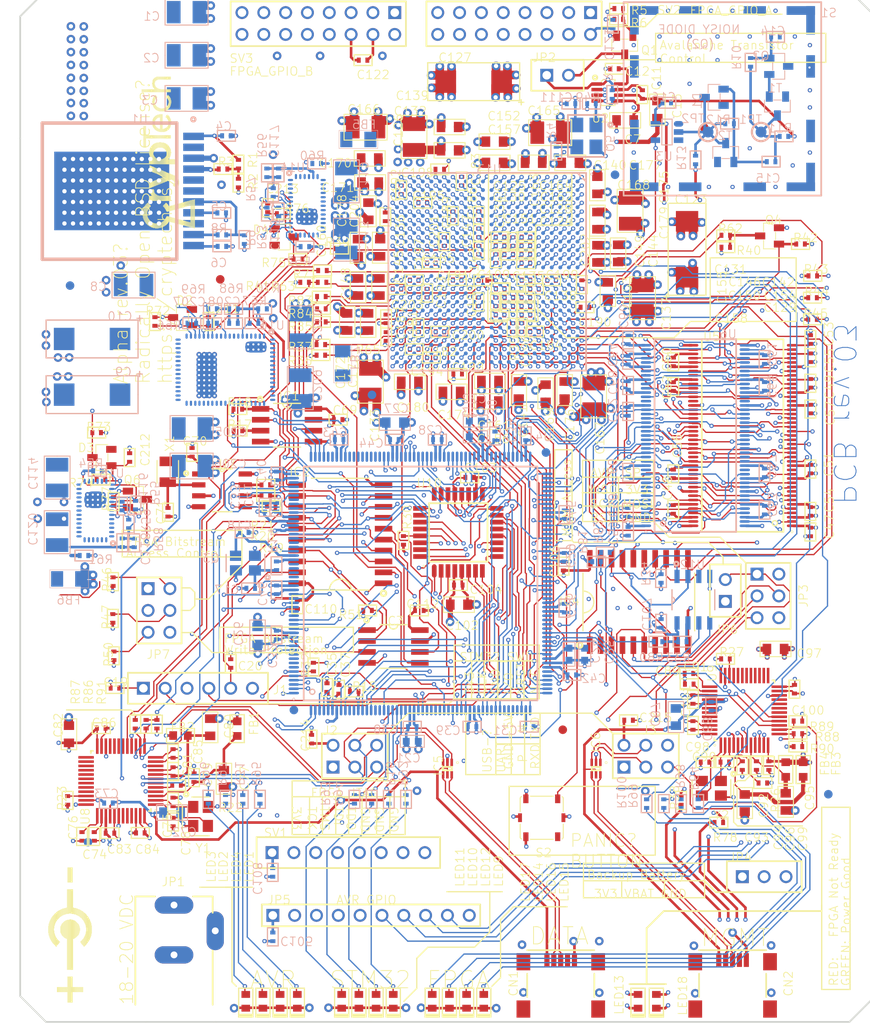
<source format=kicad_pcb>
(kicad_pcb (version 20171130) (host pcbnew 5.0.0-rc2-dev-unknown-9f5316e~63~ubuntu17.10.1)

  (general
    (thickness 1.6)
    (drawings 6665)
    (tracks 9210)
    (zones 0)
    (modules 386)
    (nets 304)
  )

  (page A4)
  (layers
    (0 F.Cu signal)
    (1 In1.Cu power hide)
    (2 In2.Cu mixed hide)
    (3 In3.Cu power hide)
    (4 In4.Cu power hide)
    (5 In5.Cu mixed hide)
    (6 In6.Cu power hide)
    (31 B.Cu signal hide)
    (32 B.Adhes user hide)
    (33 F.Adhes user hide)
    (34 B.Paste user hide)
    (35 F.Paste user hide)
    (36 B.SilkS user hide)
    (37 F.SilkS user hide)
    (38 B.Mask user hide)
    (39 F.Mask user hide)
    (40 Dwgs.User user hide)
    (41 Cmts.User user hide)
    (42 Eco1.User user hide)
    (43 Eco2.User user hide)
    (44 Edge.Cuts user hide)
    (45 Margin user hide)
    (46 B.CrtYd user hide)
    (47 F.CrtYd user hide)
    (48 B.Fab user hide)
    (49 F.Fab user hide)
  )

  (setup
    (last_trace_width 0.254)
    (trace_clearance 0.15)
    (zone_clearance 0.0144)
    (zone_45_only no)
    (trace_min 0.15)
    (segment_width 0.2)
    (edge_width 0.1)
    (via_size 0.889)
    (via_drill 0.25)
    (via_min_size 0.889)
    (via_min_drill 0.508)
    (uvia_size 0.508)
    (uvia_drill 0.127)
    (uvias_allowed no)
    (uvia_min_size 0.508)
    (uvia_min_drill 0.127)
    (pcb_text_width 0.3)
    (pcb_text_size 1.5 1.5)
    (mod_edge_width 0.15)
    (mod_text_size 1 1)
    (mod_text_width 0.15)
    (pad_size 1.5 1.5)
    (pad_drill 0.6)
    (pad_to_mask_clearance 0)
    (aux_axis_origin 0 0)
    (visible_elements 7FFED33F)
    (pcbplotparams
      (layerselection 0x00030_ffffffff)
      (usegerberextensions false)
      (usegerberattributes false)
      (usegerberadvancedattributes false)
      (creategerberjobfile false)
      (excludeedgelayer true)
      (linewidth 0.100000)
      (plotframeref false)
      (viasonmask false)
      (mode 1)
      (useauxorigin false)
      (hpglpennumber 1)
      (hpglpenspeed 20)
      (hpglpendiameter 15)
      (psnegative false)
      (psa4output false)
      (plotreference true)
      (plotvalue true)
      (plotinvisibletext false)
      (padsonsilk false)
      (subtractmaskfromsilk false)
      (outputformat 1)
      (mirror false)
      (drillshape 0)
      (scaleselection 1)
      (outputdirectory GerberOutput/))
  )

  (net 0 "")
  (net 1 Net1)
  (net 2 DM_P)
  (net 3 DM_N)
  (net 4 3V3_BATT)
  (net 5 15V_LDO_ENABLE)
  (net 6 15V_STABLE)
  (net 7 GND)
  (net 8 NetC15_2)
  (net 9 AMPLIFIED)
  (net 10 ARM_FPGA_CFG_CS_N)
  (net 11 ARM_FPGA_CFG_MISO)
  (net 12 ARM_FPGA_CFG_MOSI)
  (net 13 ARM_FPGA_CFG_SCLK)
  (net 14 ARM_LED1)
  (net 15 ARM_LED2)
  (net 16 ARM_LED3)
  (net 17 ARM_LED4)
  (net 18 AVR_GPIO_0)
  (net 19 AVR_GPIO_1)
  (net 20 AVR_GPIO_2)
  (net 21 AVR_GPIO_3)
  (net 22 AVR_GPIO_4)
  (net 23 AVR_GPIO_5)
  (net 24 AVR_GPIO_6)
  (net 25 AVR_GPIO_7)
  (net 26 AVR_GPIO_ARM_0)
  (net 27 AVR_GPIO_ARM_1)
  (net 28 AVR_GPIO_ARM_2)
  (net 29 AVR_GPIO_ARM_3)
  (net 30 AVR_GPIO_FPGA_0)
  (net 31 AVR_GPIO_FPGA_1)
  (net 32 AVR_GPIO_FPGA_2)
  (net 33 AVR_GPIO_FPGA_3)
  (net 34 AVR_LED1)
  (net 35 AVR_LED2)
  (net 36 AVR_LED3)
  (net 37 AVR_LED4)
  (net 38 AVR_PANIC)
  (net 39 AVR_RESET)
  (net 40 BOOT0)
  (net 41 D1_N)
  (net 42 D1_P)
  (net 43 DIGITIZED_NOISE)
  (net 44 FMC_A0)
  (net 45 FMC_A1)
  (net 46 FMC_A2)
  (net 47 FMC_A3)
  (net 48 FMC_A4)
  (net 49 FMC_A5)
  (net 50 FMC_A6)
  (net 51 FMC_A7)
  (net 52 FMC_A8)
  (net 53 FMC_A9)
  (net 54 FMC_A10)
  (net 55 FMC_A11)
  (net 56 FMC_A12)
  (net 57 FMC_A13)
  (net 58 FMC_A14)
  (net 59 FMC_A15)
  (net 60 FMC_A16)
  (net 61 FMC_A17)
  (net 62 FMC_A18)
  (net 63 FMC_A19)
  (net 64 FMC_A20)
  (net 65 FMC_A21)
  (net 66 FMC_A22)
  (net 67 FMC_A23)
  (net 68 FMC_A24)
  (net 69 FMC_A25)
  (net 70 FMC_CLK)
  (net 71 FMC_D0)
  (net 72 FMC_D1)
  (net 73 FMC_D2)
  (net 74 FMC_D3)
  (net 75 FMC_D4)
  (net 76 FMC_D5)
  (net 77 FMC_D6)
  (net 78 FMC_D7)
  (net 79 FMC_D8)
  (net 80 FMC_D9)
  (net 81 FMC_D10)
  (net 82 FMC_D11)
  (net 83 FMC_D12)
  (net 84 FMC_D13)
  (net 85 FMC_D14)
  (net 86 FMC_D15)
  (net 87 FMC_D16)
  (net 88 FMC_D17)
  (net 89 FMC_D18)
  (net 90 FMC_D19)
  (net 91 FMC_D20)
  (net 92 FMC_D21)
  (net 93 FMC_D22)
  (net 94 FMC_D23)
  (net 95 FMC_D24)
  (net 96 FMC_D25)
  (net 97 FMC_D26)
  (net 98 FMC_D27)
  (net 99 FMC_D28)
  (net 100 FMC_D29)
  (net 101 FMC_D30)
  (net 102 FMC_D31)
  (net 103 FMC_NBL0)
  (net 104 FMC_NBL1)
  (net 105 FMC_NBL2)
  (net 106 FMC_NBL3)
  (net 107 FMC_NE1)
  (net 108 FMC_NL)
  (net 109 FMC_NOE)
  (net 110 FMC_NWAIT)
  (net 111 FMC_NWE)
  (net 112 FMC_SDCKE0)
  (net 113 FMC_SDCKE1)
  (net 114 FMC_SDCLK)
  (net 115 FMC_SDNCAS)
  (net 116 FMC_SDNE0)
  (net 117 FMC_SDNE1)
  (net 118 FMC_SDNRAS)
  (net 119 FMC_SDNWE)
  (net 120 FPGA_CFG_CS_N1)
  (net 121 FPGA_CFG_CS_N)
  (net 122 FPGA_CFG_CTRL_ARM_ENA)
  (net 123 FPGA_CFG_CTRL_FPGA_DIS)
  (net 124 FPGA_CFG_MISO1)
  (net 125 FPGA_CFG_MISO)
  (net 126 FPGA_CFG_MOSI1)
  (net 127 FPGA_CFG_MOSI)
  (net 128 FPGA_CFG_SCLK1)
  (net 129 FPGA_CFG_SCLK)
  (net 130 FPGA_DONE_INT)
  (net 131 FPGA_DONE)
  (net 132 FPGA_ENTROPY_DISABLE)
  (net 133 FPGA_GCLK)
  (net 134 FPGA_GPIO_A_0)
  (net 135 FPGA_GPIO_A_1)
  (net 136 FPGA_GPIO_A_2)
  (net 137 FPGA_GPIO_A_3)
  (net 138 FPGA_GPIO_A_4)
  (net 139 FPGA_GPIO_A_5)
  (net 140 FPGA_GPIO_A_6)
  (net 141 FPGA_GPIO_A_7)
  (net 142 FPGA_GPIO_B_0)
  (net 143 FPGA_GPIO_B_1)
  (net 144 FPGA_GPIO_B_2)
  (net 145 FPGA_GPIO_B_3)
  (net 146 FPGA_GPIO_B_4)
  (net 147 FPGA_GPIO_B_5)
  (net 148 FPGA_GPIO_B_6)
  (net 149 FPGA_GPIO_B_7)
  (net 150 FPGA_GPIO_LED_0)
  (net 151 FPGA_GPIO_LED_1)
  (net 152 FPGA_GPIO_LED_2)
  (net 153 FPGA_GPIO_LED_3)
  (net 154 FPGA_INIT_B_INT1)
  (net 155 FPGA_INIT_B_INT)
  (net 156 FPGA_INIT_B)
  (net 157 FPGA_IRQ_N_0)
  (net 158 FPGA_IRQ_N_1)
  (net 159 FPGA_IRQ_N_2)
  (net 160 FPGA_IRQ_N_3)
  (net 161 FPGA_JTAG_TCK)
  (net 162 FPGA_JTAG_TDI)
  (net 163 FPGA_JTAG_TDO)
  (net 164 FPGA_JTAG_TMS)
  (net 165 FPGA_M0)
  (net 166 FPGA_M1)
  (net 167 FPGA_M2)
  (net 168 FPGA_PROGRAM_B1)
  (net 169 FPGA_PROGRAM_B)
  (net 170 FPGA_PROM_CS_N)
  (net 171 FPGA_PROM_MISO)
  (net 172 FPGA_PROM_MOSI)
  (net 173 FPGA_PROM_SCLK)
  (net 174 FPGA_PROM_W_N)
  (net 175 FPGA_VCCAUX_1V8)
  (net 176 FPGA_VCCINT_1V0)
  (net 177 FT_CTS)
  (net 178 FT_DTR)
  (net 179 FT_MGMT_CTS)
  (net 180 FT_MGMT_DTR)
  (net 181 FT_MGMT_RTS)
  (net 182 FT_MGMT_RXD1)
  (net 183 FT_MGMT_RXD)
  (net 184 FT_MGMT_TXD1)
  (net 185 FT_MGMT_TXD)
  (net 186 FT_MGMT_VCC3V3)
  (net 187 FT_MGMT_VPHY)
  (net 188 FT_MGMT_VPLL)
  (net 189 FT_MGMT_VREGIN)
  (net 190 FT_REF1)
  (net 191 FT_REF)
  (net 192 FT_RESET1)
  (net 193 FT_RESET)
  (net 194 FT_RTS)
  (net 195 FT_RXD1)
  (net 196 FT_RXD)
  (net 197 FT_TXD1)
  (net 198 FT_TXD)
  (net 199 FT_VCC3V3)
  (net 200 FT_VCCA1)
  (net 201 FT_VCCA)
  (net 202 FT_VCCORE1)
  (net 203 FT_VCCORE)
  (net 204 FT_VPHY)
  (net 205 FT_VPLL)
  (net 206 FT_VREGIN)
  (net 207 KSM_PROM_CS_N)
  (net 208 KSM_PROM_MISO)
  (net 209 KSM_PROM_MOSI)
  (net 210 KSM_PROM_SCLK)
  (net 211 MKM_AVR_CS_N)
  (net 212 MKM_AVR_MISO)
  (net 213 MKM_AVR_MOSI)
  (net 214 MKM_AVR_SCK)
  (net 215 MKM_CONTROL_AVR_ENA)
  (net 216 MKM_CONTROL_FPGA_DIS)
  (net 217 MKM_CS_N)
  (net 218 MKM_FPGA_CS_N)
  (net 219 MKM_FPGA_MISO)
  (net 220 MKM_FPGA_MOSI)
  (net 221 MKM_FPGA_SCK)
  (net 222 MKM_MISO)
  (net 223 MKM_MOSI)
  (net 224 MKM_SCK)
  (net 225 NetC5_1)
  (net 226 NetC11_1)
  (net 227 NetC12_2)
  (net 228 NetC17_2)
  (net 229 NetC70_2)
  (net 230 NetC71_2)
  (net 231 NetC75_2)
  (net 232 NetC78_2)
  (net 233 NetC90_2)
  (net 234 NetC93_2)
  (net 235 NetC115_1)
  (net 236 NetC116_1)
  (net 237 NetC117_1)
  (net 238 NetC117_2)
  (net 239 NetC118_1)
  (net 240 NetC118_2)
  (net 241 NetC207_1)
  (net 242 NetC208_1)
  (net 243 NetC208_2)
  (net 244 NetIC1_3)
  (net 245 NetJP2_2)
  (net 246 NetLED1_1)
  (net 247 NetLED2_1)
  (net 248 NetLED3_1)
  (net 249 NetLED4_1)
  (net 250 NetLED9_1)
  (net 251 NetLED10_1)
  (net 252 NetLED11_1)
  (net 253 NetLED12_1)
  (net 254 NetLED13_1)
  (net 255 NetLED14_1)
  (net 256 NetLED15_1)
  (net 257 NetLED16_1)
  (net 258 NetLED17_1)
  (net 259 NetLED18_1)
  (net 260 NetLED18_2)
  (net 261 NetQ1_1)
  (net 262 NetQ5_1)
  (net 263 NetQ5_3)
  (net 264 NetR1_1)
  (net 265 NetR3_2)
  (net 266 NetR8_1)
  (net 267 NetR32_2)
  (net 268 NetR33_2)
  (net 269 NetR52_1)
  (net 270 NetR53_2)
  (net 271 NetR54_1)
  (net 272 NetR55_2)
  (net 273 NetR65_1)
  (net 274 NetR66_1)
  (net 275 NetR67_1)
  (net 276 NOISE_IN)
  (net 277 NOISE_OUT)
  (net 278 NRST)
  (net 279 OSC_IN)
  (net 280 OSC_OUT)
  (net 281 POK_VCCAUX)
  (net 282 POK_VCCINT)
  (net 283 POK_VCCO)
  (net 284 PWR_18V)
  (net 285 PWR_ENA_VCCAUX)
  (net 286 PWR_ENA_VCCINT)
  (net 287 PWR_ENA_VCCO)
  (net 288 RAW_NOISE)
  (net 289 RTC_MFP)
  (net 290 RTC_SCL)
  (net 291 RTC_SDA)
  (net 292 SPI_A_TRISTATE)
  (net 293 SPI_B_TRISTATE)
  (net 294 SWDCLK)
  (net 295 SWDIO)
  (net 296 USB_MGMT_N)
  (net 297 USB_MGMT_P)
  (net 298 USB_N)
  (net 299 USB_P)
  (net 300 VCAP1)
  (net 301 VCAP2)
  (net 302 VCC_5V0)
  (net 303 VCCO_3V3)

  (net_class Default "This is the default net class."
    (clearance 0.15)
    (trace_width 0.254)
    (via_dia 0.889)
    (via_drill 0.25)
    (uvia_dia 0.508)
    (uvia_drill 0.127)
    (add_net 15V_LDO_ENABLE)
    (add_net 15V_STABLE)
    (add_net 3V3_BATT)
    (add_net AMPLIFIED)
    (add_net ARM_FPGA_CFG_CS_N)
    (add_net ARM_FPGA_CFG_MISO)
    (add_net ARM_FPGA_CFG_MOSI)
    (add_net ARM_FPGA_CFG_SCLK)
    (add_net ARM_LED1)
    (add_net ARM_LED2)
    (add_net ARM_LED3)
    (add_net ARM_LED4)
    (add_net AVR_GPIO_0)
    (add_net AVR_GPIO_1)
    (add_net AVR_GPIO_2)
    (add_net AVR_GPIO_3)
    (add_net AVR_GPIO_4)
    (add_net AVR_GPIO_5)
    (add_net AVR_GPIO_6)
    (add_net AVR_GPIO_7)
    (add_net AVR_GPIO_ARM_0)
    (add_net AVR_GPIO_ARM_1)
    (add_net AVR_GPIO_ARM_2)
    (add_net AVR_GPIO_ARM_3)
    (add_net AVR_GPIO_FPGA_0)
    (add_net AVR_GPIO_FPGA_1)
    (add_net AVR_GPIO_FPGA_2)
    (add_net AVR_GPIO_FPGA_3)
    (add_net AVR_LED1)
    (add_net AVR_LED2)
    (add_net AVR_LED3)
    (add_net AVR_LED4)
    (add_net AVR_PANIC)
    (add_net AVR_RESET)
    (add_net BOOT0)
    (add_net DIGITIZED_NOISE)
    (add_net FPGA_CFG_CS_N)
    (add_net FPGA_CFG_CS_N1)
    (add_net FPGA_CFG_CTRL_ARM_ENA)
    (add_net FPGA_CFG_CTRL_FPGA_DIS)
    (add_net FPGA_CFG_MISO)
    (add_net FPGA_CFG_MISO1)
    (add_net FPGA_CFG_MOSI)
    (add_net FPGA_CFG_MOSI1)
    (add_net FPGA_CFG_SCLK)
    (add_net FPGA_CFG_SCLK1)
    (add_net FPGA_DONE)
    (add_net FPGA_DONE_INT)
    (add_net FPGA_ENTROPY_DISABLE)
    (add_net FPGA_GCLK)
    (add_net FPGA_GPIO_LED_0)
    (add_net FPGA_GPIO_LED_1)
    (add_net FPGA_GPIO_LED_2)
    (add_net FPGA_GPIO_LED_3)
    (add_net FPGA_INIT_B)
    (add_net FPGA_INIT_B_INT)
    (add_net FPGA_INIT_B_INT1)
    (add_net FPGA_IRQ_N_0)
    (add_net FPGA_IRQ_N_1)
    (add_net FPGA_IRQ_N_2)
    (add_net FPGA_IRQ_N_3)
    (add_net FPGA_JTAG_TCK)
    (add_net FPGA_JTAG_TDI)
    (add_net FPGA_JTAG_TDO)
    (add_net FPGA_JTAG_TMS)
    (add_net FPGA_M0)
    (add_net FPGA_M1)
    (add_net FPGA_M2)
    (add_net FPGA_PROGRAM_B)
    (add_net FPGA_PROGRAM_B1)
    (add_net FPGA_PROM_CS_N)
    (add_net FPGA_PROM_MISO)
    (add_net FPGA_PROM_MOSI)
    (add_net FPGA_PROM_SCLK)
    (add_net FPGA_PROM_W_N)
    (add_net FPGA_VCCAUX_1V8)
    (add_net FPGA_VCCINT_1V0)
    (add_net FT_CTS)
    (add_net FT_DTR)
    (add_net FT_MGMT_CTS)
    (add_net FT_MGMT_DTR)
    (add_net FT_MGMT_RTS)
    (add_net FT_MGMT_RXD)
    (add_net FT_MGMT_RXD1)
    (add_net FT_MGMT_TXD)
    (add_net FT_MGMT_TXD1)
    (add_net FT_MGMT_VCC3V3)
    (add_net FT_MGMT_VPHY)
    (add_net FT_MGMT_VPLL)
    (add_net FT_MGMT_VREGIN)
    (add_net FT_REF)
    (add_net FT_REF1)
    (add_net FT_RESET)
    (add_net FT_RESET1)
    (add_net FT_RTS)
    (add_net FT_RXD)
    (add_net FT_RXD1)
    (add_net FT_TXD)
    (add_net FT_TXD1)
    (add_net FT_VCC3V3)
    (add_net FT_VCCA)
    (add_net FT_VCCA1)
    (add_net FT_VCCORE)
    (add_net FT_VCCORE1)
    (add_net FT_VPHY)
    (add_net FT_VPLL)
    (add_net FT_VREGIN)
    (add_net GND)
    (add_net KSM_PROM_CS_N)
    (add_net KSM_PROM_MISO)
    (add_net KSM_PROM_MOSI)
    (add_net KSM_PROM_SCLK)
    (add_net MKM_AVR_CS_N)
    (add_net MKM_AVR_MISO)
    (add_net MKM_AVR_MOSI)
    (add_net MKM_AVR_SCK)
    (add_net MKM_CONTROL_AVR_ENA)
    (add_net MKM_CONTROL_FPGA_DIS)
    (add_net MKM_CS_N)
    (add_net MKM_FPGA_CS_N)
    (add_net MKM_FPGA_MISO)
    (add_net MKM_FPGA_MOSI)
    (add_net MKM_FPGA_SCK)
    (add_net MKM_MISO)
    (add_net MKM_MOSI)
    (add_net MKM_SCK)
    (add_net NOISE_IN)
    (add_net NOISE_OUT)
    (add_net NRST)
    (add_net Net1)
    (add_net NetC115_1)
    (add_net NetC116_1)
    (add_net NetC117_1)
    (add_net NetC117_2)
    (add_net NetC118_1)
    (add_net NetC118_2)
    (add_net NetC11_1)
    (add_net NetC12_2)
    (add_net NetC15_2)
    (add_net NetC17_2)
    (add_net NetC207_1)
    (add_net NetC208_1)
    (add_net NetC208_2)
    (add_net NetC5_1)
    (add_net NetC70_2)
    (add_net NetC71_2)
    (add_net NetC75_2)
    (add_net NetC78_2)
    (add_net NetC90_2)
    (add_net NetC93_2)
    (add_net NetIC1_3)
    (add_net NetJP2_2)
    (add_net NetLED10_1)
    (add_net NetLED11_1)
    (add_net NetLED12_1)
    (add_net NetLED13_1)
    (add_net NetLED14_1)
    (add_net NetLED15_1)
    (add_net NetLED16_1)
    (add_net NetLED17_1)
    (add_net NetLED18_1)
    (add_net NetLED18_2)
    (add_net NetLED1_1)
    (add_net NetLED2_1)
    (add_net NetLED3_1)
    (add_net NetLED4_1)
    (add_net NetLED9_1)
    (add_net NetQ1_1)
    (add_net NetQ5_1)
    (add_net NetQ5_3)
    (add_net NetR1_1)
    (add_net NetR32_2)
    (add_net NetR33_2)
    (add_net NetR3_2)
    (add_net NetR52_1)
    (add_net NetR53_2)
    (add_net NetR54_1)
    (add_net NetR55_2)
    (add_net NetR65_1)
    (add_net NetR66_1)
    (add_net NetR67_1)
    (add_net NetR8_1)
    (add_net OSC_IN)
    (add_net OSC_OUT)
    (add_net POK_VCCAUX)
    (add_net POK_VCCINT)
    (add_net POK_VCCO)
    (add_net PWR_18V)
    (add_net PWR_ENA_VCCAUX)
    (add_net PWR_ENA_VCCINT)
    (add_net PWR_ENA_VCCO)
    (add_net RAW_NOISE)
    (add_net RTC_MFP)
    (add_net RTC_SCL)
    (add_net RTC_SDA)
    (add_net SPI_A_TRISTATE)
    (add_net SPI_B_TRISTATE)
    (add_net SWDCLK)
    (add_net SWDIO)
    (add_net VCAP1)
    (add_net VCAP2)
    (add_net VCCO_3V3)
    (add_net VCC_5V0)
  )

  (net_class Default "This is the default net class."
    (clearance 0.15)
    (trace_width 0.254)
    (via_dia 0.889)
    (via_drill 0.25)
    (uvia_dia 0.508)
    (uvia_drill 0.127)
    (add_net 15V_LDO_ENABLE)
    (add_net 15V_STABLE)
    (add_net 3V3_BATT)
    (add_net AMPLIFIED)
    (add_net ARM_FPGA_CFG_CS_N)
    (add_net ARM_FPGA_CFG_MISO)
    (add_net ARM_FPGA_CFG_MOSI)
    (add_net ARM_FPGA_CFG_SCLK)
    (add_net ARM_LED1)
    (add_net ARM_LED2)
    (add_net ARM_LED3)
    (add_net ARM_LED4)
    (add_net AVR_GPIO_0)
    (add_net AVR_GPIO_1)
    (add_net AVR_GPIO_2)
    (add_net AVR_GPIO_3)
    (add_net AVR_GPIO_4)
    (add_net AVR_GPIO_5)
    (add_net AVR_GPIO_6)
    (add_net AVR_GPIO_7)
    (add_net AVR_GPIO_ARM_0)
    (add_net AVR_GPIO_ARM_1)
    (add_net AVR_GPIO_ARM_2)
    (add_net AVR_GPIO_ARM_3)
    (add_net AVR_GPIO_FPGA_0)
    (add_net AVR_GPIO_FPGA_1)
    (add_net AVR_GPIO_FPGA_2)
    (add_net AVR_GPIO_FPGA_3)
    (add_net AVR_LED1)
    (add_net AVR_LED2)
    (add_net AVR_LED3)
    (add_net AVR_LED4)
    (add_net AVR_PANIC)
    (add_net AVR_RESET)
    (add_net BOOT0)
    (add_net DIGITIZED_NOISE)
    (add_net FPGA_CFG_CS_N)
    (add_net FPGA_CFG_CS_N1)
    (add_net FPGA_CFG_CTRL_ARM_ENA)
    (add_net FPGA_CFG_CTRL_FPGA_DIS)
    (add_net FPGA_CFG_MISO)
    (add_net FPGA_CFG_MISO1)
    (add_net FPGA_CFG_MOSI)
    (add_net FPGA_CFG_MOSI1)
    (add_net FPGA_CFG_SCLK)
    (add_net FPGA_CFG_SCLK1)
    (add_net FPGA_DONE)
    (add_net FPGA_DONE_INT)
    (add_net FPGA_ENTROPY_DISABLE)
    (add_net FPGA_GCLK)
    (add_net FPGA_GPIO_LED_0)
    (add_net FPGA_GPIO_LED_1)
    (add_net FPGA_GPIO_LED_2)
    (add_net FPGA_GPIO_LED_3)
    (add_net FPGA_INIT_B)
    (add_net FPGA_INIT_B_INT)
    (add_net FPGA_INIT_B_INT1)
    (add_net FPGA_IRQ_N_0)
    (add_net FPGA_IRQ_N_1)
    (add_net FPGA_IRQ_N_2)
    (add_net FPGA_IRQ_N_3)
    (add_net FPGA_JTAG_TCK)
    (add_net FPGA_JTAG_TDI)
    (add_net FPGA_JTAG_TDO)
    (add_net FPGA_JTAG_TMS)
    (add_net FPGA_M0)
    (add_net FPGA_M1)
    (add_net FPGA_M2)
    (add_net FPGA_PROGRAM_B)
    (add_net FPGA_PROGRAM_B1)
    (add_net FPGA_PROM_CS_N)
    (add_net FPGA_PROM_MISO)
    (add_net FPGA_PROM_MOSI)
    (add_net FPGA_PROM_SCLK)
    (add_net FPGA_PROM_W_N)
    (add_net FPGA_VCCAUX_1V8)
    (add_net FPGA_VCCINT_1V0)
    (add_net FT_CTS)
    (add_net FT_DTR)
    (add_net FT_MGMT_CTS)
    (add_net FT_MGMT_DTR)
    (add_net FT_MGMT_RTS)
    (add_net FT_MGMT_RXD)
    (add_net FT_MGMT_RXD1)
    (add_net FT_MGMT_TXD)
    (add_net FT_MGMT_TXD1)
    (add_net FT_MGMT_VCC3V3)
    (add_net FT_MGMT_VPHY)
    (add_net FT_MGMT_VPLL)
    (add_net FT_MGMT_VREGIN)
    (add_net FT_REF)
    (add_net FT_REF1)
    (add_net FT_RESET)
    (add_net FT_RESET1)
    (add_net FT_RTS)
    (add_net FT_RXD)
    (add_net FT_RXD1)
    (add_net FT_TXD)
    (add_net FT_TXD1)
    (add_net FT_VCC3V3)
    (add_net FT_VCCA)
    (add_net FT_VCCA1)
    (add_net FT_VCCORE)
    (add_net FT_VCCORE1)
    (add_net FT_VPHY)
    (add_net FT_VPLL)
    (add_net FT_VREGIN)
    (add_net GND)
    (add_net KSM_PROM_CS_N)
    (add_net KSM_PROM_MISO)
    (add_net KSM_PROM_MOSI)
    (add_net KSM_PROM_SCLK)
    (add_net MKM_AVR_CS_N)
    (add_net MKM_AVR_MISO)
    (add_net MKM_AVR_MOSI)
    (add_net MKM_AVR_SCK)
    (add_net MKM_CONTROL_AVR_ENA)
    (add_net MKM_CONTROL_FPGA_DIS)
    (add_net MKM_CS_N)
    (add_net MKM_FPGA_CS_N)
    (add_net MKM_FPGA_MISO)
    (add_net MKM_FPGA_MOSI)
    (add_net MKM_FPGA_SCK)
    (add_net MKM_MISO)
    (add_net MKM_MOSI)
    (add_net MKM_SCK)
    (add_net NOISE_IN)
    (add_net NOISE_OUT)
    (add_net NRST)
    (add_net Net1)
    (add_net NetC115_1)
    (add_net NetC116_1)
    (add_net NetC117_1)
    (add_net NetC117_2)
    (add_net NetC118_1)
    (add_net NetC118_2)
    (add_net NetC11_1)
    (add_net NetC12_2)
    (add_net NetC15_2)
    (add_net NetC17_2)
    (add_net NetC207_1)
    (add_net NetC208_1)
    (add_net NetC208_2)
    (add_net NetC5_1)
    (add_net NetC70_2)
    (add_net NetC71_2)
    (add_net NetC75_2)
    (add_net NetC78_2)
    (add_net NetC90_2)
    (add_net NetC93_2)
    (add_net NetIC1_3)
    (add_net NetJP2_2)
    (add_net NetLED10_1)
    (add_net NetLED11_1)
    (add_net NetLED12_1)
    (add_net NetLED13_1)
    (add_net NetLED14_1)
    (add_net NetLED15_1)
    (add_net NetLED16_1)
    (add_net NetLED17_1)
    (add_net NetLED18_1)
    (add_net NetLED18_2)
    (add_net NetLED1_1)
    (add_net NetLED2_1)
    (add_net NetLED3_1)
    (add_net NetLED4_1)
    (add_net NetLED9_1)
    (add_net NetQ1_1)
    (add_net NetQ5_1)
    (add_net NetQ5_3)
    (add_net NetR1_1)
    (add_net NetR32_2)
    (add_net NetR33_2)
    (add_net NetR3_2)
    (add_net NetR52_1)
    (add_net NetR53_2)
    (add_net NetR54_1)
    (add_net NetR55_2)
    (add_net NetR65_1)
    (add_net NetR66_1)
    (add_net NetR67_1)
    (add_net NetR8_1)
    (add_net OSC_IN)
    (add_net OSC_OUT)
    (add_net POK_VCCAUX)
    (add_net POK_VCCINT)
    (add_net POK_VCCO)
    (add_net PWR_18V)
    (add_net PWR_ENA_VCCAUX)
    (add_net PWR_ENA_VCCINT)
    (add_net PWR_ENA_VCCO)
    (add_net RAW_NOISE)
    (add_net RTC_MFP)
    (add_net RTC_SCL)
    (add_net RTC_SDA)
    (add_net SPI_A_TRISTATE)
    (add_net SPI_B_TRISTATE)
    (add_net SWDCLK)
    (add_net SWDIO)
    (add_net VCAP1)
    (add_net VCAP2)
    (add_net VCCO_3V3)
    (add_net VCC_5V0)
  )

  (net_class FMC FMC
    (clearance 0.15)
    (trace_width 0.254)
    (via_dia 0.889)
    (via_drill 0.25)
    (uvia_dia 0.508)
    (uvia_drill 0.127)
    (add_net FMC_A0)
    (add_net FMC_A1)
    (add_net FMC_A10)
    (add_net FMC_A11)
    (add_net FMC_A12)
    (add_net FMC_A13)
    (add_net FMC_A14)
    (add_net FMC_A15)
    (add_net FMC_A16)
    (add_net FMC_A17)
    (add_net FMC_A18)
    (add_net FMC_A19)
    (add_net FMC_A2)
    (add_net FMC_A20)
    (add_net FMC_A21)
    (add_net FMC_A22)
    (add_net FMC_A23)
    (add_net FMC_A24)
    (add_net FMC_A25)
    (add_net FMC_A3)
    (add_net FMC_A4)
    (add_net FMC_A5)
    (add_net FMC_A6)
    (add_net FMC_A7)
    (add_net FMC_A8)
    (add_net FMC_A9)
    (add_net FMC_CLK)
    (add_net FMC_D0)
    (add_net FMC_D1)
    (add_net FMC_D10)
    (add_net FMC_D11)
    (add_net FMC_D12)
    (add_net FMC_D13)
    (add_net FMC_D14)
    (add_net FMC_D15)
    (add_net FMC_D16)
    (add_net FMC_D17)
    (add_net FMC_D18)
    (add_net FMC_D19)
    (add_net FMC_D2)
    (add_net FMC_D20)
    (add_net FMC_D21)
    (add_net FMC_D22)
    (add_net FMC_D23)
    (add_net FMC_D24)
    (add_net FMC_D25)
    (add_net FMC_D26)
    (add_net FMC_D27)
    (add_net FMC_D28)
    (add_net FMC_D29)
    (add_net FMC_D3)
    (add_net FMC_D30)
    (add_net FMC_D31)
    (add_net FMC_D4)
    (add_net FMC_D5)
    (add_net FMC_D6)
    (add_net FMC_D7)
    (add_net FMC_D8)
    (add_net FMC_D9)
    (add_net FMC_NBL0)
    (add_net FMC_NBL1)
    (add_net FMC_NBL2)
    (add_net FMC_NBL3)
    (add_net FMC_NE1)
    (add_net FMC_NL)
    (add_net FMC_NOE)
    (add_net FMC_NWAIT)
    (add_net FMC_NWE)
    (add_net FMC_SDCKE0)
    (add_net FMC_SDCKE1)
    (add_net FMC_SDCLK)
    (add_net FMC_SDNCAS)
    (add_net FMC_SDNE0)
    (add_net FMC_SDNE1)
    (add_net FMC_SDNRAS)
    (add_net FMC_SDNWE)
  )

  (net_class FPGA_GPIO FPGA_GPIO
    (clearance 0.15)
    (trace_width 0.254)
    (via_dia 0.889)
    (via_drill 0.25)
    (uvia_dia 0.508)
    (uvia_drill 0.127)
    (add_net FPGA_GPIO_A_0)
    (add_net FPGA_GPIO_A_1)
    (add_net FPGA_GPIO_A_2)
    (add_net FPGA_GPIO_A_3)
    (add_net FPGA_GPIO_A_4)
    (add_net FPGA_GPIO_A_5)
    (add_net FPGA_GPIO_A_6)
    (add_net FPGA_GPIO_A_7)
    (add_net FPGA_GPIO_B_0)
    (add_net FPGA_GPIO_B_1)
    (add_net FPGA_GPIO_B_2)
    (add_net FPGA_GPIO_B_3)
    (add_net FPGA_GPIO_B_4)
    (add_net FPGA_GPIO_B_5)
    (add_net FPGA_GPIO_B_6)
    (add_net FPGA_GPIO_B_7)
  )

  (net_class USB USB
    (clearance 0.15)
    (trace_width 0.254)
    (via_dia 0.889)
    (via_drill 0.25)
    (uvia_dia 0.508)
    (uvia_drill 0.127)
    (add_net D1_N)
    (add_net D1_P)
    (add_net DM_N)
    (add_net DM_P)
    (add_net USB_MGMT_N)
    (add_net USB_MGMT_P)
    (add_net USB_N)
    (add_net USB_P)
  )

  (module HDR1X10 (layer F.Cu) (tedit 4289BEAB) (tstamp 539EEDBF)
    (at 31.5 6)
    (path /539EEC0F)
    (attr smd)
    (fp_text reference JP5 (at 0 0) (layer F.SilkS) hide
      (effects (font (size 1.524 1.524) (thickness 0.05)))
    )
    (fp_text value "Standard 10-pin 0.1\" header. Use with straight break away headers (SKU : PRT-00116), right angle break away headers (PRT-00553), swiss pins (PRT-00743), machine pins (PRT-00117), and female headers (PRT-00115)." (at 0 0) (layer Cmts.User)
      (effects (font (size 1.524 1.524) (thickness 0.05)))
    )
    (pad 3 thru_hole circle (at 5.08 0) (size 1.5 1.5) (drill 1) (layers *.Cu *.Paste *.Mask)
      (net 19 AVR_GPIO_1))
    (pad 10 thru_hole circle (at 22.86 0) (size 1.5 1.5) (drill 1) (layers *.Cu *.Paste *.Mask)
      (net 7 GND))
    (pad 9 thru_hole circle (at 20.32 0) (size 1.5 1.5) (drill 1) (layers *.Cu *.Paste *.Mask)
      (net 25 AVR_GPIO_7))
    (pad 8 thru_hole circle (at 17.78 0) (size 1.5 1.5) (drill 1) (layers *.Cu *.Paste *.Mask)
      (net 24 AVR_GPIO_6))
    (pad 7 thru_hole circle (at 15.24 0) (size 1.5 1.5) (drill 1) (layers *.Cu *.Paste *.Mask)
      (net 23 AVR_GPIO_5))
    (pad 6 thru_hole circle (at 12.7 0) (size 1.5 1.5) (drill 1) (layers *.Cu *.Paste *.Mask)
      (net 22 AVR_GPIO_4))
    (pad 5 thru_hole circle (at 10.16 0) (size 1.5 1.5) (drill 1) (layers *.Cu *.Paste *.Mask)
      (net 21 AVR_GPIO_3))
    (pad 4 thru_hole circle (at 7.62 0) (size 1.5 1.5) (drill 1) (layers *.Cu *.Paste *.Mask)
      (net 20 AVR_GPIO_2))
    (pad 2 thru_hole circle (at 2.54 0) (size 1.5 1.5) (drill 1) (layers *.Cu *.Paste *.Mask)
      (net 18 AVR_GPIO_0))
    (pad 1 thru_hole rect (at 0 0) (size 1.5 1.5) (drill 1) (layers *.Cu *.Paste *.Mask)
      (net 303 VCCO_3V3))
  )

  (module PLS-2 (layer F.Cu) (tedit 4289BEAB) (tstamp 539EEDBF)
    (at 84.16075 -31.8)
    (path /539EEC0F)
    (attr smd)
    (fp_text reference JP6 (at 0 0) (layer F.SilkS) hide
      (effects (font (size 1.524 1.524) (thickness 0.05)))
    )
    (fp_text value "Wurth 2pins connector (for jumper)" (at 0 0) (layer Cmts.User)
      (effects (font (size 1.524 1.524) (thickness 0.05)))
    )
    (pad 1 thru_hole rect (at -0.00001 1.27 90) (size 1.5 1.5) (drill 1) (layers *.Cu *.Paste *.Mask)
      (net 7 GND))
    (pad 2 thru_hole circle (at -0.00001 -1.27 90) (size 1.5 1.5) (drill 1) (layers *.Cu *.Paste *.Mask)
      (net 212 MKM_AVR_MISO))
    (model "wrlshp/User Library-Header1x2.wrl"
      (offset (xyz -11.80693582267761 5.675121914768218 -6.799998997874261))
      (scale (xyz 0.39370078740158 0.39370078740158 0.39370078740158))
      (rotate (xyz 270 360 90))
    )
    (model wrlshp/3416A7AC-A52A.wrl
      (at (xyz 0 0 0))
      (scale (xyz 1 1 1))
      (rotate (xyz 0 0 180))
    )
  )

  (module C_1210 (layer B.Cu) (tedit 4289BEAB) (tstamp 539EEDBF)
    (at 21.463 -99.0854)
    (path /539EEC0F)
    (attr smd)
    (fp_text reference C1 (at 0 0) (layer F.SilkS) hide
      (effects (font (size 1.524 1.524) (thickness 0.05)))
    )
    (fp_text value "1210 CAPACITOR" (at 0 0) (layer Cmts.User)
      (effects (font (size 1.524 1.524) (thickness 0.05)))
    )
    (pad 2 smd rect (at 1.5 0) (size 1.6 2.6) (layers B.Cu B.Paste B.Mask)
      (net 7 GND))
    (pad 1 smd rect (at -1.5 0) (size 1.6 2.6) (layers B.Cu B.Paste B.Mask)
      (net 284 PWR_18V))
    (model wrlshp/SW3dPS-CAPC3225.wrl
      (offset (xyz 0 1.249933981227875 1.250000021226883))
      (scale (xyz 0.39370078740158 0.39370078740158 0.39370078740158))
      (rotate (xyz 270 360 360))
    )
    (model wrlshp/F26EE9BE-B6B0.wrl
      (at (xyz 0 0 0))
      (scale (xyz 1 1 1))
      (rotate (xyz 0 0 360))
    )
  )

  (module C_1210 (layer B.Cu) (tedit 4289BEAB) (tstamp 539EEDBF)
    (at 21.463 -94.0689)
    (path /539EEC0F)
    (attr smd)
    (fp_text reference C2 (at 0 0) (layer F.SilkS) hide
      (effects (font (size 1.524 1.524) (thickness 0.05)))
    )
    (fp_text value "1210 CAPACITOR" (at 0 0) (layer Cmts.User)
      (effects (font (size 1.524 1.524) (thickness 0.05)))
    )
    (pad 1 smd rect (at -1.5 0) (size 1.6 2.6) (layers B.Cu B.Paste B.Mask)
      (net 284 PWR_18V))
    (pad 2 smd rect (at 1.5 0) (size 1.6 2.6) (layers B.Cu B.Paste B.Mask)
      (net 7 GND))
    (model wrlshp/SW3dPS-CAPC3225.wrl
      (offset (xyz 0 1.249933981227875 1.250000021226883))
      (scale (xyz 0.39370078740158 0.39370078740158 0.39370078740158))
      (rotate (xyz 270 360 360))
    )
    (model wrlshp/F26EE9BE-B6B0.wrl
      (at (xyz 0 0 0))
      (scale (xyz 1 1 1))
      (rotate (xyz 0 0 360))
    )
  )

  (module C_1210 (layer B.Cu) (tedit 4289BEAB) (tstamp 539EEDBF)
    (at 21.463 -89.0524)
    (path /539EEC0F)
    (attr smd)
    (fp_text reference C3 (at 0 0) (layer F.SilkS) hide
      (effects (font (size 1.524 1.524) (thickness 0.05)))
    )
    (fp_text value "1210 CAPACITOR" (at 0 0) (layer Cmts.User)
      (effects (font (size 1.524 1.524) (thickness 0.05)))
    )
    (pad 2 smd rect (at 1.5 0) (size 1.6 2.6) (layers B.Cu B.Paste B.Mask)
      (net 7 GND))
    (pad 1 smd rect (at -1.5 0) (size 1.6 2.6) (layers B.Cu B.Paste B.Mask)
      (net 284 PWR_18V))
    (model wrlshp/SW3dPS-CAPC3225.wrl
      (offset (xyz 0 1.249933981227875 1.250000021226883))
      (scale (xyz 0.39370078740158 0.39370078740158 0.39370078740158))
      (rotate (xyz 270 360 360))
    )
    (model wrlshp/F26EE9BE-B6B0.wrl
      (at (xyz 0 0 0))
      (scale (xyz 1 1 1))
      (rotate (xyz 0 0 360))
    )
  )

  (module C_0402 (layer B.Cu) (tedit 4289BEAB) (tstamp 539EEDBF)
    (at 26.1 -84.7)
    (path /539EEC0F)
    (attr smd)
    (fp_text reference C4 (at 0 0) (layer F.SilkS) hide
      (effects (font (size 1.524 1.524) (thickness 0.05)))
    )
    (fp_text value "0402 CAPACITOR" (at 0 0) (layer Cmts.User)
      (effects (font (size 1.524 1.524) (thickness 0.05)))
    )
    (pad 1 smd rect (at -0.5 0) (size 0.45 0.6) (layers B.Cu B.Paste B.Mask)
      (net 284 PWR_18V))
    (pad 2 smd rect (at 0.5 0) (size 0.45 0.6) (layers B.Cu B.Paste B.Mask)
      (net 7 GND))
    (model "wrlshp/SW3dPS-0402 SMD Capacitor.wrl"
      (at (xyz 0 0 0))
      (scale (xyz 0.39370078740158 0.39370078740158 0.39370078740158))
      (rotate (xyz 270 360 360))
    )
    (model wrlshp/ECAF1ED8-FCC0.wrl
      (at (xyz 0 0 0))
      (scale (xyz 1 1 1))
      (rotate (xyz 0 0 360))
    )
  )

  (module C_0402 (layer B.Cu) (tedit 4289BEAB) (tstamp 539EEDBF)
    (at 25.55 -75.725)
    (path /539EEC0F)
    (attr smd)
    (fp_text reference C5 (at 0 0) (layer F.SilkS) hide
      (effects (font (size 1.524 1.524) (thickness 0.05)))
    )
    (fp_text value "0402 CAPACITOR" (at 0 0) (layer Cmts.User)
      (effects (font (size 1.524 1.524) (thickness 0.05)))
    )
    (pad 2 smd rect (at 0.5 0) (size 0.45 0.6) (layers B.Cu B.Paste B.Mask)
      (net 7 GND))
    (pad 1 smd rect (at -0.5 0) (size 0.45 0.6) (layers B.Cu B.Paste B.Mask)
      (net 225 NetC5_1))
    (model "wrlshp/SW3dPS-0402 SMD Capacitor.wrl"
      (at (xyz 0 0 0))
      (scale (xyz 0.39370078740158 0.39370078740158 0.39370078740158))
      (rotate (xyz 270 360 360))
    )
    (model wrlshp/ECAF1ED8-FCC0.wrl
      (at (xyz 0 0 0))
      (scale (xyz 1 1 1))
      (rotate (xyz 0 0 360))
    )
  )

  (module C_0402 (layer B.Cu) (tedit 4289BEAB) (tstamp 539EEDBF)
    (at 25.5778 -71.8312)
    (path /539EEC0F)
    (attr smd)
    (fp_text reference C6 (at 0 0) (layer F.SilkS) hide
      (effects (font (size 1.524 1.524) (thickness 0.05)))
    )
    (fp_text value "0402 CAPACITOR" (at 0 0) (layer Cmts.User)
      (effects (font (size 1.524 1.524) (thickness 0.05)))
    )
    (pad 1 smd rect (at -0.5 0) (size 0.45 0.6) (layers B.Cu B.Paste B.Mask)
      (net 302 VCC_5V0))
    (pad 2 smd rect (at 0.5 0) (size 0.45 0.6) (layers B.Cu B.Paste B.Mask)
      (net 7 GND))
    (model "wrlshp/SW3dPS-0402 SMD Capacitor.wrl"
      (at (xyz 0 0 0))
      (scale (xyz 0.39370078740158 0.39370078740158 0.39370078740158))
      (rotate (xyz 270 360 360))
    )
    (model wrlshp/ECAF1ED8-FCC0.wrl
      (at (xyz 0 0 0))
      (scale (xyz 1 1 1))
      (rotate (xyz 0 0 360))
    )
  )

  (module C_0805 (layer F.Cu) (tedit 4289BEAB) (tstamp 539EEDBF)
    (at 72.5 -86.5)
    (path /539EEC0F)
    (attr smd)
    (fp_text reference C7 (at 0 0) (layer F.SilkS) hide
      (effects (font (size 1.524 1.524) (thickness 0.05)))
    )
    (fp_text value "0805 CAPACITOR X7R 25V" (at 0 0) (layer Cmts.User)
      (effects (font (size 1.524 1.524) (thickness 0.05)))
    )
    (pad 2 smd rect (at -1 0 180) (size 1 1.2) (layers F.Cu F.Paste F.Mask)
      (net 7 GND))
    (pad 1 smd rect (at 1 0 180) (size 1 1.2) (layers F.Cu F.Paste F.Mask)
      (net 284 PWR_18V))
    (model "wrlshp/SW3dPS-0805 SMD Capacitor.wrl"
      (offset (xyz 0 0.02489199962615967 0))
      (scale (xyz 0.39370078740158 0.39370078740158 0.39370078740158))
      (rotate (xyz 270 360 180))
    )
    (model wrlshp/68E8DA21-73BF.wrl
      (at (xyz 0 0 0))
      (scale (xyz 1 1 1))
      (rotate (xyz 0 0 0))
    )
  )

  (module C_1210 (layer B.Cu) (tedit 4289BEAB) (tstamp 539EEDBF)
    (at 15.2908 -67.3354)
    (path /539EEC0F)
    (attr smd)
    (fp_text reference C8 (at 0 0) (layer F.SilkS) hide
      (effects (font (size 1.524 1.524) (thickness 0.05)))
    )
    (fp_text value "1210 CAPACITOR X5R 6.3V" (at 0 0) (layer Cmts.User)
      (effects (font (size 1.524 1.524) (thickness 0.05)))
    )
    (pad 1 smd rect (at 1.5 0 180) (size 1.6 2.6) (layers B.Cu B.Paste B.Mask)
      (net 302 VCC_5V0))
    (pad 2 smd rect (at -1.5 0 180) (size 1.6 2.6) (layers B.Cu B.Paste B.Mask)
      (net 7 GND))
    (model wrlshp/SW3dPS-CAPC3225.wrl
      (offset (xyz 0 -1.249933981227875 1.250000021226883))
      (scale (xyz 0.39370078740158 0.39370078740158 0.39370078740158))
      (rotate (xyz 270 360 180))
    )
    (model wrlshp/F26EE9BE-B6B0.wrl
      (at (xyz 0 0 0))
      (scale (xyz 1 1 1))
      (rotate (xyz 0 0 0))
    )
  )

  (module C_D (layer B.Cu) (tedit 4289BEAB) (tstamp 539EEDBF)
    (at 10.4648 -54.5846)
    (path /539EEC0F)
    (attr smd)
    (fp_text reference C9 (at 0 0) (layer F.SilkS) hide
      (effects (font (size 1.524 1.524) (thickness 0.05)))
    )
    (fp_text value "Kemet Tantalum Capacitor" (at 0 0) (layer Cmts.User)
      (effects (font (size 1.524 1.524) (thickness 0.05)))
    )
    (pad 1 smd rect (at 3.25 0 180) (size 2.4 2.6) (layers B.Cu B.Paste B.Mask)
      (net 302 VCC_5V0))
    (pad 2 smd rect (at -3.25 0 180) (size 2.4 2.6) (layers B.Cu B.Paste B.Mask)
      (net 7 GND))
    (model wrlshp/SW3dPS-cap_d.wrl
      (offset (xyz -0.05003799924850464 0 0))
      (scale (xyz 0.39370078740158 0.39370078740158 0.39370078740158))
      (rotate (xyz 270 360 180))
    )
    (model wrlshp/5917D381-109F.wrl
      (at (xyz 0 0 0))
      (scale (xyz 1 1 1))
      (rotate (xyz 0 0 0))
    )
  )

  (module C_D (layer B.Cu) (tedit 4289BEAB) (tstamp 539EEDBF)
    (at 10.4648 -61.0616)
    (path /539EEC0F)
    (attr smd)
    (fp_text reference C10 (at 0 0) (layer F.SilkS) hide
      (effects (font (size 1.524 1.524) (thickness 0.05)))
    )
    (fp_text value "Kemet Tantalum Capacitor" (at 0 0) (layer Cmts.User)
      (effects (font (size 1.524 1.524) (thickness 0.05)))
    )
    (pad 2 smd rect (at -3.25 0 180) (size 2.4 2.6) (layers B.Cu B.Paste B.Mask)
      (net 7 GND))
    (pad 1 smd rect (at 3.25 0 180) (size 2.4 2.6) (layers B.Cu B.Paste B.Mask)
      (net 302 VCC_5V0))
    (model wrlshp/SW3dPS-cap_d.wrl
      (offset (xyz -0.05003799924850464 0 0))
      (scale (xyz 0.39370078740158 0.39370078740158 0.39370078740158))
      (rotate (xyz 270 360 180))
    )
    (model wrlshp/5917D381-109F.wrl
      (at (xyz 0 0 0))
      (scale (xyz 1 1 1))
      (rotate (xyz 0 0 0))
    )
  )

  (module C_0402 (layer F.Cu) (tedit 4289BEAB) (tstamp 539EEDBF)
    (at 74.5 -89.5)
    (path /539EEC0F)
    (attr smd)
    (fp_text reference C11 (at 0 0) (layer F.SilkS) hide
      (effects (font (size 1.524 1.524) (thickness 0.05)))
    )
    (fp_text value "0402 CAPACITOR" (at 0 0) (layer Cmts.User)
      (effects (font (size 1.524 1.524) (thickness 0.05)))
    )
    (pad 2 smd rect (at 0 0.5 270) (size 0.45 0.6) (layers F.Cu F.Paste F.Mask)
      (net 6 15V_STABLE))
    (pad 1 smd rect (at 0 -0.5 270) (size 0.45 0.6) (layers F.Cu F.Paste F.Mask)
      (net 226 NetC11_1))
    (model "wrlshp/SW3dPS-0402 SMD Capacitor.wrl"
      (at (xyz 0 -0 0))
      (scale (xyz 0.39370078740158 0.39370078740158 0.39370078740158))
      (rotate (xyz 270 360 90))
    )
    (model wrlshp/ECAF1ED8-FCC0.wrl
      (at (xyz 0 0 0))
      (scale (xyz 1 1 1))
      (rotate (xyz 0 0 180))
    )
  )

  (module C_0402 (layer F.Cu) (tedit 4289BEAB) (tstamp 539EEDBF)
    (at 71.25 -92.5)
    (path /539EEC0F)
    (attr smd)
    (fp_text reference C12 (at 0 0) (layer F.SilkS) hide
      (effects (font (size 1.524 1.524) (thickness 0.05)))
    )
    (fp_text value "0402 CAPACITOR" (at 0 0) (layer Cmts.User)
      (effects (font (size 1.524 1.524) (thickness 0.05)))
    )
    (pad 1 smd rect (at -0.5 0) (size 0.45 0.6) (layers F.Cu F.Paste F.Mask)
      (net 7 GND))
    (pad 2 smd rect (at 0.5 0) (size 0.45 0.6) (layers F.Cu F.Paste F.Mask)
      (net 227 NetC12_2))
    (model "wrlshp/SW3dPS-0402 SMD Capacitor.wrl"
      (at (xyz 0 -0 0))
      (scale (xyz 0.39370078740158 0.39370078740158 0.39370078740158))
      (rotate (xyz 270 360 0))
    )
    (model wrlshp/ECAF1ED8-FCC0.wrl
      (at (xyz 0 0 0))
      (scale (xyz 1 1 1))
      (rotate (xyz 0 0 360))
    )
  )

  (module C_0805 (layer F.Cu) (tedit 4289BEAB) (tstamp 539EEDBF)
    (at 76.25 -87.75)
    (path /539EEC0F)
    (attr smd)
    (fp_text reference C13 (at 0 0) (layer F.SilkS) hide
      (effects (font (size 1.524 1.524) (thickness 0.05)))
    )
    (fp_text value "0805 CAPACITOR X7R 25V" (at 0 0) (layer Cmts.User)
      (effects (font (size 1.524 1.524) (thickness 0.05)))
    )
    (pad 1 smd rect (at 0 -1 270) (size 1 1.2) (layers F.Cu F.Paste F.Mask)
      (net 6 15V_STABLE))
    (pad 2 smd rect (at 0 1 270) (size 1 1.2) (layers F.Cu F.Paste F.Mask)
      (net 7 GND))
    (model "wrlshp/SW3dPS-0805 SMD Capacitor.wrl"
      (offset (xyz -0.02489199962615967 -0 0))
      (scale (xyz 0.39370078740158 0.39370078740158 0.39370078740158))
      (rotate (xyz 270 360 90))
    )
    (model wrlshp/68E8DA21-73BF.wrl
      (at (xyz 0 0 0))
      (scale (xyz 1 1 1))
      (rotate (xyz 0 0 180))
    )
  )

  (module C_0402 (layer B.Cu) (tedit 4289BEAB) (tstamp 539EEDBF)
    (at 89.9922 -96.2152)
    (path /539EEC0F)
    (attr smd)
    (fp_text reference C14 (at 0 0) (layer F.SilkS) hide
      (effects (font (size 1.524 1.524) (thickness 0.05)))
    )
    (fp_text value "0402 CAPACITOR" (at 0 0) (layer Cmts.User)
      (effects (font (size 1.524 1.524) (thickness 0.05)))
    )
    (pad 2 smd rect (at -0.5 0 180) (size 0.45 0.6) (layers B.Cu B.Paste B.Mask)
      (net 276 NOISE_IN))
    (pad 1 smd rect (at 0.5 0 180) (size 0.45 0.6) (layers B.Cu B.Paste B.Mask)
      (net 7 GND))
    (model "wrlshp/SW3dPS-0402 SMD Capacitor.wrl"
      (at (xyz 0 0 0))
      (scale (xyz 0.39370078740158 0.39370078740158 0.39370078740158))
      (rotate (xyz 270 360 180))
    )
    (model wrlshp/ECAF1ED8-FCC0.wrl
      (at (xyz 0 0 0))
      (scale (xyz 1 1 1))
      (rotate (xyz 0 0 0))
    )
  )

  (module C_0402 (layer B.Cu) (tedit 4289BEAB) (tstamp 539EEDBF)
    (at 89.4842 -81.6864)
    (path /539EEC0F)
    (attr smd)
    (fp_text reference C15 (at 0 0) (layer F.SilkS) hide
      (effects (font (size 1.524 1.524) (thickness 0.05)))
    )
    (fp_text value "0402 CAPACITOR" (at 0 0) (layer Cmts.User)
      (effects (font (size 1.524 1.524) (thickness 0.05)))
    )
    (pad 1 smd rect (at 0.5 0 180) (size 0.45 0.6) (layers B.Cu B.Paste B.Mask)
      (net 288 RAW_NOISE))
    (pad 2 smd rect (at -0.5 0 180) (size 0.45 0.6) (layers B.Cu B.Paste B.Mask)
      (net 8 NetC15_2))
    (model "wrlshp/SW3dPS-0402 SMD Capacitor.wrl"
      (at (xyz 0 0 0))
      (scale (xyz 0.39370078740158 0.39370078740158 0.39370078740158))
      (rotate (xyz 270 360 180))
    )
    (model wrlshp/ECAF1ED8-FCC0.wrl
      (at (xyz 0 0 0))
      (scale (xyz 1 1 1))
      (rotate (xyz 0 0 0))
    )
  )

  (module C_0402 (layer B.Cu) (tedit 4289BEAB) (tstamp 539EEDBF)
    (at 77.343 -88.5444)
    (path /539EEC0F)
    (attr smd)
    (fp_text reference C16 (at 0 0) (layer F.SilkS) hide
      (effects (font (size 1.524 1.524) (thickness 0.05)))
    )
    (fp_text value "0402 CAPACITOR" (at 0 0) (layer Cmts.User)
      (effects (font (size 1.524 1.524) (thickness 0.05)))
    )
    (pad 2 smd rect (at -0.5 0 180) (size 0.45 0.6) (layers B.Cu B.Paste B.Mask)
      (net 303 VCCO_3V3))
    (pad 1 smd rect (at 0.5 0 180) (size 0.45 0.6) (layers B.Cu B.Paste B.Mask)
      (net 7 GND))
    (model "wrlshp/SW3dPS-0402 SMD Capacitor.wrl"
      (at (xyz 0 0 0))
      (scale (xyz 0.39370078740158 0.39370078740158 0.39370078740158))
      (rotate (xyz 270 360 180))
    )
    (model wrlshp/ECAF1ED8-FCC0.wrl
      (at (xyz 0 0 0))
      (scale (xyz 1 1 1))
      (rotate (xyz 0 0 0))
    )
  )

  (module C_0402 (layer B.Cu) (tedit 4289BEAB) (tstamp 539EEDBF)
    (at 28.925 -32.05)
    (path /539EEC0F)
    (attr smd)
    (fp_text reference C17 (at 0 0) (layer F.SilkS) hide
      (effects (font (size 1.524 1.524) (thickness 0.05)))
    )
    (fp_text value "0402 CAPACITOR" (at 0 0) (layer Cmts.User)
      (effects (font (size 1.524 1.524) (thickness 0.05)))
    )
    (pad 1 smd rect (at -0.5 0) (size 0.45 0.6) (layers B.Cu B.Paste B.Mask)
      (net 7 GND))
    (pad 2 smd rect (at 0.5 0) (size 0.45 0.6) (layers B.Cu B.Paste B.Mask)
      (net 228 NetC17_2))
    (model "wrlshp/SW3dPS-0402 SMD Capacitor.wrl"
      (at (xyz 0 0 0))
      (scale (xyz 0.39370078740158 0.39370078740158 0.39370078740158))
      (rotate (xyz 270 360 360))
    )
    (model wrlshp/ECAF1ED8-FCC0.wrl
      (at (xyz 0 0 0))
      (scale (xyz 1 1 1))
      (rotate (xyz 0 0 360))
    )
  )

  (module C_0402 (layer B.Cu) (tedit 4289BEAB) (tstamp 539EEDBF)
    (at 28.175 -38.55)
    (path /539EEC0F)
    (attr smd)
    (fp_text reference C18 (at 0 0) (layer F.SilkS) hide
      (effects (font (size 1.524 1.524) (thickness 0.05)))
    )
    (fp_text value "0402 CAPACITOR" (at 0 0) (layer Cmts.User)
      (effects (font (size 1.524 1.524) (thickness 0.05)))
    )
    (pad 2 smd rect (at -0.5 0 180) (size 0.45 0.6) (layers B.Cu B.Paste B.Mask)
      (net 280 OSC_OUT))
    (pad 1 smd rect (at 0.5 0 180) (size 0.45 0.6) (layers B.Cu B.Paste B.Mask)
      (net 7 GND))
    (model "wrlshp/SW3dPS-0402 SMD Capacitor.wrl"
      (at (xyz 0 0 0))
      (scale (xyz 0.39370078740158 0.39370078740158 0.39370078740158))
      (rotate (xyz 270 360 180))
    )
    (model wrlshp/ECAF1ED8-FCC0.wrl
      (at (xyz 0 0 0))
      (scale (xyz 1 1 1))
      (rotate (xyz 0 0 0))
    )
  )

  (module C_0402 (layer F.Cu) (tedit 4289BEAB) (tstamp 539EEDBF)
    (at 13.125 -20.45)
    (path /539EEC0F)
    (attr smd)
    (fp_text reference C19 (at 0 0) (layer F.SilkS) hide
      (effects (font (size 1.524 1.524) (thickness 0.05)))
    )
    (fp_text value "0402 CAPACITOR" (at 0 0) (layer Cmts.User)
      (effects (font (size 1.524 1.524) (thickness 0.05)))
    )
    (pad 1 smd rect (at 0.5 0 180) (size 0.45 0.6) (layers F.Cu F.Paste F.Mask)
      (net 303 VCCO_3V3))
    (pad 2 smd rect (at -0.5 0 180) (size 0.45 0.6) (layers F.Cu F.Paste F.Mask)
      (net 7 GND))
    (model "wrlshp/SW3dPS-0402 SMD Capacitor.wrl"
      (at (xyz 0 -0 0))
      (scale (xyz 0.39370078740158 0.39370078740158 0.39370078740158))
      (rotate (xyz 270 360 180))
    )
    (model wrlshp/ECAF1ED8-FCC0.wrl
      (at (xyz 0 0 0))
      (scale (xyz 1 1 1))
      (rotate (xyz 0 0 0))
    )
  )

  (module C_0402 (layer F.Cu) (tedit 4289BEAB) (tstamp 539EEDBF)
    (at 26.6 -23.3)
    (path /539EEC0F)
    (attr smd)
    (fp_text reference C20 (at 0 0) (layer F.SilkS) hide
      (effects (font (size 1.524 1.524) (thickness 0.05)))
    )
    (fp_text value "0402 CAPACITOR" (at 0 0) (layer Cmts.User)
      (effects (font (size 1.524 1.524) (thickness 0.05)))
    )
    (pad 2 smd rect (at 0 -0.5 90) (size 0.45 0.6) (layers F.Cu F.Paste F.Mask)
      (net 7 GND))
    (pad 1 smd rect (at 0 0.5 90) (size 0.45 0.6) (layers F.Cu F.Paste F.Mask)
      (net 278 NRST))
    (model "wrlshp/SW3dPS-0402 SMD Capacitor.wrl"
      (at (xyz 0 -0 0))
      (scale (xyz 0.39370078740158 0.39370078740158 0.39370078740158))
      (rotate (xyz 270 360 270))
    )
    (model wrlshp/ECAF1ED8-FCC0.wrl
      (at (xyz 0 0 0))
      (scale (xyz 1 1 1))
      (rotate (xyz 0 0 180))
    )
  )

  (module C_0603 (layer B.Cu) (tedit 4289BEAB) (tstamp 539EEDBF)
    (at 47.7266 -14.2494)
    (path /539EEC0F)
    (attr smd)
    (fp_text reference C21 (at 0 0) (layer F.SilkS) hide
      (effects (font (size 1.524 1.524) (thickness 0.05)))
    )
    (fp_text value "0603 CAPACITOR" (at 0 0) (layer Cmts.User)
      (effects (font (size 1.524 1.524) (thickness 0.05)))
    )
    (pad 2 smd rect (at 0.7 0) (size 0.8 0.8) (layers B.Cu B.Paste B.Mask)
      (net 7 GND))
    (pad 1 smd rect (at -0.7 0) (size 0.8 0.8) (layers B.Cu B.Paste B.Mask)
      (net 303 VCCO_3V3))
    (model "wrlshp/SW3dPS-0603 SMD Capacitor.wrl"
      (at (xyz 0 0 0))
      (scale (xyz 0.39370078740158 0.39370078740158 0.39370078740158))
      (rotate (xyz 270 360 360))
    )
    (model wrlshp/175C1D2E-5B2D.wrl
      (at (xyz 0 0 0))
      (scale (xyz 1 1 1))
      (rotate (xyz 0 0 360))
    )
  )

  (module C_0603 (layer B.Cu) (tedit 4289BEAB) (tstamp 539EEDBF)
    (at 55.0672 -51.5112)
    (path /539EEC0F)
    (attr smd)
    (fp_text reference C22 (at 0 0) (layer F.SilkS) hide
      (effects (font (size 1.524 1.524) (thickness 0.05)))
    )
    (fp_text value "0603 CAPACITOR" (at 0 0) (layer Cmts.User)
      (effects (font (size 1.524 1.524) (thickness 0.05)))
    )
    (pad 1 smd rect (at 0.7 0 180) (size 0.8 0.8) (layers B.Cu B.Paste B.Mask)
      (net 7 GND))
    (pad 2 smd rect (at -0.7 0 180) (size 0.8 0.8) (layers B.Cu B.Paste B.Mask)
      (net 300 VCAP1))
    (model "wrlshp/SW3dPS-0603 SMD Capacitor.wrl"
      (at (xyz 0 0 0))
      (scale (xyz 0.39370078740158 0.39370078740158 0.39370078740158))
      (rotate (xyz 270 360 180))
    )
    (model wrlshp/175C1D2E-5B2D.wrl
      (at (xyz 0 0 0))
      (scale (xyz 1 1 1))
      (rotate (xyz 0 0 0))
    )
  )

  (module C_0603 (layer B.Cu) (tedit 4289BEAB) (tstamp 539EEDBF)
    (at 55.0672 -49.6824)
    (path /539EEC0F)
    (attr smd)
    (fp_text reference C23 (at 0 0) (layer F.SilkS) hide
      (effects (font (size 1.524 1.524) (thickness 0.05)))
    )
    (fp_text value "0603 CAPACITOR" (at 0 0) (layer Cmts.User)
      (effects (font (size 1.524 1.524) (thickness 0.05)))
    )
    (pad 2 smd rect (at -0.7 0 180) (size 0.8 0.8) (layers B.Cu B.Paste B.Mask)
      (net 300 VCAP1))
    (pad 1 smd rect (at 0.7 0 180) (size 0.8 0.8) (layers B.Cu B.Paste B.Mask)
      (net 7 GND))
    (model "wrlshp/SW3dPS-0603 SMD Capacitor.wrl"
      (at (xyz 0 0 0))
      (scale (xyz 0.39370078740158 0.39370078740158 0.39370078740158))
      (rotate (xyz 270 360 180))
    )
    (model wrlshp/175C1D2E-5B2D.wrl
      (at (xyz 0 0 0))
      (scale (xyz 1 1 1))
      (rotate (xyz 0 0 0))
    )
  )

  (module C_0603 (layer B.Cu) (tedit 4289BEAB) (tstamp 539EEDBF)
    (at 65.9638 -24.384)
    (path /539EEC0F)
    (attr smd)
    (fp_text reference C24 (at 0 0) (layer F.SilkS) hide
      (effects (font (size 1.524 1.524) (thickness 0.05)))
    )
    (fp_text value "0603 CAPACITOR" (at 0 0) (layer Cmts.User)
      (effects (font (size 1.524 1.524) (thickness 0.05)))
    )
    (pad 1 smd rect (at 0 0.7 90) (size 0.8 0.8) (layers B.Cu B.Paste B.Mask)
      (net 7 GND))
    (pad 2 smd rect (at 0 -0.7 90) (size 0.8 0.8) (layers B.Cu B.Paste B.Mask)
      (net 301 VCAP2))
    (model "wrlshp/SW3dPS-0603 SMD Capacitor.wrl"
      (at (xyz 0 0 0))
      (scale (xyz 0.39370078740158 0.39370078740158 0.39370078740158))
      (rotate (xyz 270 360 90))
    )
    (model wrlshp/175C1D2E-5B2D.wrl
      (at (xyz 0 0 0))
      (scale (xyz 1 1 1))
      (rotate (xyz 0 0 180))
    )
  )

  (module C_0603 (layer B.Cu) (tedit 4289BEAB) (tstamp 539EEDBF)
    (at 67.7926 -24.384)
    (path /539EEC0F)
    (attr smd)
    (fp_text reference C25 (at 0 0) (layer F.SilkS) hide
      (effects (font (size 1.524 1.524) (thickness 0.05)))
    )
    (fp_text value "0603 CAPACITOR" (at 0 0) (layer Cmts.User)
      (effects (font (size 1.524 1.524) (thickness 0.05)))
    )
    (pad 2 smd rect (at 0 -0.7 90) (size 0.8 0.8) (layers B.Cu B.Paste B.Mask)
      (net 301 VCAP2))
    (pad 1 smd rect (at 0 0.7 90) (size 0.8 0.8) (layers B.Cu B.Paste B.Mask)
      (net 7 GND))
    (model "wrlshp/SW3dPS-0603 SMD Capacitor.wrl"
      (at (xyz 0 0 0))
      (scale (xyz 0.39370078740158 0.39370078740158 0.39370078740158))
      (rotate (xyz 270 360 90))
    )
    (model wrlshp/175C1D2E-5B2D.wrl
      (at (xyz 0 0 0))
      (scale (xyz 1 1 1))
      (rotate (xyz 0 0 180))
    )
  )

  (module C_0805 (layer B.Cu) (tedit 4289BEAB) (tstamp 539EEDBF)
    (at 29.718 -26.5684)
    (path /539EEC0F)
    (attr smd)
    (fp_text reference C26 (at 0 0) (layer F.SilkS) hide
      (effects (font (size 1.524 1.524) (thickness 0.05)))
    )
    (fp_text value "0805 CAPACITOR" (at 0 0) (layer Cmts.User)
      (effects (font (size 1.524 1.524) (thickness 0.05)))
    )
    (pad 2 smd rect (at 0 1 270) (size 1 1.2) (layers B.Cu B.Paste B.Mask)
      (net 7 GND))
    (pad 1 smd rect (at 0 -1 270) (size 1 1.2) (layers B.Cu B.Paste B.Mask)
      (net 303 VCCO_3V3))
    (model "wrlshp/SW3dPS-0805 SMD Capacitor.wrl"
      (offset (xyz 0.02489199962615967 0 0))
      (scale (xyz 0.39370078740158 0.39370078740158 0.39370078740158))
      (rotate (xyz 270 360 270))
    )
    (model wrlshp/68E8DA21-73BF.wrl
      (at (xyz 0 0 0))
      (scale (xyz 1 1 1))
      (rotate (xyz 0 0 180))
    )
  )

  (module C_0805 (layer B.Cu) (tedit 4289BEAB) (tstamp 539EEDBF)
    (at 45.6946 -51.3334)
    (path /539EEC0F)
    (attr smd)
    (fp_text reference C27 (at 0 0) (layer F.SilkS) hide
      (effects (font (size 1.524 1.524) (thickness 0.05)))
    )
    (fp_text value "0805 CAPACITOR" (at 0 0) (layer Cmts.User)
      (effects (font (size 1.524 1.524) (thickness 0.05)))
    )
    (pad 1 smd rect (at 1 0 180) (size 1 1.2) (layers B.Cu B.Paste B.Mask)
      (net 303 VCCO_3V3))
    (pad 2 smd rect (at -1 0 180) (size 1 1.2) (layers B.Cu B.Paste B.Mask)
      (net 7 GND))
    (model "wrlshp/SW3dPS-0805 SMD Capacitor.wrl"
      (offset (xyz 0 0.02489199962615967 0))
      (scale (xyz 0.39370078740158 0.39370078740158 0.39370078740158))
      (rotate (xyz 270 360 180))
    )
    (model wrlshp/68E8DA21-73BF.wrl
      (at (xyz 0 0 0))
      (scale (xyz 1 1 1))
      (rotate (xyz 0 0 0))
    )
  )

  (module C_0402 (layer B.Cu) (tedit 4289BEAB) (tstamp 539EEDBF)
    (at 50.6476 -49.3522)
    (path /539EEC0F)
    (attr smd)
    (fp_text reference C28 (at 0 0) (layer F.SilkS) hide
      (effects (font (size 1.524 1.524) (thickness 0.05)))
    )
    (fp_text value "0402 CAPACITOR" (at 0 0) (layer Cmts.User)
      (effects (font (size 1.524 1.524) (thickness 0.05)))
    )
    (pad 1 smd rect (at 0.5 0 180) (size 0.45 0.6) (layers B.Cu B.Paste B.Mask)
      (net 303 VCCO_3V3))
    (pad 2 smd rect (at -0.5 0 180) (size 0.45 0.6) (layers B.Cu B.Paste B.Mask)
      (net 7 GND))
    (model "wrlshp/SW3dPS-0402 SMD Capacitor.wrl"
      (at (xyz 0 0 0))
      (scale (xyz 0.39370078740158 0.39370078740158 0.39370078740158))
      (rotate (xyz 270 360 180))
    )
    (model wrlshp/ECAF1ED8-FCC0.wrl
      (at (xyz 0 0 0))
      (scale (xyz 1 1 1))
      (rotate (xyz 0 0 0))
    )
  )

  (module C_0402 (layer B.Cu) (tedit 4289BEAB) (tstamp 539EEDBF)
    (at 65.4304 -35.6616)
    (path /539EEC0F)
    (attr smd)
    (fp_text reference C29 (at 0 0) (layer F.SilkS) hide
      (effects (font (size 1.524 1.524) (thickness 0.05)))
    )
    (fp_text value "0402 CAPACITOR" (at 0 0) (layer Cmts.User)
      (effects (font (size 1.524 1.524) (thickness 0.05)))
    )
    (pad 2 smd rect (at 0 0.5 270) (size 0.45 0.6) (layers B.Cu B.Paste B.Mask)
      (net 7 GND))
    (pad 1 smd rect (at 0 -0.5 270) (size 0.45 0.6) (layers B.Cu B.Paste B.Mask)
      (net 303 VCCO_3V3))
    (model "wrlshp/SW3dPS-0402 SMD Capacitor.wrl"
      (at (xyz 0 0 0))
      (scale (xyz 0.39370078740158 0.39370078740158 0.39370078740158))
      (rotate (xyz 270 360 270))
    )
    (model wrlshp/ECAF1ED8-FCC0.wrl
      (at (xyz 0 0 0))
      (scale (xyz 1 1 1))
      (rotate (xyz 0 0 180))
    )
  )

  (module C_0402 (layer B.Cu) (tedit 4289BEAB) (tstamp 539EEDBF)
    (at 57.3532 -49.784)
    (path /539EEC0F)
    (attr smd)
    (fp_text reference C30 (at 0 0) (layer F.SilkS) hide
      (effects (font (size 1.524 1.524) (thickness 0.05)))
    )
    (fp_text value "0402 CAPACITOR" (at 0 0) (layer Cmts.User)
      (effects (font (size 1.524 1.524) (thickness 0.05)))
    )
    (pad 1 smd rect (at 0 0.5 90) (size 0.45 0.6) (layers B.Cu B.Paste B.Mask)
      (net 303 VCCO_3V3))
    (pad 2 smd rect (at 0 -0.5 90) (size 0.45 0.6) (layers B.Cu B.Paste B.Mask)
      (net 7 GND))
    (model "wrlshp/SW3dPS-0402 SMD Capacitor.wrl"
      (at (xyz 0 0 0))
      (scale (xyz 0.39370078740158 0.39370078740158 0.39370078740158))
      (rotate (xyz 270 360 90))
    )
    (model wrlshp/ECAF1ED8-FCC0.wrl
      (at (xyz 0 0 0))
      (scale (xyz 1 1 1))
      (rotate (xyz 0 0 180))
    )
  )

  (module C_0402 (layer B.Cu) (tedit 4289BEAB) (tstamp 539EEDBF)
    (at 61.341 -15.9512)
    (path /539EEC0F)
    (attr smd)
    (fp_text reference C31 (at 0 0) (layer F.SilkS) hide
      (effects (font (size 1.524 1.524) (thickness 0.05)))
    )
    (fp_text value "0402 CAPACITOR" (at 0 0) (layer Cmts.User)
      (effects (font (size 1.524 1.524) (thickness 0.05)))
    )
    (pad 2 smd rect (at 0.5 0) (size 0.45 0.6) (layers B.Cu B.Paste B.Mask)
      (net 7 GND))
    (pad 1 smd rect (at -0.5 0) (size 0.45 0.6) (layers B.Cu B.Paste B.Mask)
      (net 303 VCCO_3V3))
    (model "wrlshp/SW3dPS-0402 SMD Capacitor.wrl"
      (at (xyz 0 0 0))
      (scale (xyz 0.39370078740158 0.39370078740158 0.39370078740158))
      (rotate (xyz 270 360 360))
    )
    (model wrlshp/ECAF1ED8-FCC0.wrl
      (at (xyz 0 0 0))
      (scale (xyz 1 1 1))
      (rotate (xyz 0 0 360))
    )
  )

  (module C_0402 (layer B.Cu) (tedit 4289BEAB) (tstamp 539EEDBF)
    (at 31.9278 -26.6192)
    (path /539EEC0F)
    (attr smd)
    (fp_text reference C32 (at 0 0) (layer F.SilkS) hide
      (effects (font (size 1.524 1.524) (thickness 0.05)))
    )
    (fp_text value "0402 CAPACITOR" (at 0 0) (layer Cmts.User)
      (effects (font (size 1.524 1.524) (thickness 0.05)))
    )
    (pad 1 smd rect (at 0 -0.5 270) (size 0.45 0.6) (layers B.Cu B.Paste B.Mask)
      (net 303 VCCO_3V3))
    (pad 2 smd rect (at 0 0.5 270) (size 0.45 0.6) (layers B.Cu B.Paste B.Mask)
      (net 7 GND))
    (model "wrlshp/SW3dPS-0402 SMD Capacitor.wrl"
      (at (xyz 0 0 0))
      (scale (xyz 0.39370078740158 0.39370078740158 0.39370078740158))
      (rotate (xyz 270 360 270))
    )
    (model wrlshp/ECAF1ED8-FCC0.wrl
      (at (xyz 0 0 0))
      (scale (xyz 1 1 1))
      (rotate (xyz 0 0 180))
    )
  )

  (module C_0402 (layer B.Cu) (tedit 4289BEAB) (tstamp 539EEDBF)
    (at 30.5308 -41.4782)
    (path /539EEC0F)
    (attr smd)
    (fp_text reference C33 (at 0 0) (layer F.SilkS) hide
      (effects (font (size 1.524 1.524) (thickness 0.05)))
    )
    (fp_text value "0402 CAPACITOR" (at 0 0) (layer Cmts.User)
      (effects (font (size 1.524 1.524) (thickness 0.05)))
    )
    (pad 2 smd rect (at 0 -0.5 90) (size 0.45 0.6) (layers B.Cu B.Paste B.Mask)
      (net 7 GND))
    (pad 1 smd rect (at 0 0.5 90) (size 0.45 0.6) (layers B.Cu B.Paste B.Mask)
      (net 303 VCCO_3V3))
    (model "wrlshp/SW3dPS-0402 SMD Capacitor.wrl"
      (at (xyz 0 0 0))
      (scale (xyz 0.39370078740158 0.39370078740158 0.39370078740158))
      (rotate (xyz 270 360 90))
    )
    (model wrlshp/ECAF1ED8-FCC0.wrl
      (at (xyz 0 0 0))
      (scale (xyz 1 1 1))
      (rotate (xyz 0 0 180))
    )
  )

  (module C_0402 (layer B.Cu) (tedit 4289BEAB) (tstamp 539EEDBF)
    (at 60.9346 -49.784)
    (path /539EEC0F)
    (attr smd)
    (fp_text reference C34 (at 0 0) (layer F.SilkS) hide
      (effects (font (size 1.524 1.524) (thickness 0.05)))
    )
    (fp_text value "0402 CAPACITOR" (at 0 0) (layer Cmts.User)
      (effects (font (size 1.524 1.524) (thickness 0.05)))
    )
    (pad 1 smd rect (at 0 0.5 90) (size 0.45 0.6) (layers B.Cu B.Paste B.Mask)
      (net 303 VCCO_3V3))
    (pad 2 smd rect (at 0 -0.5 90) (size 0.45 0.6) (layers B.Cu B.Paste B.Mask)
      (net 7 GND))
    (model "wrlshp/SW3dPS-0402 SMD Capacitor.wrl"
      (at (xyz 0 0 0))
      (scale (xyz 0.39370078740158 0.39370078740158 0.39370078740158))
      (rotate (xyz 270 360 90))
    )
    (model wrlshp/ECAF1ED8-FCC0.wrl
      (at (xyz 0 0 0))
      (scale (xyz 1 1 1))
      (rotate (xyz 0 0 180))
    )
  )

  (module C_0402 (layer F.Cu) (tedit 4289BEAB) (tstamp 539EEDBF)
    (at 37.8 -20.5)
    (path /539EEC0F)
    (attr smd)
    (fp_text reference C35 (at 0 0) (layer F.SilkS) hide
      (effects (font (size 1.524 1.524) (thickness 0.05)))
    )
    (fp_text value "0402 CAPACITOR" (at 0 0) (layer Cmts.User)
      (effects (font (size 1.524 1.524) (thickness 0.05)))
    )
    (pad 2 smd rect (at 0 -0.5 90) (size 0.45 0.6) (layers F.Cu F.Paste F.Mask)
      (net 7 GND))
    (pad 1 smd rect (at 0 0.5 90) (size 0.45 0.6) (layers F.Cu F.Paste F.Mask)
      (net 303 VCCO_3V3))
    (model "wrlshp/SW3dPS-0402 SMD Capacitor.wrl"
      (at (xyz 0 -0 0))
      (scale (xyz 0.39370078740158 0.39370078740158 0.39370078740158))
      (rotate (xyz 270 360 270))
    )
    (model wrlshp/ECAF1ED8-FCC0.wrl
      (at (xyz 0 0 0))
      (scale (xyz 1 1 1))
      (rotate (xyz 0 0 180))
    )
  )

  (module C_0402 (layer B.Cu) (tedit 4289BEAB) (tstamp 539EEDBF)
    (at 65.4304 -29.7434)
    (path /539EEC0F)
    (attr smd)
    (fp_text reference C36 (at 0 0) (layer F.SilkS) hide
      (effects (font (size 1.524 1.524) (thickness 0.05)))
    )
    (fp_text value "0402 CAPACITOR" (at 0 0) (layer Cmts.User)
      (effects (font (size 1.524 1.524) (thickness 0.05)))
    )
    (pad 1 smd rect (at 0 0.5 90) (size 0.45 0.6) (layers B.Cu B.Paste B.Mask)
      (net 303 VCCO_3V3))
    (pad 2 smd rect (at 0 -0.5 90) (size 0.45 0.6) (layers B.Cu B.Paste B.Mask)
      (net 7 GND))
    (model "wrlshp/SW3dPS-0402 SMD Capacitor.wrl"
      (at (xyz 0 0 0))
      (scale (xyz 0.39370078740158 0.39370078740158 0.39370078740158))
      (rotate (xyz 270 360 90))
    )
    (model wrlshp/ECAF1ED8-FCC0.wrl
      (at (xyz 0 0 0))
      (scale (xyz 1 1 1))
      (rotate (xyz 0 0 180))
    )
  )

  (module C_0402 (layer F.Cu) (tedit 4289BEAB) (tstamp 539EEDBF)
    (at 39.2 -20.3)
    (path /539EEC0F)
    (attr smd)
    (fp_text reference C37 (at 0 0) (layer F.SilkS) hide
      (effects (font (size 1.524 1.524) (thickness 0.05)))
    )
    (fp_text value "0402 CAPACITOR" (at 0 0) (layer Cmts.User)
      (effects (font (size 1.524 1.524) (thickness 0.05)))
    )
    (pad 2 smd rect (at 0 -0.5 90) (size 0.45 0.6) (layers F.Cu F.Paste F.Mask)
      (net 7 GND))
    (pad 1 smd rect (at 0 0.5 90) (size 0.45 0.6) (layers F.Cu F.Paste F.Mask)
      (net 303 VCCO_3V3))
    (model "wrlshp/SW3dPS-0402 SMD Capacitor.wrl"
      (at (xyz 0 -0 0))
      (scale (xyz 0.39370078740158 0.39370078740158 0.39370078740158))
      (rotate (xyz 270 360 270))
    )
    (model wrlshp/ECAF1ED8-FCC0.wrl
      (at (xyz 0 0 0))
      (scale (xyz 1 1 1))
      (rotate (xyz 0 0 180))
    )
  )

  (module C_0402 (layer B.Cu) (tedit 4289BEAB) (tstamp 539EEDBF)
    (at 47.7266 -15.9512)
    (path /539EEC0F)
    (attr smd)
    (fp_text reference C38 (at 0 0) (layer F.SilkS) hide
      (effects (font (size 1.524 1.524) (thickness 0.05)))
    )
    (fp_text value "0402 CAPACITOR" (at 0 0) (layer Cmts.User)
      (effects (font (size 1.524 1.524) (thickness 0.05)))
    )
    (pad 1 smd rect (at -0.5 0) (size 0.45 0.6) (layers B.Cu B.Paste B.Mask)
      (net 303 VCCO_3V3))
    (pad 2 smd rect (at 0.5 0) (size 0.45 0.6) (layers B.Cu B.Paste B.Mask)
      (net 7 GND))
    (model "wrlshp/SW3dPS-0402 SMD Capacitor.wrl"
      (at (xyz 0 0 0))
      (scale (xyz 0.39370078740158 0.39370078740158 0.39370078740158))
      (rotate (xyz 270 360 360))
    )
    (model wrlshp/ECAF1ED8-FCC0.wrl
      (at (xyz 0 0 0))
      (scale (xyz 1 1 1))
      (rotate (xyz 0 0 360))
    )
  )

  (module C_0402 (layer B.Cu) (tedit 4289BEAB) (tstamp 539EEDBF)
    (at 54.6862 -15.9512)
    (path /539EEC0F)
    (attr smd)
    (fp_text reference C39 (at 0 0) (layer F.SilkS) hide
      (effects (font (size 1.524 1.524) (thickness 0.05)))
    )
    (fp_text value "0402 CAPACITOR" (at 0 0) (layer Cmts.User)
      (effects (font (size 1.524 1.524) (thickness 0.05)))
    )
    (pad 2 smd rect (at 0.5 0) (size 0.45 0.6) (layers B.Cu B.Paste B.Mask)
      (net 7 GND))
    (pad 1 smd rect (at -0.5 0) (size 0.45 0.6) (layers B.Cu B.Paste B.Mask)
      (net 303 VCCO_3V3))
    (model "wrlshp/SW3dPS-0402 SMD Capacitor.wrl"
      (at (xyz 0 0 0))
      (scale (xyz 0.39370078740158 0.39370078740158 0.39370078740158))
      (rotate (xyz 270 360 360))
    )
    (model wrlshp/ECAF1ED8-FCC0.wrl
      (at (xyz 0 0 0))
      (scale (xyz 1 1 1))
      (rotate (xyz 0 0 360))
    )
  )

  (module C_0402 (layer B.Cu) (tedit 4289BEAB) (tstamp 539EEDBF)
    (at 31.9278 -45.1358)
    (path /539EEC0F)
    (attr smd)
    (fp_text reference C40 (at 0 0) (layer F.SilkS) hide
      (effects (font (size 1.524 1.524) (thickness 0.05)))
    )
    (fp_text value "0402 CAPACITOR" (at 0 0) (layer Cmts.User)
      (effects (font (size 1.524 1.524) (thickness 0.05)))
    )
    (pad 1 smd rect (at 0 -0.5 270) (size 0.45 0.6) (layers B.Cu B.Paste B.Mask)
      (net 303 VCCO_3V3))
    (pad 2 smd rect (at 0 0.5 270) (size 0.45 0.6) (layers B.Cu B.Paste B.Mask)
      (net 7 GND))
    (model "wrlshp/SW3dPS-0402 SMD Capacitor.wrl"
      (at (xyz 0 0 0))
      (scale (xyz 0.39370078740158 0.39370078740158 0.39370078740158))
      (rotate (xyz 270 360 270))
    )
    (model wrlshp/ECAF1ED8-FCC0.wrl
      (at (xyz 0 0 0))
      (scale (xyz 1 1 1))
      (rotate (xyz 0 0 180))
    )
  )

  (module C_0402 (layer B.Cu) (tedit 4289BEAB) (tstamp 539EEDBF)
    (at 31.9278 -41.4782)
    (path /539EEC0F)
    (attr smd)
    (fp_text reference C41 (at 0 0) (layer F.SilkS) hide
      (effects (font (size 1.524 1.524) (thickness 0.05)))
    )
    (fp_text value "0402 CAPACITOR" (at 0 0) (layer Cmts.User)
      (effects (font (size 1.524 1.524) (thickness 0.05)))
    )
    (pad 2 smd rect (at 0 -0.5 90) (size 0.45 0.6) (layers B.Cu B.Paste B.Mask)
      (net 7 GND))
    (pad 1 smd rect (at 0 0.5 90) (size 0.45 0.6) (layers B.Cu B.Paste B.Mask)
      (net 303 VCCO_3V3))
    (model "wrlshp/SW3dPS-0402 SMD Capacitor.wrl"
      (at (xyz 0 0 0))
      (scale (xyz 0.39370078740158 0.39370078740158 0.39370078740158))
      (rotate (xyz 270 360 90))
    )
    (model wrlshp/ECAF1ED8-FCC0.wrl
      (at (xyz 0 0 0))
      (scale (xyz 1 1 1))
      (rotate (xyz 0 0 180))
    )
  )

  (module C_0402 (layer B.Cu) (tedit 4289BEAB) (tstamp 539EEDBF)
    (at 66.294 -21.971)
    (path /539EEC0F)
    (attr smd)
    (fp_text reference C42 (at 0 0) (layer F.SilkS) hide
      (effects (font (size 1.524 1.524) (thickness 0.05)))
    )
    (fp_text value "0402 CAPACITOR" (at 0 0) (layer Cmts.User)
      (effects (font (size 1.524 1.524) (thickness 0.05)))
    )
    (pad 1 smd rect (at -0.5 0) (size 0.45 0.6) (layers B.Cu B.Paste B.Mask)
      (net 303 VCCO_3V3))
    (pad 2 smd rect (at 0.5 0) (size 0.45 0.6) (layers B.Cu B.Paste B.Mask)
      (net 7 GND))
    (model "wrlshp/SW3dPS-0402 SMD Capacitor.wrl"
      (at (xyz 0 0 0))
      (scale (xyz 0.39370078740158 0.39370078740158 0.39370078740158))
      (rotate (xyz 270 360 360))
    )
    (model wrlshp/ECAF1ED8-FCC0.wrl
      (at (xyz 0 0 0))
      (scale (xyz 1 1 1))
      (rotate (xyz 0 0 360))
    )
  )

  (module C_0402 (layer B.Cu) (tedit 4289BEAB) (tstamp 539EEDBF)
    (at 39.2176 -49.3522)
    (path /539EEC0F)
    (attr smd)
    (fp_text reference C43 (at 0 0) (layer F.SilkS) hide
      (effects (font (size 1.524 1.524) (thickness 0.05)))
    )
    (fp_text value "0402 CAPACITOR" (at 0 0) (layer Cmts.User)
      (effects (font (size 1.524 1.524) (thickness 0.05)))
    )
    (pad 2 smd rect (at 0.5 0) (size 0.45 0.6) (layers B.Cu B.Paste B.Mask)
      (net 7 GND))
    (pad 1 smd rect (at -0.5 0) (size 0.45 0.6) (layers B.Cu B.Paste B.Mask)
      (net 303 VCCO_3V3))
    (model "wrlshp/SW3dPS-0402 SMD Capacitor.wrl"
      (at (xyz 0 0 0))
      (scale (xyz 0.39370078740158 0.39370078740158 0.39370078740158))
      (rotate (xyz 270 360 360))
    )
    (model wrlshp/ECAF1ED8-FCC0.wrl
      (at (xyz 0 0 0))
      (scale (xyz 1 1 1))
      (rotate (xyz 0 0 360))
    )
  )

  (module C_0402 (layer B.Cu) (tedit 4289BEAB) (tstamp 539EEDBF)
    (at 45.6438 -49.3522)
    (path /539EEC0F)
    (attr smd)
    (fp_text reference C44 (at 0 0) (layer F.SilkS) hide
      (effects (font (size 1.524 1.524) (thickness 0.05)))
    )
    (fp_text value "0402 CAPACITOR" (at 0 0) (layer Cmts.User)
      (effects (font (size 1.524 1.524) (thickness 0.05)))
    )
    (pad 1 smd rect (at 0.5 0 180) (size 0.45 0.6) (layers B.Cu B.Paste B.Mask)
      (net 303 VCCO_3V3))
    (pad 2 smd rect (at -0.5 0 180) (size 0.45 0.6) (layers B.Cu B.Paste B.Mask)
      (net 7 GND))
    (model "wrlshp/SW3dPS-0402 SMD Capacitor.wrl"
      (at (xyz 0 0 0))
      (scale (xyz 0.39370078740158 0.39370078740158 0.39370078740158))
      (rotate (xyz 270 360 180))
    )
    (model wrlshp/ECAF1ED8-FCC0.wrl
      (at (xyz 0 0 0))
      (scale (xyz 1 1 1))
      (rotate (xyz 0 0 0))
    )
  )

  (module C_0402 (layer B.Cu) (tedit 4289BEAB) (tstamp 539EEDBF)
    (at 65.4304 -40.6146)
    (path /539EEC0F)
    (attr smd)
    (fp_text reference C45 (at 0 0) (layer F.SilkS) hide
      (effects (font (size 1.524 1.524) (thickness 0.05)))
    )
    (fp_text value "0402 CAPACITOR" (at 0 0) (layer Cmts.User)
      (effects (font (size 1.524 1.524) (thickness 0.05)))
    )
    (pad 2 smd rect (at 0 -0.5 90) (size 0.45 0.6) (layers B.Cu B.Paste B.Mask)
      (net 7 GND))
    (pad 1 smd rect (at 0 0.5 90) (size 0.45 0.6) (layers B.Cu B.Paste B.Mask)
      (net 303 VCCO_3V3))
    (model "wrlshp/SW3dPS-0402 SMD Capacitor.wrl"
      (at (xyz 0 0 0))
      (scale (xyz 0.39370078740158 0.39370078740158 0.39370078740158))
      (rotate (xyz 270 360 90))
    )
    (model wrlshp/ECAF1ED8-FCC0.wrl
      (at (xyz 0 0 0))
      (scale (xyz 1 1 1))
      (rotate (xyz 0 0 180))
    )
  )

  (module C_0402 (layer B.Cu) (tedit 4289BEAB) (tstamp 539EEDBF)
    (at 31.9278 -31.877)
    (path /539EEC0F)
    (attr smd)
    (fp_text reference C46 (at 0 0) (layer F.SilkS) hide
      (effects (font (size 1.524 1.524) (thickness 0.05)))
    )
    (fp_text value "0402 CAPACITOR" (at 0 0) (layer Cmts.User)
      (effects (font (size 1.524 1.524) (thickness 0.05)))
    )
    (pad 1 smd rect (at 0 -0.5 270) (size 0.45 0.6) (layers B.Cu B.Paste B.Mask)
      (net 303 VCCO_3V3))
    (pad 2 smd rect (at 0 0.5 270) (size 0.45 0.6) (layers B.Cu B.Paste B.Mask)
      (net 7 GND))
    (model "wrlshp/SW3dPS-0402 SMD Capacitor.wrl"
      (at (xyz 0 0 0))
      (scale (xyz 0.39370078740158 0.39370078740158 0.39370078740158))
      (rotate (xyz 270 360 270))
    )
    (model wrlshp/ECAF1ED8-FCC0.wrl
      (at (xyz 0 0 0))
      (scale (xyz 1 1 1))
      (rotate (xyz 0 0 180))
    )
  )

  (module C_0402 (layer F.Cu) (tedit 4289BEAB) (tstamp 539EEDBF)
    (at 94.0562 -38.608)
    (path /539EEC0F)
    (attr smd)
    (fp_text reference C47 (at 0 0) (layer F.SilkS) hide
      (effects (font (size 1.524 1.524) (thickness 0.05)))
    )
    (fp_text value "0402 CAPACITOR" (at 0 0) (layer Cmts.User)
      (effects (font (size 1.524 1.524) (thickness 0.05)))
    )
    (pad 2 smd rect (at 0 0.5 270) (size 0.45 0.6) (layers F.Cu F.Paste F.Mask)
      (net 7 GND))
    (pad 1 smd rect (at 0 -0.5 270) (size 0.45 0.6) (layers F.Cu F.Paste F.Mask)
      (net 303 VCCO_3V3))
    (model "wrlshp/SW3dPS-0402 SMD Capacitor.wrl"
      (at (xyz 0 -0 0))
      (scale (xyz 0.39370078740158 0.39370078740158 0.39370078740158))
      (rotate (xyz 270 360 90))
    )
    (model wrlshp/ECAF1ED8-FCC0.wrl
      (at (xyz 0 0 0))
      (scale (xyz 1 1 1))
      (rotate (xyz 0 0 180))
    )
  )

  (module C_0402 (layer F.Cu) (tedit 4289BEAB) (tstamp 539EEDBF)
    (at 78.105 -41.2274)
    (path /539EEC0F)
    (attr smd)
    (fp_text reference C48 (at 0 0) (layer F.SilkS) hide
      (effects (font (size 1.524 1.524) (thickness 0.05)))
    )
    (fp_text value "0402 CAPACITOR" (at 0 0) (layer Cmts.User)
      (effects (font (size 1.524 1.524) (thickness 0.05)))
    )
    (pad 1 smd rect (at 0 -0.5 270) (size 0.45 0.6) (layers F.Cu F.Paste F.Mask)
      (net 303 VCCO_3V3))
    (pad 2 smd rect (at 0 0.5 270) (size 0.45 0.6) (layers F.Cu F.Paste F.Mask)
      (net 7 GND))
    (model "wrlshp/SW3dPS-0402 SMD Capacitor.wrl"
      (at (xyz 0 -0 0))
      (scale (xyz 0.39370078740158 0.39370078740158 0.39370078740158))
      (rotate (xyz 270 360 90))
    )
    (model wrlshp/ECAF1ED8-FCC0.wrl
      (at (xyz 0 0 0))
      (scale (xyz 1 1 1))
      (rotate (xyz 0 0 180))
    )
  )

  (module C_0402 (layer F.Cu) (tedit 4289BEAB) (tstamp 539EEDBF)
    (at 94.0562 -55.9054)
    (path /539EEC0F)
    (attr smd)
    (fp_text reference C49 (at 0 0) (layer F.SilkS) hide
      (effects (font (size 1.524 1.524) (thickness 0.05)))
    )
    (fp_text value "0402 CAPACITOR" (at 0 0) (layer Cmts.User)
      (effects (font (size 1.524 1.524) (thickness 0.05)))
    )
    (pad 2 smd rect (at 0 0.5 270) (size 0.45 0.6) (layers F.Cu F.Paste F.Mask)
      (net 7 GND))
    (pad 1 smd rect (at 0 -0.5 270) (size 0.45 0.6) (layers F.Cu F.Paste F.Mask)
      (net 303 VCCO_3V3))
    (model "wrlshp/SW3dPS-0402 SMD Capacitor.wrl"
      (at (xyz 0 -0 0))
      (scale (xyz 0.39370078740158 0.39370078740158 0.39370078740158))
      (rotate (xyz 270 360 90))
    )
    (model wrlshp/ECAF1ED8-FCC0.wrl
      (at (xyz 0 0 0))
      (scale (xyz 1 1 1))
      (rotate (xyz 0 0 180))
    )
  )

  (module C_0402 (layer F.Cu) (tedit 4289BEAB) (tstamp 539EEDBF)
    (at 78.105 -58.3946)
    (path /539EEC0F)
    (attr smd)
    (fp_text reference C50 (at 0 0) (layer F.SilkS) hide
      (effects (font (size 1.524 1.524) (thickness 0.05)))
    )
    (fp_text value "0402 CAPACITOR" (at 0 0) (layer Cmts.User)
      (effects (font (size 1.524 1.524) (thickness 0.05)))
    )
    (pad 1 smd rect (at 0 0.5 90) (size 0.45 0.6) (layers F.Cu F.Paste F.Mask)
      (net 303 VCCO_3V3))
    (pad 2 smd rect (at 0 -0.5 90) (size 0.45 0.6) (layers F.Cu F.Paste F.Mask)
      (net 7 GND))
    (model "wrlshp/SW3dPS-0402 SMD Capacitor.wrl"
      (at (xyz 0 -0 0))
      (scale (xyz 0.39370078740158 0.39370078740158 0.39370078740158))
      (rotate (xyz 270 360 270))
    )
    (model wrlshp/ECAF1ED8-FCC0.wrl
      (at (xyz 0 0 0))
      (scale (xyz 1 1 1))
      (rotate (xyz 0 0 180))
    )
  )

  (module C_0402 (layer F.Cu) (tedit 4289BEAB) (tstamp 539EEDBF)
    (at 94.0562 -45.9232)
    (path /539EEC0F)
    (attr smd)
    (fp_text reference C51 (at 0 0) (layer F.SilkS) hide
      (effects (font (size 1.524 1.524) (thickness 0.05)))
    )
    (fp_text value "0402 CAPACITOR" (at 0 0) (layer Cmts.User)
      (effects (font (size 1.524 1.524) (thickness 0.05)))
    )
    (pad 2 smd rect (at 0 0.5 270) (size 0.45 0.6) (layers F.Cu F.Paste F.Mask)
      (net 7 GND))
    (pad 1 smd rect (at 0 -0.5 270) (size 0.45 0.6) (layers F.Cu F.Paste F.Mask)
      (net 303 VCCO_3V3))
    (model "wrlshp/SW3dPS-0402 SMD Capacitor.wrl"
      (at (xyz 0 -0 0))
      (scale (xyz 0.39370078740158 0.39370078740158 0.39370078740158))
      (rotate (xyz 270 360 90))
    )
    (model wrlshp/ECAF1ED8-FCC0.wrl
      (at (xyz 0 0 0))
      (scale (xyz 1 1 1))
      (rotate (xyz 0 0 180))
    )
  )

  (module C_0402 (layer F.Cu) (tedit 4289BEAB) (tstamp 539EEDBF)
    (at 78.105 -55.5244)
    (path /539EEC0F)
    (attr smd)
    (fp_text reference C52 (at 0 0) (layer F.SilkS) hide
      (effects (font (size 1.524 1.524) (thickness 0.05)))
    )
    (fp_text value "0402 CAPACITOR" (at 0 0) (layer Cmts.User)
      (effects (font (size 1.524 1.524) (thickness 0.05)))
    )
    (pad 1 smd rect (at 0 0.5 90) (size 0.45 0.6) (layers F.Cu F.Paste F.Mask)
      (net 303 VCCO_3V3))
    (pad 2 smd rect (at 0 -0.5 90) (size 0.45 0.6) (layers F.Cu F.Paste F.Mask)
      (net 7 GND))
    (model "wrlshp/SW3dPS-0402 SMD Capacitor.wrl"
      (at (xyz 0 -0 0))
      (scale (xyz 0.39370078740158 0.39370078740158 0.39370078740158))
      (rotate (xyz 270 360 270))
    )
    (model wrlshp/ECAF1ED8-FCC0.wrl
      (at (xyz 0 0 0))
      (scale (xyz 1 1 1))
      (rotate (xyz 0 0 180))
    )
  )

  (module C_0402 (layer F.Cu) (tedit 4289BEAB) (tstamp 539EEDBF)
    (at 94.0562 -60.9934)
    (path /539EEC0F)
    (attr smd)
    (fp_text reference C53 (at 0 0) (layer F.SilkS) hide
      (effects (font (size 1.524 1.524) (thickness 0.05)))
    )
    (fp_text value "0402 CAPACITOR" (at 0 0) (layer Cmts.User)
      (effects (font (size 1.524 1.524) (thickness 0.05)))
    )
    (pad 2 smd rect (at 0 -0.5 90) (size 0.45 0.6) (layers F.Cu F.Paste F.Mask)
      (net 7 GND))
    (pad 1 smd rect (at 0 0.5 90) (size 0.45 0.6) (layers F.Cu F.Paste F.Mask)
      (net 303 VCCO_3V3))
    (model "wrlshp/SW3dPS-0402 SMD Capacitor.wrl"
      (at (xyz 0 -0 0))
      (scale (xyz 0.39370078740158 0.39370078740158 0.39370078740158))
      (rotate (xyz 270 360 270))
    )
    (model wrlshp/ECAF1ED8-FCC0.wrl
      (at (xyz 0 0 0))
      (scale (xyz 1 1 1))
      (rotate (xyz 0 0 180))
    )
  )

  (module C_0402 (layer F.Cu) (tedit 4289BEAB) (tstamp 539EEDBF)
    (at 94.0562 -40.9956)
    (path /539EEC0F)
    (attr smd)
    (fp_text reference C54 (at 0 0) (layer F.SilkS) hide
      (effects (font (size 1.524 1.524) (thickness 0.05)))
    )
    (fp_text value "0402 CAPACITOR" (at 0 0) (layer Cmts.User)
      (effects (font (size 1.524 1.524) (thickness 0.05)))
    )
    (pad 1 smd rect (at 0 0.5 90) (size 0.45 0.6) (layers F.Cu F.Paste F.Mask)
      (net 303 VCCO_3V3))
    (pad 2 smd rect (at 0 -0.5 90) (size 0.45 0.6) (layers F.Cu F.Paste F.Mask)
      (net 7 GND))
    (model "wrlshp/SW3dPS-0402 SMD Capacitor.wrl"
      (at (xyz 0 -0 0))
      (scale (xyz 0.39370078740158 0.39370078740158 0.39370078740158))
      (rotate (xyz 270 360 270))
    )
    (model wrlshp/ECAF1ED8-FCC0.wrl
      (at (xyz 0 0 0))
      (scale (xyz 1 1 1))
      (rotate (xyz 0 0 180))
    )
  )

  (module C_0402 (layer F.Cu) (tedit 4289BEAB) (tstamp 539EEDBF)
    (at 94.0562 -58.8772)
    (path /539EEC0F)
    (attr smd)
    (fp_text reference C55 (at 0 0) (layer F.SilkS) hide
      (effects (font (size 1.524 1.524) (thickness 0.05)))
    )
    (fp_text value "0402 CAPACITOR" (at 0 0) (layer Cmts.User)
      (effects (font (size 1.524 1.524) (thickness 0.05)))
    )
    (pad 2 smd rect (at 0 0.5 270) (size 0.45 0.6) (layers F.Cu F.Paste F.Mask)
      (net 7 GND))
    (pad 1 smd rect (at 0 -0.5 270) (size 0.45 0.6) (layers F.Cu F.Paste F.Mask)
      (net 303 VCCO_3V3))
    (model "wrlshp/SW3dPS-0402 SMD Capacitor.wrl"
      (at (xyz 0 -0 0))
      (scale (xyz 0.39370078740158 0.39370078740158 0.39370078740158))
      (rotate (xyz 270 360 90))
    )
    (model wrlshp/ECAF1ED8-FCC0.wrl
      (at (xyz 0 0 0))
      (scale (xyz 1 1 1))
      (rotate (xyz 0 0 180))
    )
  )

  (module C_0402 (layer F.Cu) (tedit 4289BEAB) (tstamp 539EEDBF)
    (at 78.105 -45.3644)
    (path /539EEC0F)
    (attr smd)
    (fp_text reference C56 (at 0 0) (layer F.SilkS) hide
      (effects (font (size 1.524 1.524) (thickness 0.05)))
    )
    (fp_text value "0402 CAPACITOR" (at 0 0) (layer Cmts.User)
      (effects (font (size 1.524 1.524) (thickness 0.05)))
    )
    (pad 1 smd rect (at 0 0.5 90) (size 0.45 0.6) (layers F.Cu F.Paste F.Mask)
      (net 303 VCCO_3V3))
    (pad 2 smd rect (at 0 -0.5 90) (size 0.45 0.6) (layers F.Cu F.Paste F.Mask)
      (net 7 GND))
    (model "wrlshp/SW3dPS-0402 SMD Capacitor.wrl"
      (at (xyz 0 -0 0))
      (scale (xyz 0.39370078740158 0.39370078740158 0.39370078740158))
      (rotate (xyz 270 360 270))
    )
    (model wrlshp/ECAF1ED8-FCC0.wrl
      (at (xyz 0 0 0))
      (scale (xyz 1 1 1))
      (rotate (xyz 0 0 180))
    )
  )

  (module C_0402 (layer F.Cu) (tedit 4289BEAB) (tstamp 539EEDBF)
    (at 94.0562 -52.9082)
    (path /539EEC0F)
    (attr smd)
    (fp_text reference C57 (at 0 0) (layer F.SilkS) hide
      (effects (font (size 1.524 1.524) (thickness 0.05)))
    )
    (fp_text value "0402 CAPACITOR" (at 0 0) (layer Cmts.User)
      (effects (font (size 1.524 1.524) (thickness 0.05)))
    )
    (pad 2 smd rect (at 0 0.5 270) (size 0.45 0.6) (layers F.Cu F.Paste F.Mask)
      (net 7 GND))
    (pad 1 smd rect (at 0 -0.5 270) (size 0.45 0.6) (layers F.Cu F.Paste F.Mask)
      (net 303 VCCO_3V3))
    (model "wrlshp/SW3dPS-0402 SMD Capacitor.wrl"
      (at (xyz 0 -0 0))
      (scale (xyz 0.39370078740158 0.39370078740158 0.39370078740158))
      (rotate (xyz 270 360 90))
    )
    (model wrlshp/ECAF1ED8-FCC0.wrl
      (at (xyz 0 0 0))
      (scale (xyz 1 1 1))
      (rotate (xyz 0 0 180))
    )
  )

  (module C_0402 (layer B.Cu) (tedit 4289BEAB) (tstamp 539EEDBF)
    (at 72.8222 -40.8924)
    (path /539EEC0F)
    (attr smd)
    (fp_text reference C58 (at 0 0) (layer F.SilkS) hide
      (effects (font (size 1.524 1.524) (thickness 0.05)))
    )
    (fp_text value "0402 CAPACITOR" (at 0 0) (layer Cmts.User)
      (effects (font (size 1.524 1.524) (thickness 0.05)))
    )
    (pad 1 smd rect (at 0 0.5 90) (size 0.45 0.6) (layers B.Cu B.Paste B.Mask)
      (net 303 VCCO_3V3))
    (pad 2 smd rect (at 0 -0.5 90) (size 0.45 0.6) (layers B.Cu B.Paste B.Mask)
      (net 7 GND))
    (model "wrlshp/SW3dPS-0402 SMD Capacitor.wrl"
      (at (xyz 0 0 0))
      (scale (xyz 0.39370078740158 0.39370078740158 0.39370078740158))
      (rotate (xyz 270 360 90))
    )
    (model wrlshp/ECAF1ED8-FCC0.wrl
      (at (xyz 0 0 0))
      (scale (xyz 1 1 1))
      (rotate (xyz 0 0 180))
    )
  )

  (module C_0402 (layer B.Cu) (tedit 4289BEAB) (tstamp 539EEDBF)
    (at 72.8472 -38.6826)
    (path /539EEC0F)
    (attr smd)
    (fp_text reference C59 (at 0 0) (layer F.SilkS) hide
      (effects (font (size 1.524 1.524) (thickness 0.05)))
    )
    (fp_text value "0402 CAPACITOR" (at 0 0) (layer Cmts.User)
      (effects (font (size 1.524 1.524) (thickness 0.05)))
    )
    (pad 2 smd rect (at 0 0.5 270) (size 0.45 0.6) (layers B.Cu B.Paste B.Mask)
      (net 7 GND))
    (pad 1 smd rect (at 0 -0.5 270) (size 0.45 0.6) (layers B.Cu B.Paste B.Mask)
      (net 303 VCCO_3V3))
    (model "wrlshp/SW3dPS-0402 SMD Capacitor.wrl"
      (at (xyz 0 0 0))
      (scale (xyz 0.39370078740158 0.39370078740158 0.39370078740158))
      (rotate (xyz 270 360 270))
    )
    (model wrlshp/ECAF1ED8-FCC0.wrl
      (at (xyz 0 0 0))
      (scale (xyz 1 1 1))
      (rotate (xyz 0 0 180))
    )
  )

  (module C_0402 (layer B.Cu) (tedit 4289BEAB) (tstamp 539EEDBF)
    (at 72.8472 -60.9568)
    (path /539EEC0F)
    (attr smd)
    (fp_text reference C60 (at 0 0) (layer F.SilkS) hide
      (effects (font (size 1.524 1.524) (thickness 0.05)))
    )
    (fp_text value "0402 CAPACITOR" (at 0 0) (layer Cmts.User)
      (effects (font (size 1.524 1.524) (thickness 0.05)))
    )
    (pad 1 smd rect (at 0 0.5 90) (size 0.45 0.6) (layers B.Cu B.Paste B.Mask)
      (net 303 VCCO_3V3))
    (pad 2 smd rect (at 0 -0.5 90) (size 0.45 0.6) (layers B.Cu B.Paste B.Mask)
      (net 7 GND))
    (model "wrlshp/SW3dPS-0402 SMD Capacitor.wrl"
      (at (xyz 0 0 0))
      (scale (xyz 0.39370078740158 0.39370078740158 0.39370078740158))
      (rotate (xyz 270 360 90))
    )
    (model wrlshp/ECAF1ED8-FCC0.wrl
      (at (xyz 0 0 0))
      (scale (xyz 1 1 1))
      (rotate (xyz 0 0 180))
    )
  )

  (module C_0402 (layer B.Cu) (tedit 4289BEAB) (tstamp 539EEDBF)
    (at 88.7222 -58.666)
    (path /539EEC0F)
    (attr smd)
    (fp_text reference C61 (at 0 0) (layer F.SilkS) hide
      (effects (font (size 1.524 1.524) (thickness 0.05)))
    )
    (fp_text value "0402 CAPACITOR" (at 0 0) (layer Cmts.User)
      (effects (font (size 1.524 1.524) (thickness 0.05)))
    )
    (pad 2 smd rect (at 0 -0.5 90) (size 0.45 0.6) (layers B.Cu B.Paste B.Mask)
      (net 7 GND))
    (pad 1 smd rect (at 0 0.5 90) (size 0.45 0.6) (layers B.Cu B.Paste B.Mask)
      (net 303 VCCO_3V3))
    (model "wrlshp/SW3dPS-0402 SMD Capacitor.wrl"
      (at (xyz 0 0 0))
      (scale (xyz 0.39370078740158 0.39370078740158 0.39370078740158))
      (rotate (xyz 270 360 90))
    )
    (model wrlshp/ECAF1ED8-FCC0.wrl
      (at (xyz 0 0 0))
      (scale (xyz 1 1 1))
      (rotate (xyz 0 0 180))
    )
  )

  (module C_0402 (layer B.Cu) (tedit 4289BEAB) (tstamp 539EEDBF)
    (at 72.8472 -52.6288)
    (path /539EEC0F)
    (attr smd)
    (fp_text reference C62 (at 0 0) (layer F.SilkS) hide
      (effects (font (size 1.524 1.524) (thickness 0.05)))
    )
    (fp_text value "0402 CAPACITOR" (at 0 0) (layer Cmts.User)
      (effects (font (size 1.524 1.524) (thickness 0.05)))
    )
    (pad 1 smd rect (at 0 -0.5 270) (size 0.45 0.6) (layers B.Cu B.Paste B.Mask)
      (net 303 VCCO_3V3))
    (pad 2 smd rect (at 0 0.5 270) (size 0.45 0.6) (layers B.Cu B.Paste B.Mask)
      (net 7 GND))
    (model "wrlshp/SW3dPS-0402 SMD Capacitor.wrl"
      (at (xyz 0 0 0))
      (scale (xyz 0.39370078740158 0.39370078740158 0.39370078740158))
      (rotate (xyz 270 360 270))
    )
    (model wrlshp/ECAF1ED8-FCC0.wrl
      (at (xyz 0 0 0))
      (scale (xyz 1 1 1))
      (rotate (xyz 0 0 180))
    )
  )

  (module C_0402 (layer B.Cu) (tedit 4289BEAB) (tstamp 539EEDBF)
    (at 88.7222 -41.148)
    (path /539EEC0F)
    (attr smd)
    (fp_text reference C63 (at 0 0) (layer F.SilkS) hide
      (effects (font (size 1.524 1.524) (thickness 0.05)))
    )
    (fp_text value "0402 CAPACITOR" (at 0 0) (layer Cmts.User)
      (effects (font (size 1.524 1.524) (thickness 0.05)))
    )
    (pad 2 smd rect (at 0 0.5 270) (size 0.45 0.6) (layers B.Cu B.Paste B.Mask)
      (net 7 GND))
    (pad 1 smd rect (at 0 -0.5 270) (size 0.45 0.6) (layers B.Cu B.Paste B.Mask)
      (net 303 VCCO_3V3))
    (model "wrlshp/SW3dPS-0402 SMD Capacitor.wrl"
      (at (xyz 0 0 0))
      (scale (xyz 0.39370078740158 0.39370078740158 0.39370078740158))
      (rotate (xyz 270 360 270))
    )
    (model wrlshp/ECAF1ED8-FCC0.wrl
      (at (xyz 0 0 0))
      (scale (xyz 1 1 1))
      (rotate (xyz 0 0 180))
    )
  )

  (module C_0402 (layer B.Cu) (tedit 4289BEAB) (tstamp 539EEDBF)
    (at 72.8472 -58.5978)
    (path /539EEC0F)
    (attr smd)
    (fp_text reference C64 (at 0 0) (layer F.SilkS) hide
      (effects (font (size 1.524 1.524) (thickness 0.05)))
    )
    (fp_text value "0402 CAPACITOR" (at 0 0) (layer Cmts.User)
      (effects (font (size 1.524 1.524) (thickness 0.05)))
    )
    (pad 1 smd rect (at 0 -0.5 270) (size 0.45 0.6) (layers B.Cu B.Paste B.Mask)
      (net 303 VCCO_3V3))
    (pad 2 smd rect (at 0 0.5 270) (size 0.45 0.6) (layers B.Cu B.Paste B.Mask)
      (net 7 GND))
    (model "wrlshp/SW3dPS-0402 SMD Capacitor.wrl"
      (at (xyz 0 0 0))
      (scale (xyz 0.39370078740158 0.39370078740158 0.39370078740158))
      (rotate (xyz 270 360 270))
    )
    (model wrlshp/ECAF1ED8-FCC0.wrl
      (at (xyz 0 0 0))
      (scale (xyz 1 1 1))
      (rotate (xyz 0 0 180))
    )
  )

  (module C_0402 (layer B.Cu) (tedit 4289BEAB) (tstamp 539EEDBF)
    (at 88.7222 -55.5458)
    (path /539EEC0F)
    (attr smd)
    (fp_text reference C65 (at 0 0) (layer F.SilkS) hide
      (effects (font (size 1.524 1.524) (thickness 0.05)))
    )
    (fp_text value "0402 CAPACITOR" (at 0 0) (layer Cmts.User)
      (effects (font (size 1.524 1.524) (thickness 0.05)))
    )
    (pad 2 smd rect (at 0 -0.5 90) (size 0.45 0.6) (layers B.Cu B.Paste B.Mask)
      (net 7 GND))
    (pad 1 smd rect (at 0 0.5 90) (size 0.45 0.6) (layers B.Cu B.Paste B.Mask)
      (net 303 VCCO_3V3))
    (model "wrlshp/SW3dPS-0402 SMD Capacitor.wrl"
      (at (xyz 0 0 0))
      (scale (xyz 0.39370078740158 0.39370078740158 0.39370078740158))
      (rotate (xyz 270 360 90))
    )
    (model wrlshp/ECAF1ED8-FCC0.wrl
      (at (xyz 0 0 0))
      (scale (xyz 1 1 1))
      (rotate (xyz 0 0 180))
    )
  )

  (module C_0402 (layer B.Cu) (tedit 4289BEAB) (tstamp 539EEDBF)
    (at 72.8472 -45.5422)
    (path /539EEC0F)
    (attr smd)
    (fp_text reference C66 (at 0 0) (layer F.SilkS) hide
      (effects (font (size 1.524 1.524) (thickness 0.05)))
    )
    (fp_text value "0402 CAPACITOR" (at 0 0) (layer Cmts.User)
      (effects (font (size 1.524 1.524) (thickness 0.05)))
    )
    (pad 1 smd rect (at 0 -0.5 270) (size 0.45 0.6) (layers B.Cu B.Paste B.Mask)
      (net 303 VCCO_3V3))
    (pad 2 smd rect (at 0 0.5 270) (size 0.45 0.6) (layers B.Cu B.Paste B.Mask)
      (net 7 GND))
    (model "wrlshp/SW3dPS-0402 SMD Capacitor.wrl"
      (at (xyz 0 0 0))
      (scale (xyz 0.39370078740158 0.39370078740158 0.39370078740158))
      (rotate (xyz 270 360 270))
    )
    (model wrlshp/ECAF1ED8-FCC0.wrl
      (at (xyz 0 0 0))
      (scale (xyz 1 1 1))
      (rotate (xyz 0 0 180))
    )
  )

  (module C_0402 (layer B.Cu) (tedit 4289BEAB) (tstamp 539EEDBF)
    (at 88.7222 -45.4874)
    (path /539EEC0F)
    (attr smd)
    (fp_text reference C67 (at 0 0) (layer F.SilkS) hide
      (effects (font (size 1.524 1.524) (thickness 0.05)))
    )
    (fp_text value "0402 CAPACITOR" (at 0 0) (layer Cmts.User)
      (effects (font (size 1.524 1.524) (thickness 0.05)))
    )
    (pad 2 smd rect (at 0 -0.5 90) (size 0.45 0.6) (layers B.Cu B.Paste B.Mask)
      (net 7 GND))
    (pad 1 smd rect (at 0 0.5 90) (size 0.45 0.6) (layers B.Cu B.Paste B.Mask)
      (net 303 VCCO_3V3))
    (model "wrlshp/SW3dPS-0402 SMD Capacitor.wrl"
      (at (xyz 0 0 0))
      (scale (xyz 0.39370078740158 0.39370078740158 0.39370078740158))
      (rotate (xyz 270 360 90))
    )
    (model wrlshp/ECAF1ED8-FCC0.wrl
      (at (xyz 0 0 0))
      (scale (xyz 1 1 1))
      (rotate (xyz 0 0 180))
    )
  )

  (module C_0402 (layer B.Cu) (tedit 4289BEAB) (tstamp 539EEDBF)
    (at 72.8472 -55.6514)
    (path /539EEC0F)
    (attr smd)
    (fp_text reference C68 (at 0 0) (layer F.SilkS) hide
      (effects (font (size 1.524 1.524) (thickness 0.05)))
    )
    (fp_text value "0402 CAPACITOR" (at 0 0) (layer Cmts.User)
      (effects (font (size 1.524 1.524) (thickness 0.05)))
    )
    (pad 1 smd rect (at 0 -0.5 270) (size 0.45 0.6) (layers B.Cu B.Paste B.Mask)
      (net 303 VCCO_3V3))
    (pad 2 smd rect (at 0 0.5 270) (size 0.45 0.6) (layers B.Cu B.Paste B.Mask)
      (net 7 GND))
    (model "wrlshp/SW3dPS-0402 SMD Capacitor.wrl"
      (at (xyz 0 0 0))
      (scale (xyz 0.39370078740158 0.39370078740158 0.39370078740158))
      (rotate (xyz 270 360 270))
    )
    (model wrlshp/ECAF1ED8-FCC0.wrl
      (at (xyz 0 0 0))
      (scale (xyz 1 1 1))
      (rotate (xyz 0 0 180))
    )
  )

  (module C_0402 (layer F.Cu) (tedit 4289BEAB) (tstamp 539EEDBF)
    (at 39.1 -51.675)
    (path /539EEC0F)
    (attr smd)
    (fp_text reference C69 (at 0 0) (layer F.SilkS) hide
      (effects (font (size 1.524 1.524) (thickness 0.05)))
    )
    (fp_text value "0402 CAPACITOR" (at 0 0) (layer Cmts.User)
      (effects (font (size 1.524 1.524) (thickness 0.05)))
    )
    (pad 2 smd rect (at 0.5 0) (size 0.45 0.6) (layers F.Cu F.Paste F.Mask)
      (net 7 GND))
    (pad 1 smd rect (at -0.5 0) (size 0.45 0.6) (layers F.Cu F.Paste F.Mask)
      (net 303 VCCO_3V3))
    (model "wrlshp/SW3dPS-0402 SMD Capacitor.wrl"
      (at (xyz 0 -0 0))
      (scale (xyz 0.39370078740158 0.39370078740158 0.39370078740158))
      (rotate (xyz 270 360 0))
    )
    (model wrlshp/ECAF1ED8-FCC0.wrl
      (at (xyz 0 0 0))
      (scale (xyz 1 1 1))
      (rotate (xyz 0 0 360))
    )
  )

  (module C_0402 (layer F.Cu) (tedit 4289BEAB) (tstamp 539EEDBF)
    (at 22.1 -47.875)
    (path /539EEC0F)
    (attr smd)
    (fp_text reference C70 (at 0 0) (layer F.SilkS) hide
      (effects (font (size 1.524 1.524) (thickness 0.05)))
    )
    (fp_text value "0402 CAPACITOR" (at 0 0) (layer Cmts.User)
      (effects (font (size 1.524 1.524) (thickness 0.05)))
    )
    (pad 1 smd rect (at 0 -0.5 270) (size 0.45 0.6) (layers F.Cu F.Paste F.Mask)
      (net 7 GND))
    (pad 2 smd rect (at 0 0.5 270) (size 0.45 0.6) (layers F.Cu F.Paste F.Mask)
      (net 229 NetC70_2))
    (model "wrlshp/SW3dPS-0402 SMD Capacitor.wrl"
      (at (xyz 0 -0 0))
      (scale (xyz 0.39370078740158 0.39370078740158 0.39370078740158))
      (rotate (xyz 270 360 90))
    )
    (model wrlshp/ECAF1ED8-FCC0.wrl
      (at (xyz 0 0 0))
      (scale (xyz 1 1 1))
      (rotate (xyz 0 0 180))
    )
  )

  (module C_0402 (layer F.Cu) (tedit 4289BEAB) (tstamp 539EEDBF)
    (at 19.3 -40.9)
    (path /539EEC0F)
    (attr smd)
    (fp_text reference C71 (at 0 0) (layer F.SilkS) hide
      (effects (font (size 1.524 1.524) (thickness 0.05)))
    )
    (fp_text value "0402 CAPACITOR" (at 0 0) (layer Cmts.User)
      (effects (font (size 1.524 1.524) (thickness 0.05)))
    )
    (pad 2 smd rect (at 0 -0.5 90) (size 0.45 0.6) (layers F.Cu F.Paste F.Mask)
      (net 230 NetC71_2))
    (pad 1 smd rect (at 0 0.5 90) (size 0.45 0.6) (layers F.Cu F.Paste F.Mask)
      (net 7 GND))
    (model "wrlshp/SW3dPS-0402 SMD Capacitor.wrl"
      (at (xyz 0 -0 0))
      (scale (xyz 0.39370078740158 0.39370078740158 0.39370078740158))
      (rotate (xyz 270 360 270))
    )
    (model wrlshp/ECAF1ED8-FCC0.wrl
      (at (xyz 0 0 0))
      (scale (xyz 1 1 1))
      (rotate (xyz 0 0 180))
    )
  )

  (module C_0805 (layer B.Cu) (tedit 4289BEAB) (tstamp 539EEDBF)
    (at 19.77586 -5.96143)
    (path /539EEC0F)
    (attr smd)
    (fp_text reference C72 (at 0 0) (layer F.SilkS) hide
      (effects (font (size 1.524 1.524) (thickness 0.05)))
    )
    (fp_text value "0805 CAPACITOR" (at 0 0) (layer Cmts.User)
      (effects (font (size 1.524 1.524) (thickness 0.05)))
    )
    (pad 2 smd rect (at 1 0) (size 1 1.2) (layers B.Cu B.Paste B.Mask)
      (net 7 GND))
    (pad 1 smd rect (at -1 0) (size 1 1.2) (layers B.Cu B.Paste B.Mask)
      (net 206 FT_VREGIN))
    (model "wrlshp/SW3dPS-0805 SMD Capacitor.wrl"
      (offset (xyz 0 -0.02489199962615967 0))
      (scale (xyz 0.39370078740158 0.39370078740158 0.39370078740158))
      (rotate (xyz 270 360 360))
    )
    (model wrlshp/68E8DA21-73BF.wrl
      (at (xyz 0 0 0))
      (scale (xyz 1 1 1))
      (rotate (xyz 0 0 0))
    )
  )

  (module C_0402 (layer B.Cu) (tedit 4289BEAB) (tstamp 539EEDBF)
    (at 12.37202 -7.06602)
    (path /539EEC0F)
    (attr smd)
    (fp_text reference C73 (at 0 0) (layer F.SilkS) hide
      (effects (font (size 1.524 1.524) (thickness 0.05)))
    )
    (fp_text value "0402 CAPACITOR" (at 0 0) (layer Cmts.User)
      (effects (font (size 1.524 1.524) (thickness 0.05)))
    )
    (pad 1 smd rect (at 0.5 0 180) (size 0.45 0.6) (layers B.Cu B.Paste B.Mask)
      (net 206 FT_VREGIN))
    (pad 2 smd rect (at -0.5 0 180) (size 0.45 0.6) (layers B.Cu B.Paste B.Mask)
      (net 7 GND))
    (model "wrlshp/SW3dPS-0402 SMD Capacitor.wrl"
      (at (xyz 0 0 0))
      (scale (xyz 0.39370078740158 0.39370078740158 0.39370078740158))
      (rotate (xyz 270 360 180))
    )
    (model wrlshp/ECAF1ED8-FCC0.wrl
      (at (xyz 0 0 0))
      (scale (xyz 1 1 1))
      (rotate (xyz 0 0 0))
    )
  )

  (module C_0402 (layer F.Cu) (tedit 4289BEAB) (tstamp 539EEDBF)
    (at 10.7198 -3.1844)
    (path /539EEC0F)
    (attr smd)
    (fp_text reference C74 (at 0 0) (layer F.SilkS) hide
      (effects (font (size 1.524 1.524) (thickness 0.05)))
    )
    (fp_text value "0402 CAPACITOR" (at 0 0) (layer Cmts.User)
      (effects (font (size 1.524 1.524) (thickness 0.05)))
    )
    (pad 2 smd rect (at 0 0.5 270) (size 0.45 0.6) (layers F.Cu F.Paste F.Mask)
      (net 7 GND))
    (pad 1 smd rect (at 0 -0.5 270) (size 0.45 0.6) (layers F.Cu F.Paste F.Mask)
      (net 203 FT_VCCORE))
    (model "wrlshp/SW3dPS-0402 SMD Capacitor.wrl"
      (at (xyz 0 -0 0))
      (scale (xyz 0.39370078740158 0.39370078740158 0.39370078740158))
      (rotate (xyz 270 360 90))
    )
    (model wrlshp/ECAF1ED8-FCC0.wrl
      (at (xyz 0 0 0))
      (scale (xyz 1 1 1))
      (rotate (xyz 0 0 180))
    )
  )

  (module C_0402 (layer F.Cu) (tedit 4289BEAB) (tstamp 539EEDBF)
    (at 19.8892 -4.8608)
    (path /539EEC0F)
    (attr smd)
    (fp_text reference C75 (at 0 0) (layer F.SilkS) hide
      (effects (font (size 1.524 1.524) (thickness 0.05)))
    )
    (fp_text value "0402 CAPACITOR" (at 0 0) (layer Cmts.User)
      (effects (font (size 1.524 1.524) (thickness 0.05)))
    )
    (pad 1 smd rect (at 0 0.5 90) (size 0.45 0.6) (layers F.Cu F.Paste F.Mask)
      (net 7 GND))
    (pad 2 smd rect (at 0 -0.5 90) (size 0.45 0.6) (layers F.Cu F.Paste F.Mask)
      (net 231 NetC75_2))
    (model "wrlshp/SW3dPS-0402 SMD Capacitor.wrl"
      (at (xyz 0 -0 0))
      (scale (xyz 0.39370078740158 0.39370078740158 0.39370078740158))
      (rotate (xyz 270 360 270))
    )
    (model wrlshp/ECAF1ED8-FCC0.wrl
      (at (xyz 0 0 0))
      (scale (xyz 1 1 1))
      (rotate (xyz 0 0 180))
    )
  )

  (module C_0402 (layer F.Cu) (tedit 4289BEAB) (tstamp 539EEDBF)
    (at 9.2974 -3.1844)
    (path /539EEC0F)
    (attr smd)
    (fp_text reference C76 (at 0 0) (layer F.SilkS) hide
      (effects (font (size 1.524 1.524) (thickness 0.05)))
    )
    (fp_text value "0402 CAPACITOR" (at 0 0) (layer Cmts.User)
      (effects (font (size 1.524 1.524) (thickness 0.05)))
    )
    (pad 2 smd rect (at 0 0.5 270) (size 0.45 0.6) (layers F.Cu F.Paste F.Mask)
      (net 7 GND))
    (pad 1 smd rect (at 0 -0.5 270) (size 0.45 0.6) (layers F.Cu F.Paste F.Mask)
      (net 201 FT_VCCA))
    (model "wrlshp/SW3dPS-0402 SMD Capacitor.wrl"
      (at (xyz 0 -0 0))
      (scale (xyz 0.39370078740158 0.39370078740158 0.39370078740158))
      (rotate (xyz 270 360 90))
    )
    (model wrlshp/ECAF1ED8-FCC0.wrl
      (at (xyz 0 0 0))
      (scale (xyz 1 1 1))
      (rotate (xyz 0 0 180))
    )
  )

  (module C_0805 (layer F.Cu) (tedit 4289BEAB) (tstamp 539EEDBF)
    (at 25.8074 -9.89)
    (path /539EEC0F)
    (attr smd)
    (fp_text reference C77 (at 0 0) (layer F.SilkS) hide
      (effects (font (size 1.524 1.524) (thickness 0.05)))
    )
    (fp_text value "0805 CAPACITOR" (at 0 0) (layer Cmts.User)
      (effects (font (size 1.524 1.524) (thickness 0.05)))
    )
    (pad 1 smd rect (at 0 -1 270) (size 1 1.2) (layers F.Cu F.Paste F.Mask)
      (net 204 FT_VPHY))
    (pad 2 smd rect (at 0 1 270) (size 1 1.2) (layers F.Cu F.Paste F.Mask)
      (net 7 GND))
    (model "wrlshp/SW3dPS-0805 SMD Capacitor.wrl"
      (offset (xyz -0.02489199962615967 -0 0))
      (scale (xyz 0.39370078740158 0.39370078740158 0.39370078740158))
      (rotate (xyz 270 360 90))
    )
    (model wrlshp/68E8DA21-73BF.wrl
      (at (xyz 0 0 0))
      (scale (xyz 1 1 1))
      (rotate (xyz 0 0 180))
    )
  )

  (module C_0402 (layer F.Cu) (tedit 4289BEAB) (tstamp 539EEDBF)
    (at 19.8892 -7.1976)
    (path /539EEC0F)
    (attr smd)
    (fp_text reference C78 (at 0 0) (layer F.SilkS) hide
      (effects (font (size 1.524 1.524) (thickness 0.05)))
    )
    (fp_text value "0402 CAPACITOR" (at 0 0) (layer Cmts.User)
      (effects (font (size 1.524 1.524) (thickness 0.05)))
    )
    (pad 1 smd rect (at 0 -0.5 270) (size 0.45 0.6) (layers F.Cu F.Paste F.Mask)
      (net 7 GND))
    (pad 2 smd rect (at 0 0.5 270) (size 0.45 0.6) (layers F.Cu F.Paste F.Mask)
      (net 232 NetC78_2))
    (model "wrlshp/SW3dPS-0402 SMD Capacitor.wrl"
      (at (xyz 0 -0 0))
      (scale (xyz 0.39370078740158 0.39370078740158 0.39370078740158))
      (rotate (xyz 270 360 90))
    )
    (model wrlshp/ECAF1ED8-FCC0.wrl
      (at (xyz 0 0 0))
      (scale (xyz 1 1 1))
      (rotate (xyz 0 0 180))
    )
  )

  (module C_0402 (layer F.Cu) (tedit 4289BEAB) (tstamp 539EEDBF)
    (at 22.325 -10.025)
    (path /539EEC0F)
    (attr smd)
    (fp_text reference C79 (at 0 0) (layer F.SilkS) hide
      (effects (font (size 1.524 1.524) (thickness 0.05)))
    )
    (fp_text value "0402 CAPACITOR" (at 0 0) (layer Cmts.User)
      (effects (font (size 1.524 1.524) (thickness 0.05)))
    )
    (pad 2 smd rect (at 0 -0.5 90) (size 0.45 0.6) (layers F.Cu F.Paste F.Mask)
      (net 7 GND))
    (pad 1 smd rect (at 0 0.5 90) (size 0.45 0.6) (layers F.Cu F.Paste F.Mask)
      (net 204 FT_VPHY))
    (model "wrlshp/SW3dPS-0402 SMD Capacitor.wrl"
      (at (xyz 0 -0 0))
      (scale (xyz 0.39370078740158 0.39370078740158 0.39370078740158))
      (rotate (xyz 270 360 270))
    )
    (model wrlshp/ECAF1ED8-FCC0.wrl
      (at (xyz 0 0 0))
      (scale (xyz 1 1 1))
      (rotate (xyz 0 0 180))
    )
  )

  (module C_0805 (layer F.Cu) (tedit 4289BEAB) (tstamp 539EEDBF)
    (at 24.2072 -15.8844)
    (path /539EEC0F)
    (attr smd)
    (fp_text reference C80 (at 0 0) (layer F.SilkS) hide
      (effects (font (size 1.524 1.524) (thickness 0.05)))
    )
    (fp_text value "0805 CAPACITOR" (at 0 0) (layer Cmts.User)
      (effects (font (size 1.524 1.524) (thickness 0.05)))
    )
    (pad 2 smd rect (at 0 -1 90) (size 1 1.2) (layers F.Cu F.Paste F.Mask)
      (net 7 GND))
    (pad 1 smd rect (at 0 1 90) (size 1 1.2) (layers F.Cu F.Paste F.Mask)
      (net 205 FT_VPLL))
    (model "wrlshp/SW3dPS-0805 SMD Capacitor.wrl"
      (offset (xyz 0.02489199962615967 -0 0))
      (scale (xyz 0.39370078740158 0.39370078740158 0.39370078740158))
      (rotate (xyz 270 360 270))
    )
    (model wrlshp/68E8DA21-73BF.wrl
      (at (xyz 0 0 0))
      (scale (xyz 1 1 1))
      (rotate (xyz 0 0 180))
    )
  )

  (module C_0402 (layer F.Cu) (tedit 4289BEAB) (tstamp 539EEDBF)
    (at 19.8892 -10.7282)
    (path /539EEC0F)
    (attr smd)
    (fp_text reference C81 (at 0 0) (layer F.SilkS) hide
      (effects (font (size 1.524 1.524) (thickness 0.05)))
    )
    (fp_text value "0402 CAPACITOR" (at 0 0) (layer Cmts.User)
      (effects (font (size 1.524 1.524) (thickness 0.05)))
    )
    (pad 1 smd rect (at 0 0.5 90) (size 0.45 0.6) (layers F.Cu F.Paste F.Mask)
      (net 205 FT_VPLL))
    (pad 2 smd rect (at 0 -0.5 90) (size 0.45 0.6) (layers F.Cu F.Paste F.Mask)
      (net 7 GND))
    (model "wrlshp/SW3dPS-0402 SMD Capacitor.wrl"
      (at (xyz 0 -0 0))
      (scale (xyz 0.39370078740158 0.39370078740158 0.39370078740158))
      (rotate (xyz 270 360 270))
    )
    (model wrlshp/ECAF1ED8-FCC0.wrl
      (at (xyz 0 0 0))
      (scale (xyz 1 1 1))
      (rotate (xyz 0 0 180))
    )
  )

  (module C_0805 (layer F.Cu) (tedit 4289BEAB) (tstamp 539EEDBF)
    (at 7.7734 -15.0716)
    (path /539EEC0F)
    (attr smd)
    (fp_text reference C82 (at 0 0) (layer F.SilkS) hide
      (effects (font (size 1.524 1.524) (thickness 0.05)))
    )
    (fp_text value "0805 CAPACITOR" (at 0 0) (layer Cmts.User)
      (effects (font (size 1.524 1.524) (thickness 0.05)))
    )
    (pad 1 smd rect (at 0 1 90) (size 1 1.2) (layers F.Cu F.Paste F.Mask)
      (net 199 FT_VCC3V3))
    (pad 2 smd rect (at 0 -1 90) (size 1 1.2) (layers F.Cu F.Paste F.Mask)
      (net 7 GND))
    (model "wrlshp/SW3dPS-0805 SMD Capacitor.wrl"
      (offset (xyz 0.02489199962615967 -0 0))
      (scale (xyz 0.39370078740158 0.39370078740158 0.39370078740158))
      (rotate (xyz 270 360 270))
    )
    (model wrlshp/68E8DA21-73BF.wrl
      (at (xyz 0 0 0))
      (scale (xyz 1 1 1))
      (rotate (xyz 0 0 180))
    )
  )

  (module C_0402 (layer F.Cu) (tedit 4289BEAB) (tstamp 539EEDBF)
    (at 12.5486 -3.5654)
    (path /539EEC0F)
    (attr smd)
    (fp_text reference C83 (at 0 0) (layer F.SilkS) hide
      (effects (font (size 1.524 1.524) (thickness 0.05)))
    )
    (fp_text value "0402 CAPACITOR" (at 0 0) (layer Cmts.User)
      (effects (font (size 1.524 1.524) (thickness 0.05)))
    )
    (pad 2 smd rect (at 0.5 0) (size 0.45 0.6) (layers F.Cu F.Paste F.Mask)
      (net 7 GND))
    (pad 1 smd rect (at -0.5 0) (size 0.45 0.6) (layers F.Cu F.Paste F.Mask)
      (net 199 FT_VCC3V3))
    (model "wrlshp/SW3dPS-0402 SMD Capacitor.wrl"
      (at (xyz 0 -0 0))
      (scale (xyz 0.39370078740158 0.39370078740158 0.39370078740158))
      (rotate (xyz 270 360 0))
    )
    (model wrlshp/ECAF1ED8-FCC0.wrl
      (at (xyz 0 0 0))
      (scale (xyz 1 1 1))
      (rotate (xyz 0 0 360))
    )
  )

  (module C_0402 (layer F.Cu) (tedit 4289BEAB) (tstamp 539EEDBF)
    (at 16.0792 -3.5908)
    (path /539EEC0F)
    (attr smd)
    (fp_text reference C84 (at 0 0) (layer F.SilkS) hide
      (effects (font (size 1.524 1.524) (thickness 0.05)))
    )
    (fp_text value "0402 CAPACITOR" (at 0 0) (layer Cmts.User)
      (effects (font (size 1.524 1.524) (thickness 0.05)))
    )
    (pad 1 smd rect (at -0.5 0) (size 0.45 0.6) (layers F.Cu F.Paste F.Mask)
      (net 199 FT_VCC3V3))
    (pad 2 smd rect (at 0.5 0) (size 0.45 0.6) (layers F.Cu F.Paste F.Mask)
      (net 7 GND))
    (model "wrlshp/SW3dPS-0402 SMD Capacitor.wrl"
      (at (xyz 0 -0 0))
      (scale (xyz 0.39370078740158 0.39370078740158 0.39370078740158))
      (rotate (xyz 270 360 0))
    )
    (model wrlshp/ECAF1ED8-FCC0.wrl
      (at (xyz 0 0 0))
      (scale (xyz 1 1 1))
      (rotate (xyz 0 0 360))
    )
  )

  (module C_0402 (layer F.Cu) (tedit 4289BEAB) (tstamp 539EEDBF)
    (at 19.8892 -12.8364)
    (path /539EEC0F)
    (attr smd)
    (fp_text reference C85 (at 0 0) (layer F.SilkS) hide
      (effects (font (size 1.524 1.524) (thickness 0.05)))
    )
    (fp_text value "0402 CAPACITOR" (at 0 0) (layer Cmts.User)
      (effects (font (size 1.524 1.524) (thickness 0.05)))
    )
    (pad 2 smd rect (at 0 0.5 270) (size 0.45 0.6) (layers F.Cu F.Paste F.Mask)
      (net 7 GND))
    (pad 1 smd rect (at 0 -0.5 270) (size 0.45 0.6) (layers F.Cu F.Paste F.Mask)
      (net 199 FT_VCC3V3))
    (model "wrlshp/SW3dPS-0402 SMD Capacitor.wrl"
      (at (xyz 0 -0 0))
      (scale (xyz 0.39370078740158 0.39370078740158 0.39370078740158))
      (rotate (xyz 270 360 90))
    )
    (model wrlshp/ECAF1ED8-FCC0.wrl
      (at (xyz 0 0 0))
      (scale (xyz 1 1 1))
      (rotate (xyz 0 0 180))
    )
  )

  (module C_0402 (layer F.Cu) (tedit 4289BEAB) (tstamp 539EEDBF)
    (at 11.5326 -15.7828)
    (path /539EEC0F)
    (attr smd)
    (fp_text reference C86 (at 0 0) (layer F.SilkS) hide
      (effects (font (size 1.524 1.524) (thickness 0.05)))
    )
    (fp_text value "0402 CAPACITOR" (at 0 0) (layer Cmts.User)
      (effects (font (size 1.524 1.524) (thickness 0.05)))
    )
    (pad 1 smd rect (at -0.5 0) (size 0.45 0.6) (layers F.Cu F.Paste F.Mask)
      (net 199 FT_VCC3V3))
    (pad 2 smd rect (at 0.5 0) (size 0.45 0.6) (layers F.Cu F.Paste F.Mask)
      (net 7 GND))
    (model "wrlshp/SW3dPS-0402 SMD Capacitor.wrl"
      (at (xyz 0 -0 0))
      (scale (xyz 0.39370078740158 0.39370078740158 0.39370078740158))
      (rotate (xyz 270 360 0))
    )
    (model wrlshp/ECAF1ED8-FCC0.wrl
      (at (xyz 0 0 0))
      (scale (xyz 1 1 1))
      (rotate (xyz 0 0 360))
    )
  )

  (module C_0805 (layer B.Cu) (tedit 4289BEAB) (tstamp 539EEDBF)
    (at 78.40381 -17.07095)
    (path /539EEC0F)
    (attr smd)
    (fp_text reference C87 (at 0 0) (layer F.SilkS) hide
      (effects (font (size 1.524 1.524) (thickness 0.05)))
    )
    (fp_text value "0805 CAPACITOR" (at 0 0) (layer Cmts.User)
      (effects (font (size 1.524 1.524) (thickness 0.05)))
    )
    (pad 2 smd rect (at 0 -1 90) (size 1 1.2) (layers B.Cu B.Paste B.Mask)
      (net 7 GND))
    (pad 1 smd rect (at 0 1 90) (size 1 1.2) (layers B.Cu B.Paste B.Mask)
      (net 189 FT_MGMT_VREGIN))
    (model "wrlshp/SW3dPS-0805 SMD Capacitor.wrl"
      (offset (xyz -0.02489199962615967 0 0))
      (scale (xyz 0.39370078740158 0.39370078740158 0.39370078740158))
      (rotate (xyz 270 360 90))
    )
    (model wrlshp/68E8DA21-73BF.wrl
      (at (xyz 0 0 0))
      (scale (xyz 1 1 1))
      (rotate (xyz 0 0 180))
    )
  )

  (module C_0402 (layer B.Cu) (tedit 4289BEAB) (tstamp 539EEDBF)
    (at 82.50838 -18.33486)
    (path /539EEC0F)
    (attr smd)
    (fp_text reference C88 (at 0 0) (layer F.SilkS) hide
      (effects (font (size 1.524 1.524) (thickness 0.05)))
    )
    (fp_text value "0402 CAPACITOR" (at 0 0) (layer Cmts.User)
      (effects (font (size 1.524 1.524) (thickness 0.05)))
    )
    (pad 2 smd rect (at 0 0.5 270) (size 0.45 0.6) (layers B.Cu B.Paste B.Mask)
      (net 7 GND))
    (pad 1 smd rect (at 0 -0.5 270) (size 0.45 0.6) (layers B.Cu B.Paste B.Mask)
      (net 189 FT_MGMT_VREGIN))
    (model "wrlshp/SW3dPS-0402 SMD Capacitor.wrl"
      (at (xyz 0 0 0))
      (scale (xyz 0.39370078740158 0.39370078740158 0.39370078740158))
      (rotate (xyz 270 360 270))
    )
    (model wrlshp/ECAF1ED8-FCC0.wrl
      (at (xyz 0 0 0))
      (scale (xyz 1 1 1))
      (rotate (xyz 0 0 180))
    )
  )

  (module C_0402 (layer F.Cu) (tedit 4289BEAB) (tstamp 539EEDBF)
    (at 79.9592 -20.8976)
    (path /539EEC0F)
    (attr smd)
    (fp_text reference C89 (at 0 0) (layer F.SilkS) hide
      (effects (font (size 1.524 1.524) (thickness 0.05)))
    )
    (fp_text value "0402 CAPACITOR" (at 0 0) (layer Cmts.User)
      (effects (font (size 1.524 1.524) (thickness 0.05)))
    )
    (pad 1 smd rect (at 0.5 0 180) (size 0.45 0.6) (layers F.Cu F.Paste F.Mask)
      (net 202 FT_VCCORE1))
    (pad 2 smd rect (at -0.5 0 180) (size 0.45 0.6) (layers F.Cu F.Paste F.Mask)
      (net 7 GND))
    (model "wrlshp/SW3dPS-0402 SMD Capacitor.wrl"
      (at (xyz 0 -0 0))
      (scale (xyz 0.39370078740158 0.39370078740158 0.39370078740158))
      (rotate (xyz 270 360 180))
    )
    (model wrlshp/ECAF1ED8-FCC0.wrl
      (at (xyz 0 0 0))
      (scale (xyz 1 1 1))
      (rotate (xyz 0 0 0))
    )
  )

  (module C_0402 (layer F.Cu) (tedit 4289BEAB) (tstamp 539EEDBF)
    (at 81.8 -11.825)
    (path /539EEC0F)
    (attr smd)
    (fp_text reference C90 (at 0 0) (layer F.SilkS) hide
      (effects (font (size 1.524 1.524) (thickness 0.05)))
    )
    (fp_text value "0402 CAPACITOR" (at 0 0) (layer Cmts.User)
      (effects (font (size 1.524 1.524) (thickness 0.05)))
    )
    (pad 2 smd rect (at 0.5 0) (size 0.45 0.6) (layers F.Cu F.Paste F.Mask)
      (net 233 NetC90_2))
    (pad 1 smd rect (at -0.5 0) (size 0.45 0.6) (layers F.Cu F.Paste F.Mask)
      (net 7 GND))
    (model "wrlshp/SW3dPS-0402 SMD Capacitor.wrl"
      (at (xyz 0 -0 0))
      (scale (xyz 0.39370078740158 0.39370078740158 0.39370078740158))
      (rotate (xyz 270 360 0))
    )
    (model wrlshp/ECAF1ED8-FCC0.wrl
      (at (xyz 0 0 0))
      (scale (xyz 1 1 1))
      (rotate (xyz 0 0 360))
    )
  )

  (module C_0402 (layer F.Cu) (tedit 4289BEAB) (tstamp 539EEDBF)
    (at 79.925 -22.15)
    (path /539EEC0F)
    (attr smd)
    (fp_text reference C91 (at 0 0) (layer F.SilkS) hide
      (effects (font (size 1.524 1.524) (thickness 0.05)))
    )
    (fp_text value "0402 CAPACITOR" (at 0 0) (layer Cmts.User)
      (effects (font (size 1.524 1.524) (thickness 0.05)))
    )
    (pad 1 smd rect (at 0.5 0 180) (size 0.45 0.6) (layers F.Cu F.Paste F.Mask)
      (net 200 FT_VCCA1))
    (pad 2 smd rect (at -0.5 0 180) (size 0.45 0.6) (layers F.Cu F.Paste F.Mask)
      (net 7 GND))
    (model "wrlshp/SW3dPS-0402 SMD Capacitor.wrl"
      (at (xyz 0 -0 0))
      (scale (xyz 0.39370078740158 0.39370078740158 0.39370078740158))
      (rotate (xyz 270 360 180))
    )
    (model wrlshp/ECAF1ED8-FCC0.wrl
      (at (xyz 0 0 0))
      (scale (xyz 1 1 1))
      (rotate (xyz 0 0 0))
    )
  )

  (module C_0805 (layer F.Cu) (tedit 4289BEAB) (tstamp 539EEDBF)
    (at 86.419 -7.0668)
    (path /539EEC0F)
    (attr smd)
    (fp_text reference C92 (at 0 0) (layer F.SilkS) hide
      (effects (font (size 1.524 1.524) (thickness 0.05)))
    )
    (fp_text value "0805 CAPACITOR" (at 0 0) (layer Cmts.User)
      (effects (font (size 1.524 1.524) (thickness 0.05)))
    )
    (pad 1 smd rect (at 0 -1 270) (size 1 1.2) (layers F.Cu F.Paste F.Mask)
      (net 187 FT_MGMT_VPHY))
    (pad 2 smd rect (at 0 1 270) (size 1 1.2) (layers F.Cu F.Paste F.Mask)
      (net 7 GND))
    (model "wrlshp/SW3dPS-0805 SMD Capacitor.wrl"
      (offset (xyz -0.02489199962615967 -0 0))
      (scale (xyz 0.39370078740158 0.39370078740158 0.39370078740158))
      (rotate (xyz 270 360 90))
    )
    (model wrlshp/68E8DA21-73BF.wrl
      (at (xyz 0 0 0))
      (scale (xyz 1 1 1))
      (rotate (xyz 0 0 180))
    )
  )

  (module C_0402 (layer F.Cu) (tedit 4289BEAB) (tstamp 539EEDBF)
    (at 84.0994 -11.8298)
    (path /539EEC0F)
    (attr smd)
    (fp_text reference C93 (at 0 0) (layer F.SilkS) hide
      (effects (font (size 1.524 1.524) (thickness 0.05)))
    )
    (fp_text value "0402 CAPACITOR" (at 0 0) (layer Cmts.User)
      (effects (font (size 1.524 1.524) (thickness 0.05)))
    )
    (pad 2 smd rect (at -0.5 0 180) (size 0.45 0.6) (layers F.Cu F.Paste F.Mask)
      (net 234 NetC93_2))
    (pad 1 smd rect (at 0.5 0 180) (size 0.45 0.6) (layers F.Cu F.Paste F.Mask)
      (net 7 GND))
    (model "wrlshp/SW3dPS-0402 SMD Capacitor.wrl"
      (at (xyz 0 -0 0))
      (scale (xyz 0.39370078740158 0.39370078740158 0.39370078740158))
      (rotate (xyz 270 360 180))
    )
    (model wrlshp/ECAF1ED8-FCC0.wrl
      (at (xyz 0 0 0))
      (scale (xyz 1 1 1))
      (rotate (xyz 0 0 0))
    )
  )

  (module C_0402 (layer F.Cu) (tedit 4289BEAB) (tstamp 539EEDBF)
    (at 86.1314 -11.4234)
    (path /539EEC0F)
    (attr smd)
    (fp_text reference C94 (at 0 0) (layer F.SilkS) hide
      (effects (font (size 1.524 1.524) (thickness 0.05)))
    )
    (fp_text value "0402 CAPACITOR" (at 0 0) (layer Cmts.User)
      (effects (font (size 1.524 1.524) (thickness 0.05)))
    )
    (pad 1 smd rect (at 0 -0.5 270) (size 0.45 0.6) (layers F.Cu F.Paste F.Mask)
      (net 187 FT_MGMT_VPHY))
    (pad 2 smd rect (at 0 0.5 270) (size 0.45 0.6) (layers F.Cu F.Paste F.Mask)
      (net 7 GND))
    (model "wrlshp/SW3dPS-0402 SMD Capacitor.wrl"
      (at (xyz 0 -0 0))
      (scale (xyz 0.39370078740158 0.39370078740158 0.39370078740158))
      (rotate (xyz 270 360 90))
    )
    (model wrlshp/ECAF1ED8-FCC0.wrl
      (at (xyz 0 0 0))
      (scale (xyz 1 1 1))
      (rotate (xyz 0 0 180))
    )
  )

  (module C_0805 (layer F.Cu) (tedit 4289BEAB) (tstamp 539EEDBF)
    (at 91.186 -7.207)
    (path /539EEC0F)
    (attr smd)
    (fp_text reference C95 (at 0 0) (layer F.SilkS) hide
      (effects (font (size 1.524 1.524) (thickness 0.05)))
    )
    (fp_text value "0805 CAPACITOR" (at 0 0) (layer Cmts.User)
      (effects (font (size 1.524 1.524) (thickness 0.05)))
    )
    (pad 2 smd rect (at 0 1 270) (size 1 1.2) (layers F.Cu F.Paste F.Mask)
      (net 7 GND))
    (pad 1 smd rect (at 0 -1 270) (size 1 1.2) (layers F.Cu F.Paste F.Mask)
      (net 188 FT_MGMT_VPLL))
    (model "wrlshp/SW3dPS-0805 SMD Capacitor.wrl"
      (offset (xyz -0.02489199962615967 -0 0))
      (scale (xyz 0.39370078740158 0.39370078740158 0.39370078740158))
      (rotate (xyz 270 360 90))
    )
    (model wrlshp/68E8DA21-73BF.wrl
      (at (xyz 0 0 0))
      (scale (xyz 1 1 1))
      (rotate (xyz 0 0 180))
    )
  )

  (module C_0402 (layer F.Cu) (tedit 4289BEAB) (tstamp 539EEDBF)
    (at 87.7824 -11.4234)
    (path /539EEC0F)
    (attr smd)
    (fp_text reference C96 (at 0 0) (layer F.SilkS) hide
      (effects (font (size 1.524 1.524) (thickness 0.05)))
    )
    (fp_text value "0402 CAPACITOR" (at 0 0) (layer Cmts.User)
      (effects (font (size 1.524 1.524) (thickness 0.05)))
    )
    (pad 2 smd rect (at 0 0.5 270) (size 0.45 0.6) (layers F.Cu F.Paste F.Mask)
      (net 7 GND))
    (pad 1 smd rect (at 0 -0.5 270) (size 0.45 0.6) (layers F.Cu F.Paste F.Mask)
      (net 188 FT_MGMT_VPLL))
    (model "wrlshp/SW3dPS-0402 SMD Capacitor.wrl"
      (at (xyz 0 -0 0))
      (scale (xyz 0.39370078740158 0.39370078740158 0.39370078740158))
      (rotate (xyz 270 360 90))
    )
    (model wrlshp/ECAF1ED8-FCC0.wrl
      (at (xyz 0 0 0))
      (scale (xyz 1 1 1))
      (rotate (xyz 0 0 180))
    )
  )

  (module C_0805 (layer F.Cu) (tedit 4289BEAB) (tstamp 539EEDBF)
    (at 90 -25)
    (path /539EEC0F)
    (attr smd)
    (fp_text reference C97 (at 0 0) (layer F.SilkS) hide
      (effects (font (size 1.524 1.524) (thickness 0.05)))
    )
    (fp_text value "0805 CAPACITOR" (at 0 0) (layer Cmts.User)
      (effects (font (size 1.524 1.524) (thickness 0.05)))
    )
    (pad 1 smd rect (at 1 0 180) (size 1 1.2) (layers F.Cu F.Paste F.Mask)
      (net 186 FT_MGMT_VCC3V3))
    (pad 2 smd rect (at -1 0 180) (size 1 1.2) (layers F.Cu F.Paste F.Mask)
      (net 7 GND))
    (model "wrlshp/SW3dPS-0805 SMD Capacitor.wrl"
      (offset (xyz 0 0.02489199962615967 0))
      (scale (xyz 0.39370078740158 0.39370078740158 0.39370078740158))
      (rotate (xyz 270 360 180))
    )
    (model wrlshp/68E8DA21-73BF.wrl
      (at (xyz 0 0 0))
      (scale (xyz 1 1 1))
      (rotate (xyz 0 0 0))
    )
  )

  (module C_0402 (layer F.Cu) (tedit 4289BEAB) (tstamp 539EEDBF)
    (at 80.391 -16.097)
    (path /539EEC0F)
    (attr smd)
    (fp_text reference C98 (at 0 0) (layer F.SilkS) hide
      (effects (font (size 1.524 1.524) (thickness 0.05)))
    )
    (fp_text value "0402 CAPACITOR" (at 0 0) (layer Cmts.User)
      (effects (font (size 1.524 1.524) (thickness 0.05)))
    )
    (pad 1 smd rect (at 0 -0.5 270) (size 0.45 0.6) (layers F.Cu F.Paste F.Mask)
      (net 186 FT_MGMT_VCC3V3))
    (pad 2 smd rect (at 0 0.5 270) (size 0.45 0.6) (layers F.Cu F.Paste F.Mask)
      (net 7 GND))
    (model "wrlshp/SW3dPS-0402 SMD Capacitor.wrl"
      (at (xyz 0 -0 0))
      (scale (xyz 0.39370078740158 0.39370078740158 0.39370078740158))
      (rotate (xyz 270 360 90))
    )
    (model wrlshp/ECAF1ED8-FCC0.wrl
      (at (xyz 0 0 0))
      (scale (xyz 1 1 1))
      (rotate (xyz 0 0 180))
    )
  )

  (module C_0402 (layer F.Cu) (tedit 4289BEAB) (tstamp 539EEDBF)
    (at 89.2302 -11.4234)
    (path /539EEC0F)
    (attr smd)
    (fp_text reference C99 (at 0 0) (layer F.SilkS) hide
      (effects (font (size 1.524 1.524) (thickness 0.05)))
    )
    (fp_text value "0402 CAPACITOR" (at 0 0) (layer Cmts.User)
      (effects (font (size 1.524 1.524) (thickness 0.05)))
    )
    (pad 2 smd rect (at 0 0.5 270) (size 0.45 0.6) (layers F.Cu F.Paste F.Mask)
      (net 7 GND))
    (pad 1 smd rect (at 0 -0.5 270) (size 0.45 0.6) (layers F.Cu F.Paste F.Mask)
      (net 186 FT_MGMT_VCC3V3))
    (model "wrlshp/SW3dPS-0402 SMD Capacitor.wrl"
      (at (xyz 0 -0 0))
      (scale (xyz 0.39370078740158 0.39370078740158 0.39370078740158))
      (rotate (xyz 270 360 90))
    )
    (model wrlshp/ECAF1ED8-FCC0.wrl
      (at (xyz 0 0 0))
      (scale (xyz 1 1 1))
      (rotate (xyz 0 0 180))
    )
  )

  (module C_0402 (layer F.Cu) (tedit 4289BEAB) (tstamp 539EEDBF)
    (at 92.202 -20.3134)
    (path /539EEC0F)
    (attr smd)
    (fp_text reference C100 (at 0 0) (layer F.SilkS) hide
      (effects (font (size 1.524 1.524) (thickness 0.05)))
    )
    (fp_text value "0402 CAPACITOR" (at 0 0) (layer Cmts.User)
      (effects (font (size 1.524 1.524) (thickness 0.05)))
    )
    (pad 1 smd rect (at 0 -0.5 270) (size 0.45 0.6) (layers F.Cu F.Paste F.Mask)
      (net 186 FT_MGMT_VCC3V3))
    (pad 2 smd rect (at 0 0.5 270) (size 0.45 0.6) (layers F.Cu F.Paste F.Mask)
      (net 7 GND))
    (model "wrlshp/SW3dPS-0402 SMD Capacitor.wrl"
      (at (xyz 0 -0 0))
      (scale (xyz 0.39370078740158 0.39370078740158 0.39370078740158))
      (rotate (xyz 270 360 90))
    )
    (model wrlshp/ECAF1ED8-FCC0.wrl
      (at (xyz 0 0 0))
      (scale (xyz 1 1 1))
      (rotate (xyz 0 0 180))
    )
  )

  (module C_0402 (layer F.Cu) (tedit 4289BEAB) (tstamp 539EEDBF)
    (at 80.391 -19.1196)
    (path /539EEC0F)
    (attr smd)
    (fp_text reference C101 (at 0 0) (layer F.SilkS) hide
      (effects (font (size 1.524 1.524) (thickness 0.05)))
    )
    (fp_text value "0402 CAPACITOR" (at 0 0) (layer Cmts.User)
      (effects (font (size 1.524 1.524) (thickness 0.05)))
    )
    (pad 2 smd rect (at 0 0.5 270) (size 0.45 0.6) (layers F.Cu F.Paste F.Mask)
      (net 7 GND))
    (pad 1 smd rect (at 0 -0.5 270) (size 0.45 0.6) (layers F.Cu F.Paste F.Mask)
      (net 186 FT_MGMT_VCC3V3))
    (model "wrlshp/SW3dPS-0402 SMD Capacitor.wrl"
      (at (xyz 0 -0 0))
      (scale (xyz 0.39370078740158 0.39370078740158 0.39370078740158))
      (rotate (xyz 270 360 90))
    )
    (model wrlshp/ECAF1ED8-FCC0.wrl
      (at (xyz 0 0 0))
      (scale (xyz 1 1 1))
      (rotate (xyz 0 0 180))
    )
  )

  (module C_0805 (layer F.Cu) (tedit 4289BEAB) (tstamp 539EEDBF)
    (at 53.1526 -30.1478)
    (path /539EEC0F)
    (attr smd)
    (fp_text reference C102 (at 0 0) (layer F.SilkS) hide
      (effects (font (size 1.524 1.524) (thickness 0.05)))
    )
    (fp_text value "0805 CAPACITOR" (at 0 0) (layer Cmts.User)
      (effects (font (size 1.524 1.524) (thickness 0.05)))
    )
    (pad 2 smd rect (at 1 0) (size 1 1.2) (layers F.Cu F.Paste F.Mask)
      (net 7 GND))
    (pad 1 smd rect (at -1 0) (size 1 1.2) (layers F.Cu F.Paste F.Mask)
      (net 4 3V3_BATT))
    (model "wrlshp/SW3dPS-0805 SMD Capacitor.wrl"
      (offset (xyz 0 -0.02489199962615967 0))
      (scale (xyz 0.39370078740158 0.39370078740158 0.39370078740158))
      (rotate (xyz 270 360 0))
    )
    (model wrlshp/68E8DA21-73BF.wrl
      (at (xyz 0 0 0))
      (scale (xyz 1 1 1))
      (rotate (xyz 0 0 360))
    )
  )

  (module C_0402 (layer F.Cu) (tedit 4289BEAB) (tstamp 539EEDBF)
    (at 54.404 -44.9508)
    (path /539EEC0F)
    (attr smd)
    (fp_text reference C103 (at 0 0) (layer F.SilkS) hide
      (effects (font (size 1.524 1.524) (thickness 0.05)))
    )
    (fp_text value "0402 CAPACITOR" (at 0 0) (layer Cmts.User)
      (effects (font (size 1.524 1.524) (thickness 0.05)))
    )
    (pad 1 smd rect (at 0.5 0 180) (size 0.45 0.6) (layers F.Cu F.Paste F.Mask)
      (net 4 3V3_BATT))
    (pad 2 smd rect (at -0.5 0 180) (size 0.45 0.6) (layers F.Cu F.Paste F.Mask)
      (net 7 GND))
    (model "wrlshp/SW3dPS-0402 SMD Capacitor.wrl"
      (at (xyz 0 -0 0))
      (scale (xyz 0.39370078740158 0.39370078740158 0.39370078740158))
      (rotate (xyz 270 360 180))
    )
    (model wrlshp/ECAF1ED8-FCC0.wrl
      (at (xyz 0 0 0))
      (scale (xyz 1 1 1))
      (rotate (xyz 0 0 0))
    )
  )

  (module C_0402 (layer F.Cu) (tedit 4289BEAB) (tstamp 539EEDBF)
    (at 53.0832 -32.4286)
    (path /539EEC0F)
    (attr smd)
    (fp_text reference C104 (at 0 0) (layer F.SilkS) hide
      (effects (font (size 1.524 1.524) (thickness 0.05)))
    )
    (fp_text value "0402 CAPACITOR" (at 0 0) (layer Cmts.User)
      (effects (font (size 1.524 1.524) (thickness 0.05)))
    )
    (pad 2 smd rect (at 0.5 0) (size 0.45 0.6) (layers F.Cu F.Paste F.Mask)
      (net 7 GND))
    (pad 1 smd rect (at -0.5 0) (size 0.45 0.6) (layers F.Cu F.Paste F.Mask)
      (net 4 3V3_BATT))
    (model "wrlshp/SW3dPS-0402 SMD Capacitor.wrl"
      (at (xyz 0 -0 0))
      (scale (xyz 0.39370078740158 0.39370078740158 0.39370078740158))
      (rotate (xyz 270 360 0))
    )
    (model wrlshp/ECAF1ED8-FCC0.wrl
      (at (xyz 0 0 0))
      (scale (xyz 1 1 1))
      (rotate (xyz 0 0 360))
    )
  )

  (module C_0402 (layer B.Cu) (tedit 4289BEAB) (tstamp 539EEDBF)
    (at 31.5 8.5)
    (path /539EEC0F)
    (attr smd)
    (fp_text reference C105 (at 0 0) (layer F.SilkS) hide
      (effects (font (size 1.524 1.524) (thickness 0.05)))
    )
    (fp_text value "0402 CAPACITOR" (at 0 0) (layer Cmts.User)
      (effects (font (size 1.524 1.524) (thickness 0.05)))
    )
    (pad 1 smd rect (at 0 -0.5 270) (size 0.45 0.6) (layers B.Cu B.Paste B.Mask)
      (net 303 VCCO_3V3))
    (pad 2 smd rect (at 0 0.5 270) (size 0.45 0.6) (layers B.Cu B.Paste B.Mask)
      (net 7 GND))
    (model "wrlshp/SW3dPS-0402 SMD Capacitor.wrl"
      (at (xyz 0 0 0))
      (scale (xyz 0.39370078740158 0.39370078740158 0.39370078740158))
      (rotate (xyz 270 360 270))
    )
    (model wrlshp/ECAF1ED8-FCC0.wrl
      (at (xyz 0 0 0))
      (scale (xyz 1 1 1))
      (rotate (xyz 0 0 180))
    )
  )

  (module C_0402 (layer F.Cu) (tedit 4289BEAB) (tstamp 539EEDBF)
    (at 65.325 -34.625)
    (path /539EEC0F)
    (attr smd)
    (fp_text reference C106 (at 0 0) (layer F.SilkS) hide
      (effects (font (size 1.524 1.524) (thickness 0.05)))
    )
    (fp_text value "0402 CAPACITOR" (at 0 0) (layer Cmts.User)
      (effects (font (size 1.524 1.524) (thickness 0.05)))
    )
    (pad 2 smd rect (at 0 -0.5 90) (size 0.45 0.6) (layers F.Cu F.Paste F.Mask)
      (net 7 GND))
    (pad 1 smd rect (at 0 0.5 90) (size 0.45 0.6) (layers F.Cu F.Paste F.Mask)
      (net 4 3V3_BATT))
    (model "wrlshp/SW3dPS-0402 SMD Capacitor.wrl"
      (at (xyz 0 -0 0))
      (scale (xyz 0.39370078740158 0.39370078740158 0.39370078740158))
      (rotate (xyz 270 360 270))
    )
    (model wrlshp/ECAF1ED8-FCC0.wrl
      (at (xyz 0 0 0))
      (scale (xyz 1 1 1))
      (rotate (xyz 0 0 180))
    )
  )

  (module C_0402 (layer B.Cu) (tedit 4289BEAB) (tstamp 539EEDBF)
    (at 76.6826 -27.9748)
    (path /539EEC0F)
    (attr smd)
    (fp_text reference C107 (at 0 0) (layer F.SilkS) hide
      (effects (font (size 1.524 1.524) (thickness 0.05)))
    )
    (fp_text value "0402 CAPACITOR" (at 0 0) (layer Cmts.User)
      (effects (font (size 1.524 1.524) (thickness 0.05)))
    )
    (pad 1 smd rect (at 0 0.5 90) (size 0.45 0.6) (layers B.Cu B.Paste B.Mask)
      (net 4 3V3_BATT))
    (pad 2 smd rect (at 0 -0.5 90) (size 0.45 0.6) (layers B.Cu B.Paste B.Mask)
      (net 7 GND))
    (model "wrlshp/SW3dPS-0402 SMD Capacitor.wrl"
      (at (xyz 0 0 0))
      (scale (xyz 0.39370078740158 0.39370078740158 0.39370078740158))
      (rotate (xyz 270 360 90))
    )
    (model wrlshp/ECAF1ED8-FCC0.wrl
      (at (xyz 0 0 0))
      (scale (xyz 1 1 1))
      (rotate (xyz 0 0 180))
    )
  )

  (module C_0402 (layer B.Cu) (tedit 4289BEAB) (tstamp 539EEDBF)
    (at 31.4842 1)
    (path /539EEC0F)
    (attr smd)
    (fp_text reference C108 (at 0 0) (layer F.SilkS) hide
      (effects (font (size 1.524 1.524) (thickness 0.05)))
    )
    (fp_text value "0402 CAPACITOR" (at 0 0) (layer Cmts.User)
      (effects (font (size 1.524 1.524) (thickness 0.05)))
    )
    (pad 2 smd rect (at 0 0.5 270) (size 0.45 0.6) (layers B.Cu B.Paste B.Mask)
      (net 7 GND))
    (pad 1 smd rect (at 0 -0.5 270) (size 0.45 0.6) (layers B.Cu B.Paste B.Mask)
      (net 303 VCCO_3V3))
    (model "wrlshp/SW3dPS-0402 SMD Capacitor.wrl"
      (at (xyz 0 0 0))
      (scale (xyz 0.39370078740158 0.39370078740158 0.39370078740158))
      (rotate (xyz 270 360 270))
    )
    (model wrlshp/ECAF1ED8-FCC0.wrl
      (at (xyz 0 0 0))
      (scale (xyz 1 1 1))
      (rotate (xyz 0 0 180))
    )
  )

  (module C_0402 (layer F.Cu) (tedit 4289BEAB) (tstamp 539EEDBF)
    (at 55.9562 -67.8942)
    (path /539EEC0F)
    (attr smd)
    (fp_text reference C109 (at 0 0) (layer F.SilkS) hide
      (effects (font (size 1.524 1.524) (thickness 0.05)))
    )
    (fp_text value "0402 CAPACITOR" (at 0 0) (layer Cmts.User)
      (effects (font (size 1.524 1.524) (thickness 0.05)))
    )
    (pad 1 smd rect (at -0.5 0) (size 0.45 0.6) (layers F.Cu F.Paste F.Mask)
      (net 175 FPGA_VCCAUX_1V8))
    (pad 2 smd rect (at 0.5 0) (size 0.45 0.6) (layers F.Cu F.Paste F.Mask)
      (net 7 GND))
    (model "wrlshp/SW3dPS-0402 SMD Capacitor.wrl"
      (at (xyz 0 -0 0))
      (scale (xyz 0.39370078740158 0.39370078740158 0.39370078740158))
      (rotate (xyz 270 360 0))
    )
    (model wrlshp/ECAF1ED8-FCC0.wrl
      (at (xyz 0 0 0))
      (scale (xyz 1 1 1))
      (rotate (xyz 0 0 360))
    )
  )

  (module C_0402 (layer F.Cu) (tedit 4289BEAB) (tstamp 539EEDBF)
    (at 34.3522 -30.1482)
    (path /539EEC0F)
    (attr smd)
    (fp_text reference C110 (at 0 0) (layer F.SilkS) hide
      (effects (font (size 1.524 1.524) (thickness 0.05)))
    )
    (fp_text value "0402 CAPACITOR" (at 0 0) (layer Cmts.User)
      (effects (font (size 1.524 1.524) (thickness 0.05)))
    )
    (pad 2 smd rect (at 0 0.5 270) (size 0.45 0.6) (layers F.Cu F.Paste F.Mask)
      (net 7 GND))
    (pad 1 smd rect (at 0 -0.5 270) (size 0.45 0.6) (layers F.Cu F.Paste F.Mask)
      (net 303 VCCO_3V3))
    (model "wrlshp/SW3dPS-0402 SMD Capacitor.wrl"
      (at (xyz 0 -0 0))
      (scale (xyz 0.39370078740158 0.39370078740158 0.39370078740158))
      (rotate (xyz 270 360 90))
    )
    (model wrlshp/ECAF1ED8-FCC0.wrl
      (at (xyz 0 0 0))
      (scale (xyz 1 1 1))
      (rotate (xyz 0 0 180))
    )
  )

  (module C_0402 (layer B.Cu) (tedit 4289BEAB) (tstamp 539EEDBF)
    (at 66.2004 -88.4428)
    (path /539EEC0F)
    (attr smd)
    (fp_text reference C111 (at 0 0) (layer F.SilkS) hide
      (effects (font (size 1.524 1.524) (thickness 0.05)))
    )
    (fp_text value "0402 CAPACITOR" (at 0 0) (layer Cmts.User)
      (effects (font (size 1.524 1.524) (thickness 0.05)))
    )
    (pad 1 smd rect (at 0.5 0 180) (size 0.45 0.6) (layers B.Cu B.Paste B.Mask)
      (net 303 VCCO_3V3))
    (pad 2 smd rect (at -0.5 0 180) (size 0.45 0.6) (layers B.Cu B.Paste B.Mask)
      (net 7 GND))
    (model "wrlshp/SW3dPS-0402 SMD Capacitor.wrl"
      (at (xyz 0 0 0))
      (scale (xyz 0.39370078740158 0.39370078740158 0.39370078740158))
      (rotate (xyz 270 360 180))
    )
    (model wrlshp/ECAF1ED8-FCC0.wrl
      (at (xyz 0 0 0))
      (scale (xyz 1 1 1))
      (rotate (xyz 0 0 0))
    )
  )

  (module C_0402 (layer F.Cu) (tedit 4289BEAB) (tstamp 539EEDBF)
    (at 48.55 -29.475)
    (path /539EEC0F)
    (attr smd)
    (fp_text reference C112 (at 0 0) (layer F.SilkS) hide
      (effects (font (size 1.524 1.524) (thickness 0.05)))
    )
    (fp_text value "0402 CAPACITOR" (at 0 0) (layer Cmts.User)
      (effects (font (size 1.524 1.524) (thickness 0.05)))
    )
    (pad 2 smd rect (at 0.5 0) (size 0.45 0.6) (layers F.Cu F.Paste F.Mask)
      (net 7 GND))
    (pad 1 smd rect (at -0.5 0) (size 0.45 0.6) (layers F.Cu F.Paste F.Mask)
      (net 303 VCCO_3V3))
    (model "wrlshp/SW3dPS-0402 SMD Capacitor.wrl"
      (at (xyz 0 -0 0))
      (scale (xyz 0.39370078740158 0.39370078740158 0.39370078740158))
      (rotate (xyz 270 360 360))
    )
    (model wrlshp/ECAF1ED8-FCC0.wrl
      (at (xyz 0 0 0))
      (scale (xyz 1 1 1))
      (rotate (xyz 0 0 0))
    )
  )

  (module C_1210 (layer B.Cu) (tedit 4289BEAB) (tstamp 539EEDBF)
    (at 40.0558 -72.6186)
    (path /539EEC0F)
    (attr smd)
    (fp_text reference C113 (at 0 0) (layer F.SilkS) hide
      (effects (font (size 1.524 1.524) (thickness 0.05)))
    )
    (fp_text value "1210 CAPACITOR" (at 0 0) (layer Cmts.User)
      (effects (font (size 1.524 1.524) (thickness 0.05)))
    )
    (pad 2 smd rect (at 0 -1.5 90) (size 1.6 2.6) (layers B.Cu B.Paste B.Mask)
      (net 7 GND))
    (pad 1 smd rect (at 0 1.5 90) (size 1.6 2.6) (layers B.Cu B.Paste B.Mask)
      (net 302 VCC_5V0))
    (model wrlshp/SW3dPS-CAPC3225.wrl
      (offset (xyz 1.249933981227875 0 1.250000021226883))
      (scale (xyz 0.39370078740158 0.39370078740158 0.39370078740158))
      (rotate (xyz 270 360 90))
    )
    (model wrlshp/F26EE9BE-B6B0.wrl
      (at (xyz 0 0 0))
      (scale (xyz 1 1 1))
      (rotate (xyz 0 0 180))
    )
  )

  (module C_1210 (layer B.Cu) (tedit 4289BEAB) (tstamp 539EEDBF)
    (at 6.4008 -44.9326)
    (path /539EEC0F)
    (attr smd)
    (fp_text reference C114 (at 0 0) (layer F.SilkS) hide
      (effects (font (size 1.524 1.524) (thickness 0.05)))
    )
    (fp_text value "1210 CAPACITOR" (at 0 0) (layer Cmts.User)
      (effects (font (size 1.524 1.524) (thickness 0.05)))
    )
    (pad 1 smd rect (at 0 -1.5 270) (size 1.6 2.6) (layers B.Cu B.Paste B.Mask)
      (net 302 VCC_5V0))
    (pad 2 smd rect (at 0 1.5 270) (size 1.6 2.6) (layers B.Cu B.Paste B.Mask)
      (net 7 GND))
    (model wrlshp/SW3dPS-CAPC3225.wrl
      (offset (xyz -1.249933981227875 0 1.250000021226883))
      (scale (xyz 0.39370078740158 0.39370078740158 0.39370078740158))
      (rotate (xyz 270 360 270))
    )
    (model wrlshp/F26EE9BE-B6B0.wrl
      (at (xyz 0 0 0))
      (scale (xyz 1 1 1))
      (rotate (xyz 0 0 180))
    )
  )

  (module C_0402 (layer B.Cu) (tedit 4289BEAB) (tstamp 539EEDBF)
    (at 32.1818 -75.8444)
    (path /539EEC0F)
    (attr smd)
    (fp_text reference C115 (at 0 0) (layer F.SilkS) hide
      (effects (font (size 1.524 1.524) (thickness 0.05)))
    )
    (fp_text value "0402 CAPACITOR" (at 0 0) (layer Cmts.User)
      (effects (font (size 1.524 1.524) (thickness 0.05)))
    )
    (pad 1 smd rect (at 0 0.5 90) (size 0.45 0.6) (layers B.Cu B.Paste B.Mask)
      (net 235 NetC115_1))
    (pad 2 smd rect (at 0 -0.5 90) (size 0.45 0.6) (layers B.Cu B.Paste B.Mask)
      (net 7 GND))
    (model "wrlshp/SW3dPS-0402 SMD Capacitor.wrl"
      (at (xyz 0 0 0))
      (scale (xyz 0.39370078740158 0.39370078740158 0.39370078740158))
      (rotate (xyz 270 360 90))
    )
    (model wrlshp/ECAF1ED8-FCC0.wrl
      (at (xyz 0 0 0))
      (scale (xyz 1 1 1))
      (rotate (xyz 0 0 180))
    )
  )

  (module C_0402 (layer B.Cu) (tedit 4289BEAB) (tstamp 539EEDBF)
    (at 13.95 -41.625)
    (path /539EEC0F)
    (attr smd)
    (fp_text reference C116 (at 0 0) (layer F.SilkS) hide
      (effects (font (size 1.524 1.524) (thickness 0.05)))
    )
    (fp_text value "0402 CAPACITOR" (at 0 0) (layer Cmts.User)
      (effects (font (size 1.524 1.524) (thickness 0.05)))
    )
    (pad 2 smd rect (at 0 0.5 270) (size 0.45 0.6) (layers B.Cu B.Paste B.Mask)
      (net 7 GND))
    (pad 1 smd rect (at 0 -0.5 270) (size 0.45 0.6) (layers B.Cu B.Paste B.Mask)
      (net 236 NetC116_1))
    (model "wrlshp/SW3dPS-0402 SMD Capacitor.wrl"
      (at (xyz 0 0 0))
      (scale (xyz 0.39370078740158 0.39370078740158 0.39370078740158))
      (rotate (xyz 270 360 270))
    )
    (model wrlshp/ECAF1ED8-FCC0.wrl
      (at (xyz 0 0 0))
      (scale (xyz 1 1 1))
      (rotate (xyz 0 0 180))
    )
  )

  (module C_0402 (layer B.Cu) (tedit 4289BEAB) (tstamp 539EEDBF)
    (at 32.1818 -80.391)
    (path /539EEC0F)
    (attr smd)
    (fp_text reference C117 (at 0 0) (layer F.SilkS) hide
      (effects (font (size 1.524 1.524) (thickness 0.05)))
    )
    (fp_text value "0402 CAPACITOR" (at 0 0) (layer Cmts.User)
      (effects (font (size 1.524 1.524) (thickness 0.05)))
    )
    (pad 1 smd rect (at 0 -0.5 270) (size 0.45 0.6) (layers B.Cu B.Paste B.Mask)
      (net 237 NetC117_1))
    (pad 2 smd rect (at 0 0.5 270) (size 0.45 0.6) (layers B.Cu B.Paste B.Mask)
      (net 238 NetC117_2))
    (model "wrlshp/SW3dPS-0402 SMD Capacitor.wrl"
      (at (xyz 0 0 0))
      (scale (xyz 0.39370078740158 0.39370078740158 0.39370078740158))
      (rotate (xyz 270 360 270))
    )
    (model wrlshp/ECAF1ED8-FCC0.wrl
      (at (xyz 0 0 0))
      (scale (xyz 1 1 1))
      (rotate (xyz 0 0 180))
    )
  )

  (module C_0402 (layer B.Cu) (tedit 4289BEAB) (tstamp 539EEDBF)
    (at 13.975 -37.35)
    (path /539EEC0F)
    (attr smd)
    (fp_text reference C118 (at 0 0) (layer F.SilkS) hide
      (effects (font (size 1.524 1.524) (thickness 0.05)))
    )
    (fp_text value "0402 CAPACITOR" (at 0 0) (layer Cmts.User)
      (effects (font (size 1.524 1.524) (thickness 0.05)))
    )
    (pad 2 smd rect (at 0 -0.5 90) (size 0.45 0.6) (layers B.Cu B.Paste B.Mask)
      (net 240 NetC118_2))
    (pad 1 smd rect (at 0 0.5 90) (size 0.45 0.6) (layers B.Cu B.Paste B.Mask)
      (net 239 NetC118_1))
    (model "wrlshp/SW3dPS-0402 SMD Capacitor.wrl"
      (at (xyz 0 0 0))
      (scale (xyz 0.39370078740158 0.39370078740158 0.39370078740158))
      (rotate (xyz 270 360 90))
    )
    (model wrlshp/ECAF1ED8-FCC0.wrl
      (at (xyz 0 0 0))
      (scale (xyz 1 1 1))
      (rotate (xyz 0 0 180))
    )
  )

  (module C_1210 (layer B.Cu) (tedit 4289BEAB) (tstamp 539EEDBF)
    (at 40.0558 -79.4004)
    (path /539EEC0F)
    (attr smd)
    (fp_text reference C119 (at 0 0) (layer F.SilkS) hide
      (effects (font (size 1.524 1.524) (thickness 0.05)))
    )
    (fp_text value "1210 CAPACITOR X5R 6.3V" (at 0 0) (layer Cmts.User)
      (effects (font (size 1.524 1.524) (thickness 0.05)))
    )
    (pad 2 smd rect (at 0 1.5 270) (size 1.6 2.6) (layers B.Cu B.Paste B.Mask)
      (net 7 GND))
    (pad 1 smd rect (at 0 -1.5 270) (size 1.6 2.6) (layers B.Cu B.Paste B.Mask)
      (net 237 NetC117_1))
    (model wrlshp/SW3dPS-CAPC3225.wrl
      (offset (xyz -1.249933981227875 0 1.250000021226883))
      (scale (xyz 0.39370078740158 0.39370078740158 0.39370078740158))
      (rotate (xyz 270 360 270))
    )
    (model wrlshp/F26EE9BE-B6B0.wrl
      (at (xyz 0 0 0))
      (scale (xyz 1 1 1))
      (rotate (xyz 0 0 180))
    )
  )

  (module C_1210 (layer B.Cu) (tedit 4289BEAB) (tstamp 539EEDBF)
    (at 6.4008 -38.5826)
    (path /539EEC0F)
    (attr smd)
    (fp_text reference C120 (at 0 0) (layer F.SilkS) hide
      (effects (font (size 1.524 1.524) (thickness 0.05)))
    )
    (fp_text value "1210 CAPACITOR X5R 6.3V" (at 0 0) (layer Cmts.User)
      (effects (font (size 1.524 1.524) (thickness 0.05)))
    )
    (pad 1 smd rect (at 0 1.5 90) (size 1.6 2.6) (layers B.Cu B.Paste B.Mask)
      (net 239 NetC118_1))
    (pad 2 smd rect (at 0 -1.5 90) (size 1.6 2.6) (layers B.Cu B.Paste B.Mask)
      (net 7 GND))
    (model wrlshp/SW3dPS-CAPC3225.wrl
      (offset (xyz 1.249933981227875 0 1.250000021226883))
      (scale (xyz 0.39370078740158 0.39370078740158 0.39370078740158))
      (rotate (xyz 270 360 90))
    )
    (model wrlshp/F26EE9BE-B6B0.wrl
      (at (xyz 0 0 0))
      (scale (xyz 1 1 1))
      (rotate (xyz 0 0 180))
    )
  )

  (module C_0402 (layer B.Cu) (tedit 4289BEAB) (tstamp 539EEDBF)
    (at 71.075 -97.7)
    (path /539EEC0F)
    (attr smd)
    (fp_text reference C121 (at 0 0) (layer F.SilkS) hide
      (effects (font (size 1.524 1.524) (thickness 0.05)))
    )
    (fp_text value "0402 CAPACITOR" (at 0 0) (layer Cmts.User)
      (effects (font (size 1.524 1.524) (thickness 0.05)))
    )
    (pad 1 smd rect (at 0 0.5 90) (size 0.45 0.6) (layers B.Cu B.Paste B.Mask)
      (net 303 VCCO_3V3))
    (pad 2 smd rect (at 0 -0.5 90) (size 0.45 0.6) (layers B.Cu B.Paste B.Mask)
      (net 7 GND))
    (model "wrlshp/SW3dPS-0402 SMD Capacitor.wrl"
      (at (xyz 0 0 0))
      (scale (xyz 0.39370078740158 0.39370078740158 0.39370078740158))
      (rotate (xyz 270 360 90))
    )
    (model wrlshp/ECAF1ED8-FCC0.wrl
      (at (xyz 0 0 0))
      (scale (xyz 1 1 1))
      (rotate (xyz 0 0 180))
    )
  )

  (module C_0402 (layer F.Cu) (tedit 4289BEAB) (tstamp 539EEDBF)
    (at 42 -93.5)
    (path /539EEC0F)
    (attr smd)
    (fp_text reference C122 (at 0 0) (layer F.SilkS) hide
      (effects (font (size 1.524 1.524) (thickness 0.05)))
    )
    (fp_text value "0402 CAPACITOR" (at 0 0) (layer Cmts.User)
      (effects (font (size 1.524 1.524) (thickness 0.05)))
    )
    (pad 2 smd rect (at -0.5 0 180) (size 0.45 0.6) (layers F.Cu F.Paste F.Mask)
      (net 7 GND))
    (pad 1 smd rect (at 0.5 0 180) (size 0.45 0.6) (layers F.Cu F.Paste F.Mask)
      (net 303 VCCO_3V3))
    (model "wrlshp/SW3dPS-0402 SMD Capacitor.wrl"
      (at (xyz 0 -0 0))
      (scale (xyz 0.39370078740158 0.39370078740158 0.39370078740158))
      (rotate (xyz 270 360 180))
    )
    (model wrlshp/ECAF1ED8-FCC0.wrl
      (at (xyz 0 0 0))
      (scale (xyz 1 1 1))
      (rotate (xyz 0 0 0))
    )
  )

  (module C_D (layer F.Cu) (tedit 4289BEAB) (tstamp 539EEDBF)
    (at 79.7052 -71.501)
    (path /539EEC0F)
    (attr smd)
    (fp_text reference C123 (at 0 0) (layer F.SilkS) hide
      (effects (font (size 1.524 1.524) (thickness 0.05)))
    )
    (fp_text value "Kemet Tantalum Capacitor" (at 0 0) (layer Cmts.User)
      (effects (font (size 1.524 1.524) (thickness 0.05)))
    )
    (pad 1 smd rect (at 0 3.25 90) (size 2.4 2.6) (layers F.Cu F.Paste F.Mask)
      (net 176 FPGA_VCCINT_1V0))
    (pad 2 smd rect (at 0 -3.25 90) (size 2.4 2.6) (layers F.Cu F.Paste F.Mask)
      (net 7 GND))
    (model wrlshp/SW3dPS-cap_d.wrl
      (offset (xyz 0 0.05003799924850464 0))
      (scale (xyz 0.39370078740158 0.39370078740158 0.39370078740158))
      (rotate (xyz 270 360 270))
    )
    (model wrlshp/5917D381-109F.wrl
      (at (xyz 0 0 0))
      (scale (xyz 1 1 1))
      (rotate (xyz 0 0 180))
    )
  )

  (module C_0402 (layer F.Cu) (tedit 4289BEAB) (tstamp 539EEDBF)
    (at 60.9346 -69.8754)
    (path /539EEC0F)
    (attr smd)
    (fp_text reference C124 (at 0 0) (layer F.SilkS) hide
      (effects (font (size 1.524 1.524) (thickness 0.05)))
    )
    (fp_text value "0402 CAPACITOR" (at 0 0) (layer Cmts.User)
      (effects (font (size 1.524 1.524) (thickness 0.05)))
    )
    (pad 1 smd rect (at 0.5 0 180) (size 0.45 0.6) (layers F.Cu F.Paste F.Mask)
      (net 176 FPGA_VCCINT_1V0))
    (pad 2 smd rect (at -0.5 0 180) (size 0.45 0.6) (layers F.Cu F.Paste F.Mask)
      (net 7 GND))
    (model "wrlshp/SW3dPS-0402 SMD Capacitor.wrl"
      (at (xyz 0 -0 0))
      (scale (xyz 0.39370078740158 0.39370078740158 0.39370078740158))
      (rotate (xyz 270 360 180))
    )
    (model wrlshp/ECAF1ED8-FCC0.wrl
      (at (xyz 0 0 0))
      (scale (xyz 1 1 1))
      (rotate (xyz 0 0 0))
    )
  )

  (module C_0402 (layer F.Cu) (tedit 4289BEAB) (tstamp 539EEDBF)
    (at 57.9374 -72.898)
    (path /539EEC0F)
    (attr smd)
    (fp_text reference C125 (at 0 0) (layer F.SilkS) hide
      (effects (font (size 1.524 1.524) (thickness 0.05)))
    )
    (fp_text value "0402 CAPACITOR" (at 0 0) (layer Cmts.User)
      (effects (font (size 1.524 1.524) (thickness 0.05)))
    )
    (pad 2 smd rect (at -0.5 0 180) (size 0.45 0.6) (layers F.Cu F.Paste F.Mask)
      (net 7 GND))
    (pad 1 smd rect (at 0.5 0 180) (size 0.45 0.6) (layers F.Cu F.Paste F.Mask)
      (net 176 FPGA_VCCINT_1V0))
    (model "wrlshp/SW3dPS-0402 SMD Capacitor.wrl"
      (at (xyz 0 -0 0))
      (scale (xyz 0.39370078740158 0.39370078740158 0.39370078740158))
      (rotate (xyz 270 360 180))
    )
    (model wrlshp/ECAF1ED8-FCC0.wrl
      (at (xyz 0 0 0))
      (scale (xyz 1 1 1))
      (rotate (xyz 0 0 0))
    )
  )

  (module C_1210 (layer F.Cu) (tedit 4289BEAB) (tstamp 539EEDBF)
    (at 47.9298 -84.5566)
    (path /539EEC0F)
    (attr smd)
    (fp_text reference C126 (at 0 0) (layer F.SilkS) hide
      (effects (font (size 1.524 1.524) (thickness 0.05)))
    )
    (fp_text value "1210 CAPACITOR X5R 6.3V" (at 0 0) (layer Cmts.User)
      (effects (font (size 1.524 1.524) (thickness 0.05)))
    )
    (pad 2 smd rect (at 0 -1.5 90) (size 1.6 2.6) (layers F.Cu F.Paste F.Mask)
      (net 7 GND))
    (pad 1 smd rect (at 0 1.5 90) (size 1.6 2.6) (layers F.Cu F.Paste F.Mask)
      (net 175 FPGA_VCCAUX_1V8))
    (model wrlshp/SW3dPS-CAPC3225.wrl
      (offset (xyz -1.249933981227875 -0 1.250000021226883))
      (scale (xyz 0.39370078740158 0.39370078740158 0.39370078740158))
      (rotate (xyz 270 360 270))
    )
    (model wrlshp/F26EE9BE-B6B0.wrl
      (at (xyz 0 0 0))
      (scale (xyz 1 1 1))
      (rotate (xyz 0 0 180))
    )
  )

  (module C_D (layer F.Cu) (tedit 4289BEAB) (tstamp 539EEDBF)
    (at 54.8754 -90.997)
    (path /539EEC0F)
    (attr smd)
    (fp_text reference C127 (at 0 0) (layer F.SilkS) hide
      (effects (font (size 1.524 1.524) (thickness 0.05)))
    )
    (fp_text value "Kemet Tantalum Capacitor" (at 0 0) (layer Cmts.User)
      (effects (font (size 1.524 1.524) (thickness 0.05)))
    )
    (pad 2 smd rect (at -3.25 0 180) (size 2.4 2.6) (layers F.Cu F.Paste F.Mask)
      (net 7 GND))
    (pad 1 smd rect (at 3.25 0 180) (size 2.4 2.6) (layers F.Cu F.Paste F.Mask)
      (net 176 FPGA_VCCINT_1V0))
    (model wrlshp/SW3dPS-cap_d.wrl
      (offset (xyz -0.05003799924850464 -0 0))
      (scale (xyz 0.39370078740158 0.39370078740158 0.39370078740158))
      (rotate (xyz 270 360 180))
    )
    (model wrlshp/5917D381-109F.wrl
      (at (xyz 0 0 0))
      (scale (xyz 1 1 1))
      (rotate (xyz 0 0 0))
    )
  )

  (module C_0402 (layer F.Cu) (tedit 4289BEAB) (tstamp 539EEDBF)
    (at 60.9346 -70.9168)
    (path /539EEC0F)
    (attr smd)
    (fp_text reference C128 (at 0 0) (layer F.SilkS) hide
      (effects (font (size 1.524 1.524) (thickness 0.05)))
    )
    (fp_text value "0402 CAPACITOR" (at 0 0) (layer Cmts.User)
      (effects (font (size 1.524 1.524) (thickness 0.05)))
    )
    (pad 1 smd rect (at -0.5 0) (size 0.45 0.6) (layers F.Cu F.Paste F.Mask)
      (net 176 FPGA_VCCINT_1V0))
    (pad 2 smd rect (at 0.5 0) (size 0.45 0.6) (layers F.Cu F.Paste F.Mask)
      (net 7 GND))
    (model "wrlshp/SW3dPS-0402 SMD Capacitor.wrl"
      (at (xyz 0 -0 0))
      (scale (xyz 0.39370078740158 0.39370078740158 0.39370078740158))
      (rotate (xyz 270 360 0))
    )
    (model wrlshp/ECAF1ED8-FCC0.wrl
      (at (xyz 0 0 0))
      (scale (xyz 1 1 1))
      (rotate (xyz 0 0 360))
    )
  )

  (module C_0402 (layer F.Cu) (tedit 4289BEAB) (tstamp 539EEDBF)
    (at 60.96 -63.8556)
    (path /539EEC0F)
    (attr smd)
    (fp_text reference C129 (at 0 0) (layer F.SilkS) hide
      (effects (font (size 1.524 1.524) (thickness 0.05)))
    )
    (fp_text value "0402 CAPACITOR" (at 0 0) (layer Cmts.User)
      (effects (font (size 1.524 1.524) (thickness 0.05)))
    )
    (pad 2 smd rect (at 0.5 0) (size 0.45 0.6) (layers F.Cu F.Paste F.Mask)
      (net 7 GND))
    (pad 1 smd rect (at -0.5 0) (size 0.45 0.6) (layers F.Cu F.Paste F.Mask)
      (net 176 FPGA_VCCINT_1V0))
    (model "wrlshp/SW3dPS-0402 SMD Capacitor.wrl"
      (at (xyz 0 -0 0))
      (scale (xyz 0.39370078740158 0.39370078740158 0.39370078740158))
      (rotate (xyz 270 360 0))
    )
    (model wrlshp/ECAF1ED8-FCC0.wrl
      (at (xyz 0 0 0))
      (scale (xyz 1 1 1))
      (rotate (xyz 0 0 360))
    )
  )

  (module C_0402 (layer F.Cu) (tedit 4289BEAB) (tstamp 539EEDBF)
    (at 57.9374 -71.9074)
    (path /539EEC0F)
    (attr smd)
    (fp_text reference C130 (at 0 0) (layer F.SilkS) hide
      (effects (font (size 1.524 1.524) (thickness 0.05)))
    )
    (fp_text value "0402 CAPACITOR" (at 0 0) (layer Cmts.User)
      (effects (font (size 1.524 1.524) (thickness 0.05)))
    )
    (pad 1 smd rect (at -0.5 0) (size 0.45 0.6) (layers F.Cu F.Paste F.Mask)
      (net 176 FPGA_VCCINT_1V0))
    (pad 2 smd rect (at 0.5 0) (size 0.45 0.6) (layers F.Cu F.Paste F.Mask)
      (net 7 GND))
    (model "wrlshp/SW3dPS-0402 SMD Capacitor.wrl"
      (at (xyz 0 -0 0))
      (scale (xyz 0.39370078740158 0.39370078740158 0.39370078740158))
      (rotate (xyz 270 360 0))
    )
    (model wrlshp/ECAF1ED8-FCC0.wrl
      (at (xyz 0 0 0))
      (scale (xyz 1 1 1))
      (rotate (xyz 0 0 360))
    )
  )

  (module C_0402 (layer F.Cu) (tedit 4289BEAB) (tstamp 539EEDBF)
    (at 57.9628 -66.9036)
    (path /539EEC0F)
    (attr smd)
    (fp_text reference C131 (at 0 0) (layer F.SilkS) hide
      (effects (font (size 1.524 1.524) (thickness 0.05)))
    )
    (fp_text value "0402 CAPACITOR" (at 0 0) (layer Cmts.User)
      (effects (font (size 1.524 1.524) (thickness 0.05)))
    )
    (pad 2 smd rect (at 0.5 0) (size 0.45 0.6) (layers F.Cu F.Paste F.Mask)
      (net 7 GND))
    (pad 1 smd rect (at -0.5 0) (size 0.45 0.6) (layers F.Cu F.Paste F.Mask)
      (net 176 FPGA_VCCINT_1V0))
    (model "wrlshp/SW3dPS-0402 SMD Capacitor.wrl"
      (at (xyz 0 -0 0))
      (scale (xyz 0.39370078740158 0.39370078740158 0.39370078740158))
      (rotate (xyz 270 360 0))
    )
    (model wrlshp/ECAF1ED8-FCC0.wrl
      (at (xyz 0 0 0))
      (scale (xyz 1 1 1))
      (rotate (xyz 0 0 360))
    )
  )

  (module C_0805 (layer F.Cu) (tedit 4289BEAB) (tstamp 539EEDBF)
    (at 52.07 -83.0072)
    (path /539EEC0F)
    (attr smd)
    (fp_text reference C132 (at 0 0) (layer F.SilkS) hide
      (effects (font (size 1.524 1.524) (thickness 0.05)))
    )
    (fp_text value "0805 CAPACITOR" (at 0 0) (layer Cmts.User)
      (effects (font (size 1.524 1.524) (thickness 0.05)))
    )
    (pad 1 smd rect (at -1 0) (size 1 1.2) (layers F.Cu F.Paste F.Mask)
      (net 175 FPGA_VCCAUX_1V8))
    (pad 2 smd rect (at 1 0) (size 1 1.2) (layers F.Cu F.Paste F.Mask)
      (net 7 GND))
    (model "wrlshp/SW3dPS-0805 SMD Capacitor.wrl"
      (offset (xyz 0 -0.02489199962615967 0))
      (scale (xyz 0.39370078740158 0.39370078740158 0.39370078740158))
      (rotate (xyz 270 360 0))
    )
    (model wrlshp/68E8DA21-73BF.wrl
      (at (xyz 0 0 0))
      (scale (xyz 1 1 1))
      (rotate (xyz 0 0 360))
    )
  )

  (module C_1210 (layer F.Cu) (tedit 4289BEAB) (tstamp 539EEDBF)
    (at 42.8498 -56.09135)
    (path /539EEC0F)
    (attr smd)
    (fp_text reference C133 (at 0 0) (layer F.SilkS) hide
      (effects (font (size 1.524 1.524) (thickness 0.05)))
    )
    (fp_text value "1210 CAPACITOR X5R 6.3V" (at 0 0) (layer Cmts.User)
      (effects (font (size 1.524 1.524) (thickness 0.05)))
    )
    (pad 1 smd rect (at 0 -1.5 270) (size 1.6 2.6) (layers F.Cu F.Paste F.Mask)
      (net 176 FPGA_VCCINT_1V0))
    (pad 2 smd rect (at 0 1.5 270) (size 1.6 2.6) (layers F.Cu F.Paste F.Mask)
      (net 7 GND))
    (model wrlshp/SW3dPS-CAPC3225.wrl
      (offset (xyz 1.249933981227875 -0 1.250000021226883))
      (scale (xyz 0.39370078740158 0.39370078740158 0.39370078740158))
      (rotate (xyz 270 360 90))
    )
    (model wrlshp/F26EE9BE-B6B0.wrl
      (at (xyz 0 0 0))
      (scale (xyz 1 1 1))
      (rotate (xyz 0 0 180))
    )
  )

  (module C_0402 (layer F.Cu) (tedit 4289BEAB) (tstamp 539EEDBF)
    (at 57.4548 -70.4088)
    (path /539EEC0F)
    (attr smd)
    (fp_text reference C134 (at 0 0) (layer F.SilkS) hide
      (effects (font (size 1.524 1.524) (thickness 0.05)))
    )
    (fp_text value "0402 CAPACITOR" (at 0 0) (layer Cmts.User)
      (effects (font (size 1.524 1.524) (thickness 0.05)))
    )
    (pad 1 smd rect (at 0 0.5 90) (size 0.45 0.6) (layers F.Cu F.Paste F.Mask)
      (net 176 FPGA_VCCINT_1V0))
    (pad 2 smd rect (at 0 -0.5 90) (size 0.45 0.6) (layers F.Cu F.Paste F.Mask)
      (net 7 GND))
    (model "wrlshp/SW3dPS-0402 SMD Capacitor.wrl"
      (at (xyz 0 -0 0))
      (scale (xyz 0.39370078740158 0.39370078740158 0.39370078740158))
      (rotate (xyz 270 360 270))
    )
    (model wrlshp/ECAF1ED8-FCC0.wrl
      (at (xyz 0 0 0))
      (scale (xyz 1 1 1))
      (rotate (xyz 0 0 180))
    )
  )

  (module C_0402 (layer F.Cu) (tedit 4289BEAB) (tstamp 539EEDBF)
    (at 60.96 -67.8942)
    (path /539EEC0F)
    (attr smd)
    (fp_text reference C135 (at 0 0) (layer F.SilkS) hide
      (effects (font (size 1.524 1.524) (thickness 0.05)))
    )
    (fp_text value "0402 CAPACITOR" (at 0 0) (layer Cmts.User)
      (effects (font (size 1.524 1.524) (thickness 0.05)))
    )
    (pad 2 smd rect (at 0.5 0) (size 0.45 0.6) (layers F.Cu F.Paste F.Mask)
      (net 7 GND))
    (pad 1 smd rect (at -0.5 0) (size 0.45 0.6) (layers F.Cu F.Paste F.Mask)
      (net 176 FPGA_VCCINT_1V0))
    (model "wrlshp/SW3dPS-0402 SMD Capacitor.wrl"
      (at (xyz 0 -0 0))
      (scale (xyz 0.39370078740158 0.39370078740158 0.39370078740158))
      (rotate (xyz 270 360 0))
    )
    (model wrlshp/ECAF1ED8-FCC0.wrl
      (at (xyz 0 0 0))
      (scale (xyz 1 1 1))
      (rotate (xyz 0 0 360))
    )
  )

  (module C_0805 (layer F.Cu) (tedit 4289BEAB) (tstamp 539EEDBF)
    (at 43.9928 -71.6788)
    (path /539EEC0F)
    (attr smd)
    (fp_text reference C136 (at 0 0) (layer F.SilkS) hide
      (effects (font (size 1.524 1.524) (thickness 0.05)))
    )
    (fp_text value "0805 CAPACITOR" (at 0 0) (layer Cmts.User)
      (effects (font (size 1.524 1.524) (thickness 0.05)))
    )
    (pad 2 smd rect (at 0 1 270) (size 1 1.2) (layers F.Cu F.Paste F.Mask)
      (net 7 GND))
    (pad 1 smd rect (at 0 -1 270) (size 1 1.2) (layers F.Cu F.Paste F.Mask)
      (net 175 FPGA_VCCAUX_1V8))
    (model "wrlshp/SW3dPS-0805 SMD Capacitor.wrl"
      (offset (xyz -0.02489199962615967 -0 0))
      (scale (xyz 0.39370078740158 0.39370078740158 0.39370078740158))
      (rotate (xyz 270 360 90))
    )
    (model wrlshp/68E8DA21-73BF.wrl
      (at (xyz 0 0 0))
      (scale (xyz 1 1 1))
      (rotate (xyz 0 0 180))
    )
  )

  (module C_1210 (layer F.Cu) (tedit 4289BEAB) (tstamp 539EEDBF)
    (at 74.5236 -65.8114)
    (path /539EEC0F)
    (attr smd)
    (fp_text reference C137 (at 0 0) (layer F.SilkS) hide
      (effects (font (size 1.524 1.524) (thickness 0.05)))
    )
    (fp_text value "1210 CAPACITOR X5R 6.3V" (at 0 0) (layer Cmts.User)
      (effects (font (size 1.524 1.524) (thickness 0.05)))
    )
    (pad 2 smd rect (at 0 1.5 270) (size 1.6 2.6) (layers F.Cu F.Paste F.Mask)
      (net 7 GND))
    (pad 1 smd rect (at 0 -1.5 270) (size 1.6 2.6) (layers F.Cu F.Paste F.Mask)
      (net 176 FPGA_VCCINT_1V0))
    (model wrlshp/SW3dPS-CAPC3225.wrl
      (offset (xyz 1.249933981227875 -0 1.250000021226883))
      (scale (xyz 0.39370078740158 0.39370078740158 0.39370078740158))
      (rotate (xyz 270 360 90))
    )
    (model wrlshp/F26EE9BE-B6B0.wrl
      (at (xyz 0 0 0))
      (scale (xyz 1 1 1))
      (rotate (xyz 0 0 180))
    )
  )

  (module C_0402 (layer F.Cu) (tedit 4289BEAB) (tstamp 539EEDBF)
    (at 61.9506 -66.8782)
    (path /539EEC0F)
    (attr smd)
    (fp_text reference C138 (at 0 0) (layer F.SilkS) hide
      (effects (font (size 1.524 1.524) (thickness 0.05)))
    )
    (fp_text value "0402 CAPACITOR" (at 0 0) (layer Cmts.User)
      (effects (font (size 1.524 1.524) (thickness 0.05)))
    )
    (pad 1 smd rect (at -0.5 0) (size 0.45 0.6) (layers F.Cu F.Paste F.Mask)
      (net 176 FPGA_VCCINT_1V0))
    (pad 2 smd rect (at 0.5 0) (size 0.45 0.6) (layers F.Cu F.Paste F.Mask)
      (net 7 GND))
    (model "wrlshp/SW3dPS-0402 SMD Capacitor.wrl"
      (at (xyz 0 -0 0))
      (scale (xyz 0.39370078740158 0.39370078740158 0.39370078740158))
      (rotate (xyz 270 360 0))
    )
    (model wrlshp/ECAF1ED8-FCC0.wrl
      (at (xyz 0 0 0))
      (scale (xyz 1 1 1))
      (rotate (xyz 0 0 360))
    )
  )

  (module C_0805 (layer F.Cu) (tedit 4289BEAB) (tstamp 539EEDBF)
    (at 52.07 -85.725)
    (path /539EEC0F)
    (attr smd)
    (fp_text reference C139 (at 0 0) (layer F.SilkS) hide
      (effects (font (size 1.524 1.524) (thickness 0.05)))
    )
    (fp_text value "0805 CAPACITOR" (at 0 0) (layer Cmts.User)
      (effects (font (size 1.524 1.524) (thickness 0.05)))
    )
    (pad 1 smd rect (at -1 0) (size 1 1.2) (layers F.Cu F.Paste F.Mask)
      (net 175 FPGA_VCCAUX_1V8))
    (pad 2 smd rect (at 1 0) (size 1 1.2) (layers F.Cu F.Paste F.Mask)
      (net 7 GND))
    (model "wrlshp/SW3dPS-0805 SMD Capacitor.wrl"
      (offset (xyz 0 -0.02489199962615967 0))
      (scale (xyz 0.39370078740158 0.39370078740158 0.39370078740158))
      (rotate (xyz 270 360 0))
    )
    (model wrlshp/68E8DA21-73BF.wrl
      (at (xyz 0 0 0))
      (scale (xyz 1 1 1))
      (rotate (xyz 0 0 360))
    )
  )

  (module C_0805 (layer F.Cu) (tedit 4289BEAB) (tstamp 539EEDBF)
    (at 61.849 -81.5594)
    (path /539EEC0F)
    (attr smd)
    (fp_text reference C140 (at 0 0) (layer F.SilkS) hide
      (effects (font (size 1.524 1.524) (thickness 0.05)))
    )
    (fp_text value "0805 CAPACITOR" (at 0 0) (layer Cmts.User)
      (effects (font (size 1.524 1.524) (thickness 0.05)))
    )
    (pad 2 smd rect (at 1 0) (size 1 1.2) (layers F.Cu F.Paste F.Mask)
      (net 7 GND))
    (pad 1 smd rect (at -1 0) (size 1 1.2) (layers F.Cu F.Paste F.Mask)
      (net 176 FPGA_VCCINT_1V0))
    (model "wrlshp/SW3dPS-0805 SMD Capacitor.wrl"
      (offset (xyz 0 -0.02489199962615967 0))
      (scale (xyz 0.39370078740158 0.39370078740158 0.39370078740158))
      (rotate (xyz 270 360 0))
    )
    (model wrlshp/68E8DA21-73BF.wrl
      (at (xyz 0 0 0))
      (scale (xyz 1 1 1))
      (rotate (xyz 0 0 360))
    )
  )

  (module C_0805 (layer F.Cu) (tedit 4289BEAB) (tstamp 539EEDBF)
    (at 60.1218 -55.118)
    (path /539EEC0F)
    (attr smd)
    (fp_text reference C141 (at 0 0) (layer F.SilkS) hide
      (effects (font (size 1.524 1.524) (thickness 0.05)))
    )
    (fp_text value "0805 CAPACITOR" (at 0 0) (layer Cmts.User)
      (effects (font (size 1.524 1.524) (thickness 0.05)))
    )
    (pad 1 smd rect (at 0 -1 270) (size 1 1.2) (layers F.Cu F.Paste F.Mask)
      (net 176 FPGA_VCCINT_1V0))
    (pad 2 smd rect (at 0 1 270) (size 1 1.2) (layers F.Cu F.Paste F.Mask)
      (net 7 GND))
    (model "wrlshp/SW3dPS-0805 SMD Capacitor.wrl"
      (offset (xyz -0.02489199962615967 -0 0))
      (scale (xyz 0.39370078740158 0.39370078740158 0.39370078740158))
      (rotate (xyz 270 360 90))
    )
    (model wrlshp/68E8DA21-73BF.wrl
      (at (xyz 0 0 0))
      (scale (xyz 1 1 1))
      (rotate (xyz 0 0 180))
    )
  )

  (module C_0402 (layer F.Cu) (tedit 4289BEAB) (tstamp 539EEDBF)
    (at 60.9346 -65.8876)
    (path /539EEC0F)
    (attr smd)
    (fp_text reference C142 (at 0 0) (layer F.SilkS) hide
      (effects (font (size 1.524 1.524) (thickness 0.05)))
    )
    (fp_text value "0402 CAPACITOR" (at 0 0) (layer Cmts.User)
      (effects (font (size 1.524 1.524) (thickness 0.05)))
    )
    (pad 2 smd rect (at 0.5 0) (size 0.45 0.6) (layers F.Cu F.Paste F.Mask)
      (net 7 GND))
    (pad 1 smd rect (at -0.5 0) (size 0.45 0.6) (layers F.Cu F.Paste F.Mask)
      (net 176 FPGA_VCCINT_1V0))
    (model "wrlshp/SW3dPS-0402 SMD Capacitor.wrl"
      (at (xyz 0 -0 0))
      (scale (xyz 0.39370078740158 0.39370078740158 0.39370078740158))
      (rotate (xyz 270 360 0))
    )
    (model wrlshp/ECAF1ED8-FCC0.wrl
      (at (xyz 0 0 0))
      (scale (xyz 1 1 1))
      (rotate (xyz 0 0 360))
    )
  )

  (module C_0402 (layer F.Cu) (tedit 4289BEAB) (tstamp 539EEDBF)
    (at 55.4736 -71.3994)
    (path /539EEC0F)
    (attr smd)
    (fp_text reference C143 (at 0 0) (layer F.SilkS) hide
      (effects (font (size 1.524 1.524) (thickness 0.05)))
    )
    (fp_text value "0402 CAPACITOR" (at 0 0) (layer Cmts.User)
      (effects (font (size 1.524 1.524) (thickness 0.05)))
    )
    (pad 1 smd rect (at 0 0.5 90) (size 0.45 0.6) (layers F.Cu F.Paste F.Mask)
      (net 175 FPGA_VCCAUX_1V8))
    (pad 2 smd rect (at 0 -0.5 90) (size 0.45 0.6) (layers F.Cu F.Paste F.Mask)
      (net 7 GND))
    (model "wrlshp/SW3dPS-0402 SMD Capacitor.wrl"
      (at (xyz 0 -0 0))
      (scale (xyz 0.39370078740158 0.39370078740158 0.39370078740158))
      (rotate (xyz 270 360 270))
    )
    (model wrlshp/ECAF1ED8-FCC0.wrl
      (at (xyz 0 0 0))
      (scale (xyz 1 1 1))
      (rotate (xyz 0 0 180))
    )
  )

  (module C_0805 (layer F.Cu) (tedit 4289BEAB) (tstamp 539EEDBF)
    (at 71.6788 -71.0184)
    (path /539EEC0F)
    (attr smd)
    (fp_text reference C144 (at 0 0) (layer F.SilkS) hide
      (effects (font (size 1.524 1.524) (thickness 0.05)))
    )
    (fp_text value "0805 CAPACITOR" (at 0 0) (layer Cmts.User)
      (effects (font (size 1.524 1.524) (thickness 0.05)))
    )
    (pad 2 smd rect (at 0 -1 90) (size 1 1.2) (layers F.Cu F.Paste F.Mask)
      (net 7 GND))
    (pad 1 smd rect (at 0 1 90) (size 1 1.2) (layers F.Cu F.Paste F.Mask)
      (net 176 FPGA_VCCINT_1V0))
    (model "wrlshp/SW3dPS-0805 SMD Capacitor.wrl"
      (offset (xyz 0.02489199962615967 -0 0))
      (scale (xyz 0.39370078740158 0.39370078740158 0.39370078740158))
      (rotate (xyz 270 360 270))
    )
    (model wrlshp/68E8DA21-73BF.wrl
      (at (xyz 0 0 0))
      (scale (xyz 1 1 1))
      (rotate (xyz 0 0 180))
    )
  )

  (module C_0805 (layer F.Cu) (tedit 4289BEAB) (tstamp 539EEDBF)
    (at 43.9166 -67.1068)
    (path /539EEC0F)
    (attr smd)
    (fp_text reference C145 (at 0 0) (layer F.SilkS) hide
      (effects (font (size 1.524 1.524) (thickness 0.05)))
    )
    (fp_text value "0805 CAPACITOR" (at 0 0) (layer Cmts.User)
      (effects (font (size 1.524 1.524) (thickness 0.05)))
    )
    (pad 1 smd rect (at 0 -1 270) (size 1 1.2) (layers F.Cu F.Paste F.Mask)
      (net 176 FPGA_VCCINT_1V0))
    (pad 2 smd rect (at 0 1 270) (size 1 1.2) (layers F.Cu F.Paste F.Mask)
      (net 7 GND))
    (model "wrlshp/SW3dPS-0805 SMD Capacitor.wrl"
      (offset (xyz -0.02489199962615967 -0 0))
      (scale (xyz 0.39370078740158 0.39370078740158 0.39370078740158))
      (rotate (xyz 270 360 90))
    )
    (model wrlshp/68E8DA21-73BF.wrl
      (at (xyz 0 0 0))
      (scale (xyz 1 1 1))
      (rotate (xyz 0 0 180))
    )
  )

  (module C_0402 (layer F.Cu) (tedit 4289BEAB) (tstamp 539EEDBF)
    (at 58.9788 -65.8876)
    (path /539EEC0F)
    (attr smd)
    (fp_text reference C146 (at 0 0) (layer F.SilkS) hide
      (effects (font (size 1.524 1.524) (thickness 0.05)))
    )
    (fp_text value "0402 CAPACITOR" (at 0 0) (layer Cmts.User)
      (effects (font (size 1.524 1.524) (thickness 0.05)))
    )
    (pad 2 smd rect (at 0.5 0) (size 0.45 0.6) (layers F.Cu F.Paste F.Mask)
      (net 7 GND))
    (pad 1 smd rect (at -0.5 0) (size 0.45 0.6) (layers F.Cu F.Paste F.Mask)
      (net 176 FPGA_VCCINT_1V0))
    (model "wrlshp/SW3dPS-0402 SMD Capacitor.wrl"
      (at (xyz 0 -0 0))
      (scale (xyz 0.39370078740158 0.39370078740158 0.39370078740158))
      (rotate (xyz 270 360 0))
    )
    (model wrlshp/ECAF1ED8-FCC0.wrl
      (at (xyz 0 0 0))
      (scale (xyz 1 1 1))
      (rotate (xyz 0 0 360))
    )
  )

  (module C_0402 (layer F.Cu) (tedit 4289BEAB) (tstamp 539EEDBF)
    (at 55.4736 -73.406)
    (path /539EEC0F)
    (attr smd)
    (fp_text reference C147 (at 0 0) (layer F.SilkS) hide
      (effects (font (size 1.524 1.524) (thickness 0.05)))
    )
    (fp_text value "0402 CAPACITOR" (at 0 0) (layer Cmts.User)
      (effects (font (size 1.524 1.524) (thickness 0.05)))
    )
    (pad 1 smd rect (at 0 0.5 90) (size 0.45 0.6) (layers F.Cu F.Paste F.Mask)
      (net 175 FPGA_VCCAUX_1V8))
    (pad 2 smd rect (at 0 -0.5 90) (size 0.45 0.6) (layers F.Cu F.Paste F.Mask)
      (net 7 GND))
    (model "wrlshp/SW3dPS-0402 SMD Capacitor.wrl"
      (at (xyz 0 -0 0))
      (scale (xyz 0.39370078740158 0.39370078740158 0.39370078740158))
      (rotate (xyz 270 360 270))
    )
    (model wrlshp/ECAF1ED8-FCC0.wrl
      (at (xyz 0 0 0))
      (scale (xyz 1 1 1))
      (rotate (xyz 0 0 180))
    )
  )

  (module C_0805 (layer F.Cu) (tedit 4289BEAB) (tstamp 539EEDBF)
    (at 41.4274 -67.1068)
    (path /539EEC0F)
    (attr smd)
    (fp_text reference C148 (at 0 0) (layer F.SilkS) hide
      (effects (font (size 1.524 1.524) (thickness 0.05)))
    )
    (fp_text value "0805 CAPACITOR" (at 0 0) (layer Cmts.User)
      (effects (font (size 1.524 1.524) (thickness 0.05)))
    )
    (pad 2 smd rect (at 0 1 270) (size 1 1.2) (layers F.Cu F.Paste F.Mask)
      (net 7 GND))
    (pad 1 smd rect (at 0 -1 270) (size 1 1.2) (layers F.Cu F.Paste F.Mask)
      (net 176 FPGA_VCCINT_1V0))
    (model "wrlshp/SW3dPS-0805 SMD Capacitor.wrl"
      (offset (xyz -0.02489199962615967 -0 0))
      (scale (xyz 0.39370078740158 0.39370078740158 0.39370078740158))
      (rotate (xyz 270 360 90))
    )
    (model wrlshp/68E8DA21-73BF.wrl
      (at (xyz 0 0 0))
      (scale (xyz 1 1 1))
      (rotate (xyz 0 0 180))
    )
  )

  (module C_0805 (layer F.Cu) (tedit 4289BEAB) (tstamp 539EEDBF)
    (at 69.2658 -70.9676)
    (path /539EEC0F)
    (attr smd)
    (fp_text reference C149 (at 0 0) (layer F.SilkS) hide
      (effects (font (size 1.524 1.524) (thickness 0.05)))
    )
    (fp_text value "0805 CAPACITOR" (at 0 0) (layer Cmts.User)
      (effects (font (size 1.524 1.524) (thickness 0.05)))
    )
    (pad 1 smd rect (at 0 1 90) (size 1 1.2) (layers F.Cu F.Paste F.Mask)
      (net 176 FPGA_VCCINT_1V0))
    (pad 2 smd rect (at 0 -1 90) (size 1 1.2) (layers F.Cu F.Paste F.Mask)
      (net 7 GND))
    (model "wrlshp/SW3dPS-0805 SMD Capacitor.wrl"
      (offset (xyz 0.02489199962615967 -0 0))
      (scale (xyz 0.39370078740158 0.39370078740158 0.39370078740158))
      (rotate (xyz 270 360 270))
    )
    (model wrlshp/68E8DA21-73BF.wrl
      (at (xyz 0 0 0))
      (scale (xyz 1 1 1))
      (rotate (xyz 0 0 180))
    )
  )

  (module C_0402 (layer F.Cu) (tedit 4289BEAB) (tstamp 539EEDBF)
    (at 58.9534 -64.8462)
    (path /539EEC0F)
    (attr smd)
    (fp_text reference C150 (at 0 0) (layer F.SilkS) hide
      (effects (font (size 1.524 1.524) (thickness 0.05)))
    )
    (fp_text value "0402 CAPACITOR" (at 0 0) (layer Cmts.User)
      (effects (font (size 1.524 1.524) (thickness 0.05)))
    )
    (pad 2 smd rect (at -0.5 0 180) (size 0.45 0.6) (layers F.Cu F.Paste F.Mask)
      (net 7 GND))
    (pad 1 smd rect (at 0.5 0 180) (size 0.45 0.6) (layers F.Cu F.Paste F.Mask)
      (net 176 FPGA_VCCINT_1V0))
    (model "wrlshp/SW3dPS-0402 SMD Capacitor.wrl"
      (at (xyz 0 -0 0))
      (scale (xyz 0.39370078740158 0.39370078740158 0.39370078740158))
      (rotate (xyz 270 360 180))
    )
    (model wrlshp/ECAF1ED8-FCC0.wrl
      (at (xyz 0 0 0))
      (scale (xyz 1 1 1))
      (rotate (xyz 0 0 0))
    )
  )

  (module C_0402 (layer F.Cu) (tedit 4289BEAB) (tstamp 539EEDBF)
    (at 58.9534 -70.8914)
    (path /539EEC0F)
    (attr smd)
    (fp_text reference C151 (at 0 0) (layer F.SilkS) hide
      (effects (font (size 1.524 1.524) (thickness 0.05)))
    )
    (fp_text value "0402 CAPACITOR" (at 0 0) (layer Cmts.User)
      (effects (font (size 1.524 1.524) (thickness 0.05)))
    )
    (pad 1 smd rect (at -0.5 0) (size 0.45 0.6) (layers F.Cu F.Paste F.Mask)
      (net 175 FPGA_VCCAUX_1V8))
    (pad 2 smd rect (at 0.5 0) (size 0.45 0.6) (layers F.Cu F.Paste F.Mask)
      (net 7 GND))
    (model "wrlshp/SW3dPS-0402 SMD Capacitor.wrl"
      (at (xyz 0 -0 0))
      (scale (xyz 0.39370078740158 0.39370078740158 0.39370078740158))
      (rotate (xyz 270 360 0))
    )
    (model wrlshp/ECAF1ED8-FCC0.wrl
      (at (xyz 0 0 0))
      (scale (xyz 1 1 1))
      (rotate (xyz 0 0 360))
    )
  )

  (module C_0805 (layer F.Cu) (tedit 4289BEAB) (tstamp 539EEDBF)
    (at 57.3024 -84.0232)
    (path /539EEC0F)
    (attr smd)
    (fp_text reference C152 (at 0 0) (layer F.SilkS) hide
      (effects (font (size 1.524 1.524) (thickness 0.05)))
    )
    (fp_text value "0805 CAPACITOR" (at 0 0) (layer Cmts.User)
      (effects (font (size 1.524 1.524) (thickness 0.05)))
    )
    (pad 2 smd rect (at -1 0 180) (size 1 1.2) (layers F.Cu F.Paste F.Mask)
      (net 7 GND))
    (pad 1 smd rect (at 1 0 180) (size 1 1.2) (layers F.Cu F.Paste F.Mask)
      (net 176 FPGA_VCCINT_1V0))
    (model "wrlshp/SW3dPS-0805 SMD Capacitor.wrl"
      (offset (xyz 0 0.02489199962615967 0))
      (scale (xyz 0.39370078740158 0.39370078740158 0.39370078740158))
      (rotate (xyz 270 360 180))
    )
    (model wrlshp/68E8DA21-73BF.wrl
      (at (xyz 0 0 0))
      (scale (xyz 1 1 1))
      (rotate (xyz 0 0 0))
    )
  )

  (module C_0805 (layer F.Cu) (tedit 4289BEAB) (tstamp 539EEDBF)
    (at 70.485 -66.6496)
    (path /539EEC0F)
    (attr smd)
    (fp_text reference C153 (at 0 0) (layer F.SilkS) hide
      (effects (font (size 1.524 1.524) (thickness 0.05)))
    )
    (fp_text value "0805 CAPACITOR" (at 0 0) (layer Cmts.User)
      (effects (font (size 1.524 1.524) (thickness 0.05)))
    )
    (pad 1 smd rect (at 0 -1 270) (size 1 1.2) (layers F.Cu F.Paste F.Mask)
      (net 176 FPGA_VCCINT_1V0))
    (pad 2 smd rect (at 0 1 270) (size 1 1.2) (layers F.Cu F.Paste F.Mask)
      (net 7 GND))
    (model "wrlshp/SW3dPS-0805 SMD Capacitor.wrl"
      (offset (xyz -0.02489199962615967 -0 0))
      (scale (xyz 0.39370078740158 0.39370078740158 0.39370078740158))
      (rotate (xyz 270 360 90))
    )
    (model wrlshp/68E8DA21-73BF.wrl
      (at (xyz 0 0 0))
      (scale (xyz 1 1 1))
      (rotate (xyz 0 0 180))
    )
  )

  (module C_0402 (layer F.Cu) (tedit 4289BEAB) (tstamp 539EEDBF)
    (at 60.9346 -64.8462)
    (path /539EEC0F)
    (attr smd)
    (fp_text reference C154 (at 0 0) (layer F.SilkS) hide
      (effects (font (size 1.524 1.524) (thickness 0.05)))
    )
    (fp_text value "0402 CAPACITOR" (at 0 0) (layer Cmts.User)
      (effects (font (size 1.524 1.524) (thickness 0.05)))
    )
    (pad 2 smd rect (at -0.5 0 180) (size 0.45 0.6) (layers F.Cu F.Paste F.Mask)
      (net 7 GND))
    (pad 1 smd rect (at 0.5 0 180) (size 0.45 0.6) (layers F.Cu F.Paste F.Mask)
      (net 176 FPGA_VCCINT_1V0))
    (model "wrlshp/SW3dPS-0402 SMD Capacitor.wrl"
      (at (xyz 0 -0 0))
      (scale (xyz 0.39370078740158 0.39370078740158 0.39370078740158))
      (rotate (xyz 270 360 180))
    )
    (model wrlshp/ECAF1ED8-FCC0.wrl
      (at (xyz 0 0 0))
      (scale (xyz 1 1 1))
      (rotate (xyz 0 0 0))
    )
  )

  (module C_0402 (layer F.Cu) (tedit 4289BEAB) (tstamp 539EEDBF)
    (at 57.4548 -65.3796)
    (path /539EEC0F)
    (attr smd)
    (fp_text reference C155 (at 0 0) (layer F.SilkS) hide
      (effects (font (size 1.524 1.524) (thickness 0.05)))
    )
    (fp_text value "0402 CAPACITOR" (at 0 0) (layer Cmts.User)
      (effects (font (size 1.524 1.524) (thickness 0.05)))
    )
    (pad 1 smd rect (at 0 0.5 90) (size 0.45 0.6) (layers F.Cu F.Paste F.Mask)
      (net 175 FPGA_VCCAUX_1V8))
    (pad 2 smd rect (at 0 -0.5 90) (size 0.45 0.6) (layers F.Cu F.Paste F.Mask)
      (net 7 GND))
    (model "wrlshp/SW3dPS-0402 SMD Capacitor.wrl"
      (at (xyz 0 -0 0))
      (scale (xyz 0.39370078740158 0.39370078740158 0.39370078740158))
      (rotate (xyz 270 360 270))
    )
    (model wrlshp/ECAF1ED8-FCC0.wrl
      (at (xyz 0 0 0))
      (scale (xyz 1 1 1))
      (rotate (xyz 0 0 180))
    )
  )

  (module C_0805 (layer F.Cu) (tedit 4289BEAB) (tstamp 539EEDBF)
    (at 56.7436 -53.7972)
    (path /539EEC0F)
    (attr smd)
    (fp_text reference C156 (at 0 0) (layer F.SilkS) hide
      (effects (font (size 1.524 1.524) (thickness 0.05)))
    )
    (fp_text value "0805 CAPACITOR" (at 0 0) (layer Cmts.User)
      (effects (font (size 1.524 1.524) (thickness 0.05)))
    )
    (pad 2 smd rect (at -1 0 180) (size 1 1.2) (layers F.Cu F.Paste F.Mask)
      (net 7 GND))
    (pad 1 smd rect (at 1 0 180) (size 1 1.2) (layers F.Cu F.Paste F.Mask)
      (net 176 FPGA_VCCINT_1V0))
    (model "wrlshp/SW3dPS-0805 SMD Capacitor.wrl"
      (offset (xyz 0 0.02489199962615967 0))
      (scale (xyz 0.39370078740158 0.39370078740158 0.39370078740158))
      (rotate (xyz 270 360 180))
    )
    (model wrlshp/68E8DA21-73BF.wrl
      (at (xyz 0 0 0))
      (scale (xyz 1 1 1))
      (rotate (xyz 0 0 0))
    )
  )

  (module C_0805 (layer F.Cu) (tedit 4289BEAB) (tstamp 539EEDBF)
    (at 57.3024 -81.5594)
    (path /539EEC0F)
    (attr smd)
    (fp_text reference C157 (at 0 0) (layer F.SilkS) hide
      (effects (font (size 1.524 1.524) (thickness 0.05)))
    )
    (fp_text value "0805 CAPACITOR" (at 0 0) (layer Cmts.User)
      (effects (font (size 1.524 1.524) (thickness 0.05)))
    )
    (pad 1 smd rect (at 1 0 180) (size 1 1.2) (layers F.Cu F.Paste F.Mask)
      (net 176 FPGA_VCCINT_1V0))
    (pad 2 smd rect (at -1 0 180) (size 1 1.2) (layers F.Cu F.Paste F.Mask)
      (net 7 GND))
    (model "wrlshp/SW3dPS-0805 SMD Capacitor.wrl"
      (offset (xyz 0 0.02489199962615967 0))
      (scale (xyz 0.39370078740158 0.39370078740158 0.39370078740158))
      (rotate (xyz 270 360 180))
    )
    (model wrlshp/68E8DA21-73BF.wrl
      (at (xyz 0 0 0))
      (scale (xyz 1 1 1))
      (rotate (xyz 0 0 0))
    )
  )

  (module C_0402 (layer F.Cu) (tedit 4289BEAB) (tstamp 539EEDBF)
    (at 57.9374 -63.881)
    (path /539EEC0F)
    (attr smd)
    (fp_text reference C158 (at 0 0) (layer F.SilkS) hide
      (effects (font (size 1.524 1.524) (thickness 0.05)))
    )
    (fp_text value "0402 CAPACITOR" (at 0 0) (layer Cmts.User)
      (effects (font (size 1.524 1.524) (thickness 0.05)))
    )
    (pad 2 smd rect (at -0.5 0 180) (size 0.45 0.6) (layers F.Cu F.Paste F.Mask)
      (net 7 GND))
    (pad 1 smd rect (at 0.5 0 180) (size 0.45 0.6) (layers F.Cu F.Paste F.Mask)
      (net 176 FPGA_VCCINT_1V0))
    (model "wrlshp/SW3dPS-0402 SMD Capacitor.wrl"
      (at (xyz 0 -0 0))
      (scale (xyz 0.39370078740158 0.39370078740158 0.39370078740158))
      (rotate (xyz 270 360 180))
    )
    (model wrlshp/ECAF1ED8-FCC0.wrl
      (at (xyz 0 0 0))
      (scale (xyz 1 1 1))
      (rotate (xyz 0 0 0))
    )
  )

  (module C_0402 (layer F.Cu) (tedit 4289BEAB) (tstamp 539EEDBF)
    (at 55.4228 -65.3796)
    (path /539EEC0F)
    (attr smd)
    (fp_text reference C159 (at 0 0) (layer F.SilkS) hide
      (effects (font (size 1.524 1.524) (thickness 0.05)))
    )
    (fp_text value "0402 CAPACITOR" (at 0 0) (layer Cmts.User)
      (effects (font (size 1.524 1.524) (thickness 0.05)))
    )
    (pad 1 smd rect (at 0 -0.5 270) (size 0.45 0.6) (layers F.Cu F.Paste F.Mask)
      (net 175 FPGA_VCCAUX_1V8))
    (pad 2 smd rect (at 0 0.5 270) (size 0.45 0.6) (layers F.Cu F.Paste F.Mask)
      (net 7 GND))
    (model "wrlshp/SW3dPS-0402 SMD Capacitor.wrl"
      (at (xyz 0 -0 0))
      (scale (xyz 0.39370078740158 0.39370078740158 0.39370078740158))
      (rotate (xyz 270 360 90))
    )
    (model wrlshp/ECAF1ED8-FCC0.wrl
      (at (xyz 0 0 0))
      (scale (xyz 1 1 1))
      (rotate (xyz 0 0 180))
    )
  )

  (module C_0805 (layer F.Cu) (tedit 4289BEAB) (tstamp 539EEDBF)
    (at 41.402 -71.6788)
    (path /539EEC0F)
    (attr smd)
    (fp_text reference C160 (at 0 0) (layer F.SilkS) hide
      (effects (font (size 1.524 1.524) (thickness 0.05)))
    )
    (fp_text value "0805 CAPACITOR" (at 0 0) (layer Cmts.User)
      (effects (font (size 1.524 1.524) (thickness 0.05)))
    )
    (pad 2 smd rect (at 0 -1 90) (size 1 1.2) (layers F.Cu F.Paste F.Mask)
      (net 7 GND))
    (pad 1 smd rect (at 0 1 90) (size 1 1.2) (layers F.Cu F.Paste F.Mask)
      (net 176 FPGA_VCCINT_1V0))
    (model "wrlshp/SW3dPS-0805 SMD Capacitor.wrl"
      (offset (xyz 0.02489199962615967 -0 0))
      (scale (xyz 0.39370078740158 0.39370078740158 0.39370078740158))
      (rotate (xyz 270 360 270))
    )
    (model wrlshp/68E8DA21-73BF.wrl
      (at (xyz 0 0 0))
      (scale (xyz 1 1 1))
      (rotate (xyz 0 0 180))
    )
  )

  (module C_0805 (layer F.Cu) (tedit 4289BEAB) (tstamp 539EEDBF)
    (at 56.769 -56.1848)
    (path /539EEC0F)
    (attr smd)
    (fp_text reference C161 (at 0 0) (layer F.SilkS) hide
      (effects (font (size 1.524 1.524) (thickness 0.05)))
    )
    (fp_text value "0805 CAPACITOR" (at 0 0) (layer Cmts.User)
      (effects (font (size 1.524 1.524) (thickness 0.05)))
    )
    (pad 1 smd rect (at 1 0 180) (size 1 1.2) (layers F.Cu F.Paste F.Mask)
      (net 176 FPGA_VCCINT_1V0))
    (pad 2 smd rect (at -1 0 180) (size 1 1.2) (layers F.Cu F.Paste F.Mask)
      (net 7 GND))
    (model "wrlshp/SW3dPS-0805 SMD Capacitor.wrl"
      (offset (xyz 0 0.02489199962615967 0))
      (scale (xyz 0.39370078740158 0.39370078740158 0.39370078740158))
      (rotate (xyz 270 360 180))
    )
    (model wrlshp/68E8DA21-73BF.wrl
      (at (xyz 0 0 0))
      (scale (xyz 1 1 1))
      (rotate (xyz 0 0 0))
    )
  )

  (module C_0402 (layer F.Cu) (tedit 4289BEAB) (tstamp 539EEDBF)
    (at 60.9346 -71.9074)
    (path /539EEC0F)
    (attr smd)
    (fp_text reference C162 (at 0 0) (layer F.SilkS) hide
      (effects (font (size 1.524 1.524) (thickness 0.05)))
    )
    (fp_text value "0402 CAPACITOR" (at 0 0) (layer Cmts.User)
      (effects (font (size 1.524 1.524) (thickness 0.05)))
    )
    (pad 2 smd rect (at -0.5 0 180) (size 0.45 0.6) (layers F.Cu F.Paste F.Mask)
      (net 7 GND))
    (pad 1 smd rect (at 0.5 0 180) (size 0.45 0.6) (layers F.Cu F.Paste F.Mask)
      (net 176 FPGA_VCCINT_1V0))
    (model "wrlshp/SW3dPS-0402 SMD Capacitor.wrl"
      (at (xyz 0 -0 0))
      (scale (xyz 0.39370078740158 0.39370078740158 0.39370078740158))
      (rotate (xyz 270 360 180))
    )
    (model wrlshp/ECAF1ED8-FCC0.wrl
      (at (xyz 0 0 0))
      (scale (xyz 1 1 1))
      (rotate (xyz 0 0 0))
    )
  )

  (module C_0402 (layer F.Cu) (tedit 4289BEAB) (tstamp 539EEDBF)
    (at 59.436 -72.39)
    (path /539EEC0F)
    (attr smd)
    (fp_text reference C163 (at 0 0) (layer F.SilkS) hide
      (effects (font (size 1.524 1.524) (thickness 0.05)))
    )
    (fp_text value "0402 CAPACITOR" (at 0 0) (layer Cmts.User)
      (effects (font (size 1.524 1.524) (thickness 0.05)))
    )
    (pad 1 smd rect (at 0 0.5 90) (size 0.45 0.6) (layers F.Cu F.Paste F.Mask)
      (net 176 FPGA_VCCINT_1V0))
    (pad 2 smd rect (at 0 -0.5 90) (size 0.45 0.6) (layers F.Cu F.Paste F.Mask)
      (net 7 GND))
    (model "wrlshp/SW3dPS-0402 SMD Capacitor.wrl"
      (at (xyz 0 -0 0))
      (scale (xyz 0.39370078740158 0.39370078740158 0.39370078740158))
      (rotate (xyz 270 360 270))
    )
    (model wrlshp/ECAF1ED8-FCC0.wrl
      (at (xyz 0 0 0))
      (scale (xyz 1 1 1))
      (rotate (xyz 0 0 180))
    )
  )

  (module C_0402 (layer F.Cu) (tedit 4289BEAB) (tstamp 539EEDBF)
    (at 60.96 -72.898)
    (path /539EEC0F)
    (attr smd)
    (fp_text reference C164 (at 0 0) (layer F.SilkS) hide
      (effects (font (size 1.524 1.524) (thickness 0.05)))
    )
    (fp_text value "0402 CAPACITOR" (at 0 0) (layer Cmts.User)
      (effects (font (size 1.524 1.524) (thickness 0.05)))
    )
    (pad 2 smd rect (at 0.5 0) (size 0.45 0.6) (layers F.Cu F.Paste F.Mask)
      (net 7 GND))
    (pad 1 smd rect (at -0.5 0) (size 0.45 0.6) (layers F.Cu F.Paste F.Mask)
      (net 176 FPGA_VCCINT_1V0))
    (model "wrlshp/SW3dPS-0402 SMD Capacitor.wrl"
      (at (xyz 0 -0 0))
      (scale (xyz 0.39370078740158 0.39370078740158 0.39370078740158))
      (rotate (xyz 270 360 0))
    )
    (model wrlshp/ECAF1ED8-FCC0.wrl
      (at (xyz 0 0 0))
      (scale (xyz 1 1 1))
      (rotate (xyz 0 0 360))
    )
  )

  (module C_1210 (layer F.Cu) (tedit 4289BEAB) (tstamp 539EEDBF)
    (at 63.7794 -85.0646)
    (path /539EEC0F)
    (attr smd)
    (fp_text reference C165 (at 0 0) (layer F.SilkS) hide
      (effects (font (size 1.524 1.524) (thickness 0.05)))
    )
    (fp_text value "1210 CAPACITOR X5R 6.3V" (at 0 0) (layer Cmts.User)
      (effects (font (size 1.524 1.524) (thickness 0.05)))
    )
    (pad 1 smd rect (at 1.5 0 180) (size 1.6 2.6) (layers F.Cu F.Paste F.Mask)
      (net 303 VCCO_3V3))
    (pad 2 smd rect (at -1.5 0 180) (size 1.6 2.6) (layers F.Cu F.Paste F.Mask)
      (net 7 GND))
    (model wrlshp/SW3dPS-CAPC3225.wrl
      (offset (xyz 0 -1.249933981227875 1.250000021226883))
      (scale (xyz 0.39370078740158 0.39370078740158 0.39370078740158))
      (rotate (xyz 270 360 180))
    )
    (model wrlshp/F26EE9BE-B6B0.wrl
      (at (xyz 0 0 0))
      (scale (xyz 1 1 1))
      (rotate (xyz 0 0 0))
    )
  )

  (module C_1210 (layer F.Cu) (tedit 4289BEAB) (tstamp 539EEDBF)
    (at 42.291 -85.6996)
    (path /539EEC0F)
    (attr smd)
    (fp_text reference C166 (at 0 0) (layer F.SilkS) hide
      (effects (font (size 1.524 1.524) (thickness 0.05)))
    )
    (fp_text value "1210 CAPACITOR X5R 6.3V" (at 0 0) (layer Cmts.User)
      (effects (font (size 1.524 1.524) (thickness 0.05)))
    )
    (pad 2 smd rect (at -1.5 0 180) (size 1.6 2.6) (layers F.Cu F.Paste F.Mask)
      (net 7 GND))
    (pad 1 smd rect (at 1.5 0 180) (size 1.6 2.6) (layers F.Cu F.Paste F.Mask)
      (net 303 VCCO_3V3))
    (model wrlshp/SW3dPS-CAPC3225.wrl
      (offset (xyz 0 -1.249933981227875 1.250000021226883))
      (scale (xyz 0.39370078740158 0.39370078740158 0.39370078740158))
      (rotate (xyz 270 360 180))
    )
    (model wrlshp/F26EE9BE-B6B0.wrl
      (at (xyz 0 0 0))
      (scale (xyz 1 1 1))
      (rotate (xyz 0 0 0))
    )
  )

  (module C_1210 (layer F.Cu) (tedit 4289BEAB) (tstamp 539EEDBF)
    (at 68.834 -54.383)
    (path /539EEC0F)
    (attr smd)
    (fp_text reference C167 (at 0 0) (layer F.SilkS) hide
      (effects (font (size 1.524 1.524) (thickness 0.05)))
    )
    (fp_text value "1210 CAPACITOR X5R 6.3V" (at 0 0) (layer Cmts.User)
      (effects (font (size 1.524 1.524) (thickness 0.05)))
    )
    (pad 1 smd rect (at 0 -1.5 270) (size 1.6 2.6) (layers F.Cu F.Paste F.Mask)
      (net 303 VCCO_3V3))
    (pad 2 smd rect (at 0 1.5 270) (size 1.6 2.6) (layers F.Cu F.Paste F.Mask)
      (net 7 GND))
    (model wrlshp/SW3dPS-CAPC3225.wrl
      (offset (xyz 1.249933981227875 -0 1.250000021226883))
      (scale (xyz 0.39370078740158 0.39370078740158 0.39370078740158))
      (rotate (xyz 270 360 90))
    )
    (model wrlshp/F26EE9BE-B6B0.wrl
      (at (xyz 0 0 0))
      (scale (xyz 1 1 1))
      (rotate (xyz 0 0 180))
    )
  )

  (module C_1210 (layer F.Cu) (tedit 4289BEAB) (tstamp 539EEDBF)
    (at 73.0758 -75.9714)
    (path /539EEC0F)
    (attr smd)
    (fp_text reference C168 (at 0 0) (layer F.SilkS) hide
      (effects (font (size 1.524 1.524) (thickness 0.05)))
    )
    (fp_text value "1210 CAPACITOR X5R 6.3V" (at 0 0) (layer Cmts.User)
      (effects (font (size 1.524 1.524) (thickness 0.05)))
    )
    (pad 2 smd rect (at 0 1.5 270) (size 1.6 2.6) (layers F.Cu F.Paste F.Mask)
      (net 7 GND))
    (pad 1 smd rect (at 0 -1.5 270) (size 1.6 2.6) (layers F.Cu F.Paste F.Mask)
      (net 303 VCCO_3V3))
    (model wrlshp/SW3dPS-CAPC3225.wrl
      (offset (xyz 1.249933981227875 -0 1.250000021226883))
      (scale (xyz 0.39370078740158 0.39370078740158 0.39370078740158))
      (rotate (xyz 270 360 90))
    )
    (model wrlshp/F26EE9BE-B6B0.wrl
      (at (xyz 0 0 0))
      (scale (xyz 1 1 1))
      (rotate (xyz 0 0 180))
    )
  )

  (module C_0805 (layer F.Cu) (tedit 4289BEAB) (tstamp 539EEDBF)
    (at 63.246 -54.74298)
    (path /539EEC0F)
    (attr smd)
    (fp_text reference C169 (at 0 0) (layer F.SilkS) hide
      (effects (font (size 1.524 1.524) (thickness 0.05)))
    )
    (fp_text value "0805 CAPACITOR" (at 0 0) (layer Cmts.User)
      (effects (font (size 1.524 1.524) (thickness 0.05)))
    )
    (pad 2 smd rect (at 0 1 270) (size 1 1.2) (layers F.Cu F.Paste F.Mask)
      (net 7 GND))
    (pad 1 smd rect (at 0 -1 270) (size 1 1.2) (layers F.Cu F.Paste F.Mask)
      (net 303 VCCO_3V3))
    (model "wrlshp/SW3dPS-0805 SMD Capacitor.wrl"
      (offset (xyz -0.02489199962615967 -0 0))
      (scale (xyz 0.39370078740158 0.39370078740158 0.39370078740158))
      (rotate (xyz 270 360 90))
    )
    (model wrlshp/68E8DA21-73BF.wrl
      (at (xyz 0 0 0))
      (scale (xyz 1 1 1))
      (rotate (xyz 0 0 180))
    )
  )

  (module C_0805 (layer F.Cu) (tedit 4289BEAB) (tstamp 539EEDBF)
    (at 42.7736 -82.0674)
    (path /539EEC0F)
    (attr smd)
    (fp_text reference C170 (at 0 0) (layer F.SilkS) hide
      (effects (font (size 1.524 1.524) (thickness 0.05)))
    )
    (fp_text value "0805 CAPACITOR" (at 0 0) (layer Cmts.User)
      (effects (font (size 1.524 1.524) (thickness 0.05)))
    )
    (pad 1 smd rect (at 1 0 180) (size 1 1.2) (layers F.Cu F.Paste F.Mask)
      (net 303 VCCO_3V3))
    (pad 2 smd rect (at -1 0 180) (size 1 1.2) (layers F.Cu F.Paste F.Mask)
      (net 7 GND))
    (model "wrlshp/SW3dPS-0805 SMD Capacitor.wrl"
      (offset (xyz 0 0.02489199962615967 0))
      (scale (xyz 0.39370078740158 0.39370078740158 0.39370078740158))
      (rotate (xyz 270 360 180))
    )
    (model wrlshp/68E8DA21-73BF.wrl
      (at (xyz 0 0 0))
      (scale (xyz 1 1 1))
      (rotate (xyz 0 0 0))
    )
  )

  (module C_0805 (layer F.Cu) (tedit 4289BEAB) (tstamp 539EEDBF)
    (at 42.8244 -79.2734)
    (path /539EEC0F)
    (attr smd)
    (fp_text reference C171 (at 0 0) (layer F.SilkS) hide
      (effects (font (size 1.524 1.524) (thickness 0.05)))
    )
    (fp_text value "0805 CAPACITOR" (at 0 0) (layer Cmts.User)
      (effects (font (size 1.524 1.524) (thickness 0.05)))
    )
    (pad 2 smd rect (at -1 0 180) (size 1 1.2) (layers F.Cu F.Paste F.Mask)
      (net 7 GND))
    (pad 1 smd rect (at 1 0 180) (size 1 1.2) (layers F.Cu F.Paste F.Mask)
      (net 303 VCCO_3V3))
    (model "wrlshp/SW3dPS-0805 SMD Capacitor.wrl"
      (offset (xyz 0 0.02489199962615967 0))
      (scale (xyz 0.39370078740158 0.39370078740158 0.39370078740158))
      (rotate (xyz 270 360 180))
    )
    (model wrlshp/68E8DA21-73BF.wrl
      (at (xyz 0 0 0))
      (scale (xyz 1 1 1))
      (rotate (xyz 0 0 0))
    )
  )

  (module C_0805 (layer F.Cu) (tedit 4289BEAB) (tstamp 539EEDBF)
    (at 40.1574 -63.0428)
    (path /539EEC0F)
    (attr smd)
    (fp_text reference C172 (at 0 0) (layer F.SilkS) hide
      (effects (font (size 1.524 1.524) (thickness 0.05)))
    )
    (fp_text value "0805 CAPACITOR" (at 0 0) (layer Cmts.User)
      (effects (font (size 1.524 1.524) (thickness 0.05)))
    )
    (pad 1 smd rect (at 0 -1 270) (size 1 1.2) (layers F.Cu F.Paste F.Mask)
      (net 303 VCCO_3V3))
    (pad 2 smd rect (at 0 1 270) (size 1 1.2) (layers F.Cu F.Paste F.Mask)
      (net 7 GND))
    (model "wrlshp/SW3dPS-0805 SMD Capacitor.wrl"
      (offset (xyz -0.02489199962615967 -0 0))
      (scale (xyz 0.39370078740158 0.39370078740158 0.39370078740158))
      (rotate (xyz 270 360 90))
    )
    (model wrlshp/68E8DA21-73BF.wrl
      (at (xyz 0 0 0))
      (scale (xyz 1 1 1))
      (rotate (xyz 0 0 180))
    )
  )

  (module C_0805 (layer F.Cu) (tedit 4289BEAB) (tstamp 539EEDBF)
    (at 42.5958 -63.0428)
    (path /539EEC0F)
    (attr smd)
    (fp_text reference C173 (at 0 0) (layer F.SilkS) hide
      (effects (font (size 1.524 1.524) (thickness 0.05)))
    )
    (fp_text value "0805 CAPACITOR" (at 0 0) (layer Cmts.User)
      (effects (font (size 1.524 1.524) (thickness 0.05)))
    )
    (pad 2 smd rect (at 0 1 270) (size 1 1.2) (layers F.Cu F.Paste F.Mask)
      (net 7 GND))
    (pad 1 smd rect (at 0 -1 270) (size 1 1.2) (layers F.Cu F.Paste F.Mask)
      (net 303 VCCO_3V3))
    (model "wrlshp/SW3dPS-0805 SMD Capacitor.wrl"
      (offset (xyz -0.02489199962615967 -0 0))
      (scale (xyz 0.39370078740158 0.39370078740158 0.39370078740158))
      (rotate (xyz 270 360 90))
    )
    (model wrlshp/68E8DA21-73BF.wrl
      (at (xyz 0 0 0))
      (scale (xyz 1 1 1))
      (rotate (xyz 0 0 180))
    )
  )

  (module C_0805 (layer F.Cu) (tedit 4289BEAB) (tstamp 539EEDBF)
    (at 52.2986 -54.9148)
    (path /539EEC0F)
    (attr smd)
    (fp_text reference C174 (at 0 0) (layer F.SilkS) hide
      (effects (font (size 1.524 1.524) (thickness 0.05)))
    )
    (fp_text value "0805 CAPACITOR" (at 0 0) (layer Cmts.User)
      (effects (font (size 1.524 1.524) (thickness 0.05)))
    )
    (pad 1 smd rect (at 1 0 180) (size 1 1.2) (layers F.Cu F.Paste F.Mask)
      (net 303 VCCO_3V3))
    (pad 2 smd rect (at -1 0 180) (size 1 1.2) (layers F.Cu F.Paste F.Mask)
      (net 7 GND))
    (model "wrlshp/SW3dPS-0805 SMD Capacitor.wrl"
      (offset (xyz 0 0.02489199962615967 0))
      (scale (xyz 0.39370078740158 0.39370078740158 0.39370078740158))
      (rotate (xyz 270 360 180))
    )
    (model wrlshp/68E8DA21-73BF.wrl
      (at (xyz 0 0 0))
      (scale (xyz 1 1 1))
      (rotate (xyz 0 0 0))
    )
  )

  (module C_0805 (layer F.Cu) (tedit 4289BEAB) (tstamp 539EEDBF)
    (at 69.2658 -78.9432)
    (path /539EEC0F)
    (attr smd)
    (fp_text reference C175 (at 0 0) (layer F.SilkS) hide
      (effects (font (size 1.524 1.524) (thickness 0.05)))
    )
    (fp_text value "0805 CAPACITOR" (at 0 0) (layer Cmts.User)
      (effects (font (size 1.524 1.524) (thickness 0.05)))
    )
    (pad 2 smd rect (at 0 -1 90) (size 1 1.2) (layers F.Cu F.Paste F.Mask)
      (net 7 GND))
    (pad 1 smd rect (at 0 1 90) (size 1 1.2) (layers F.Cu F.Paste F.Mask)
      (net 303 VCCO_3V3))
    (model "wrlshp/SW3dPS-0805 SMD Capacitor.wrl"
      (offset (xyz 0.02489199962615967 -0 0))
      (scale (xyz 0.39370078740158 0.39370078740158 0.39370078740158))
      (rotate (xyz 270 360 270))
    )
    (model wrlshp/68E8DA21-73BF.wrl
      (at (xyz 0 0 0))
      (scale (xyz 1 1 1))
      (rotate (xyz 0 0 180))
    )
  )

  (module C_0805 (layer F.Cu) (tedit 4289BEAB) (tstamp 539EEDBF)
    (at 65.4558 -55.118)
    (path /539EEC0F)
    (attr smd)
    (fp_text reference C176 (at 0 0) (layer F.SilkS) hide
      (effects (font (size 1.524 1.524) (thickness 0.05)))
    )
    (fp_text value "0805 CAPACITOR" (at 0 0) (layer Cmts.User)
      (effects (font (size 1.524 1.524) (thickness 0.05)))
    )
    (pad 1 smd rect (at 0 -1 270) (size 1 1.2) (layers F.Cu F.Paste F.Mask)
      (net 303 VCCO_3V3))
    (pad 2 smd rect (at 0 1 270) (size 1 1.2) (layers F.Cu F.Paste F.Mask)
      (net 7 GND))
    (model "wrlshp/SW3dPS-0805 SMD Capacitor.wrl"
      (offset (xyz -0.02489199962615967 -0 0))
      (scale (xyz 0.39370078740158 0.39370078740158 0.39370078740158))
      (rotate (xyz 270 360 90))
    )
    (model wrlshp/68E8DA21-73BF.wrl
      (at (xyz 0 0 0))
      (scale (xyz 1 1 1))
      (rotate (xyz 0 0 180))
    )
  )

  (module C_0805 (layer F.Cu) (tedit 4289BEAB) (tstamp 539EEDBF)
    (at 66.1162 -81.5594)
    (path /539EEC0F)
    (attr smd)
    (fp_text reference C177 (at 0 0) (layer F.SilkS) hide
      (effects (font (size 1.524 1.524) (thickness 0.05)))
    )
    (fp_text value "0805 CAPACITOR" (at 0 0) (layer Cmts.User)
      (effects (font (size 1.524 1.524) (thickness 0.05)))
    )
    (pad 2 smd rect (at 1 0) (size 1 1.2) (layers F.Cu F.Paste F.Mask)
      (net 7 GND))
    (pad 1 smd rect (at -1 0) (size 1 1.2) (layers F.Cu F.Paste F.Mask)
      (net 303 VCCO_3V3))
    (model "wrlshp/SW3dPS-0805 SMD Capacitor.wrl"
      (offset (xyz 0 -0.02489199962615967 0))
      (scale (xyz 0.39370078740158 0.39370078740158 0.39370078740158))
      (rotate (xyz 270 360 0))
    )
    (model wrlshp/68E8DA21-73BF.wrl
      (at (xyz 0 0 0))
      (scale (xyz 1 1 1))
      (rotate (xyz 0 0 360))
    )
  )

  (module C_0805 (layer F.Cu) (tedit 4289BEAB) (tstamp 539EEDBF)
    (at 42.6212 -75.9206)
    (path /539EEC0F)
    (attr smd)
    (fp_text reference C178 (at 0 0) (layer F.SilkS) hide
      (effects (font (size 1.524 1.524) (thickness 0.05)))
    )
    (fp_text value "0805 CAPACITOR" (at 0 0) (layer Cmts.User)
      (effects (font (size 1.524 1.524) (thickness 0.05)))
    )
    (pad 1 smd rect (at 0 1 90) (size 1 1.2) (layers F.Cu F.Paste F.Mask)
      (net 303 VCCO_3V3))
    (pad 2 smd rect (at 0 -1 90) (size 1 1.2) (layers F.Cu F.Paste F.Mask)
      (net 7 GND))
    (model "wrlshp/SW3dPS-0805 SMD Capacitor.wrl"
      (offset (xyz 0.02489199962615967 -0 0))
      (scale (xyz 0.39370078740158 0.39370078740158 0.39370078740158))
      (rotate (xyz 270 360 270))
    )
    (model wrlshp/68E8DA21-73BF.wrl
      (at (xyz 0 0 0))
      (scale (xyz 1 1 1))
      (rotate (xyz 0 0 180))
    )
  )

  (module C_0805 (layer F.Cu) (tedit 4289BEAB) (tstamp 539EEDBF)
    (at 69.2658 -74.8284)
    (path /539EEC0F)
    (attr smd)
    (fp_text reference C179 (at 0 0) (layer F.SilkS) hide
      (effects (font (size 1.524 1.524) (thickness 0.05)))
    )
    (fp_text value "0805 CAPACITOR" (at 0 0) (layer Cmts.User)
      (effects (font (size 1.524 1.524) (thickness 0.05)))
    )
    (pad 2 smd rect (at 0 1 270) (size 1 1.2) (layers F.Cu F.Paste F.Mask)
      (net 7 GND))
    (pad 1 smd rect (at 0 -1 270) (size 1 1.2) (layers F.Cu F.Paste F.Mask)
      (net 303 VCCO_3V3))
    (model "wrlshp/SW3dPS-0805 SMD Capacitor.wrl"
      (offset (xyz -0.02489199962615967 -0 0))
      (scale (xyz 0.39370078740158 0.39370078740158 0.39370078740158))
      (rotate (xyz 270 360 90))
    )
    (model wrlshp/68E8DA21-73BF.wrl
      (at (xyz 0 0 0))
      (scale (xyz 1 1 1))
      (rotate (xyz 0 0 180))
    )
  )

  (module C_0805 (layer F.Cu) (tedit 4289BEAB) (tstamp 539EEDBF)
    (at 47.4472 -56.0832)
    (path /539EEC0F)
    (attr smd)
    (fp_text reference C180 (at 0 0) (layer F.SilkS) hide
      (effects (font (size 1.524 1.524) (thickness 0.05)))
    )
    (fp_text value "0805 CAPACITOR" (at 0 0) (layer Cmts.User)
      (effects (font (size 1.524 1.524) (thickness 0.05)))
    )
    (pad 1 smd rect (at -1 0) (size 1 1.2) (layers F.Cu F.Paste F.Mask)
      (net 303 VCCO_3V3))
    (pad 2 smd rect (at 1 0) (size 1 1.2) (layers F.Cu F.Paste F.Mask)
      (net 7 GND))
    (model "wrlshp/SW3dPS-0805 SMD Capacitor.wrl"
      (offset (xyz 0 -0.02489199962615967 0))
      (scale (xyz 0.39370078740158 0.39370078740158 0.39370078740158))
      (rotate (xyz 270 360 0))
    )
    (model wrlshp/68E8DA21-73BF.wrl
      (at (xyz 0 0 0))
      (scale (xyz 1 1 1))
      (rotate (xyz 0 0 360))
    )
  )

  (module C_0402 (layer F.Cu) (tedit 4289BEAB) (tstamp 539EEDBF)
    (at 48.4378 -62.3824)
    (path /539EEC0F)
    (attr smd)
    (fp_text reference C181 (at 0 0) (layer F.SilkS) hide
      (effects (font (size 1.524 1.524) (thickness 0.05)))
    )
    (fp_text value "0402 CAPACITOR" (at 0 0) (layer Cmts.User)
      (effects (font (size 1.524 1.524) (thickness 0.05)))
    )
    (pad 1 smd rect (at 0 -0.5 270) (size 0.45 0.6) (layers F.Cu F.Paste F.Mask)
      (net 303 VCCO_3V3))
    (pad 2 smd rect (at 0 0.5 270) (size 0.45 0.6) (layers F.Cu F.Paste F.Mask)
      (net 7 GND))
    (model "wrlshp/SW3dPS-0402 SMD Capacitor.wrl"
      (at (xyz 0 -0 0))
      (scale (xyz 0.39370078740158 0.39370078740158 0.39370078740158))
      (rotate (xyz 270 360 90))
    )
    (model wrlshp/ECAF1ED8-FCC0.wrl
      (at (xyz 0 0 0))
      (scale (xyz 1 1 1))
      (rotate (xyz 0 0 180))
    )
  )

  (module C_0402 (layer F.Cu) (tedit 4289BEAB) (tstamp 539EEDBF)
    (at 47.9552 -59.8678)
    (path /539EEC0F)
    (attr smd)
    (fp_text reference C182 (at 0 0) (layer F.SilkS) hide
      (effects (font (size 1.524 1.524) (thickness 0.05)))
    )
    (fp_text value "0402 CAPACITOR" (at 0 0) (layer Cmts.User)
      (effects (font (size 1.524 1.524) (thickness 0.05)))
    )
    (pad 2 smd rect (at 0.5 0) (size 0.45 0.6) (layers F.Cu F.Paste F.Mask)
      (net 7 GND))
    (pad 1 smd rect (at -0.5 0) (size 0.45 0.6) (layers F.Cu F.Paste F.Mask)
      (net 303 VCCO_3V3))
    (model "wrlshp/SW3dPS-0402 SMD Capacitor.wrl"
      (at (xyz 0 -0 0))
      (scale (xyz 0.39370078740158 0.39370078740158 0.39370078740158))
      (rotate (xyz 270 360 0))
    )
    (model wrlshp/ECAF1ED8-FCC0.wrl
      (at (xyz 0 0 0))
      (scale (xyz 1 1 1))
      (rotate (xyz 0 0 360))
    )
  )

  (module C_0402 (layer F.Cu) (tedit 4289BEAB) (tstamp 539EEDBF)
    (at 53.467 -79.4258)
    (path /539EEC0F)
    (attr smd)
    (fp_text reference C183 (at 0 0) (layer F.SilkS) hide
      (effects (font (size 1.524 1.524) (thickness 0.05)))
    )
    (fp_text value "0402 CAPACITOR" (at 0 0) (layer Cmts.User)
      (effects (font (size 1.524 1.524) (thickness 0.05)))
    )
    (pad 1 smd rect (at 0 0.5 90) (size 0.45 0.6) (layers F.Cu F.Paste F.Mask)
      (net 303 VCCO_3V3))
    (pad 2 smd rect (at 0 -0.5 90) (size 0.45 0.6) (layers F.Cu F.Paste F.Mask)
      (net 7 GND))
    (model "wrlshp/SW3dPS-0402 SMD Capacitor.wrl"
      (at (xyz 0 -0 0))
      (scale (xyz 0.39370078740158 0.39370078740158 0.39370078740158))
      (rotate (xyz 270 360 270))
    )
    (model wrlshp/ECAF1ED8-FCC0.wrl
      (at (xyz 0 0 0))
      (scale (xyz 1 1 1))
      (rotate (xyz 0 0 180))
    )
  )

  (module C_0402 (layer F.Cu) (tedit 4289BEAB) (tstamp 539EEDBF)
    (at 61.9506 -61.9244)
    (path /539EEC0F)
    (attr smd)
    (fp_text reference C184 (at 0 0) (layer F.SilkS) hide
      (effects (font (size 1.524 1.524) (thickness 0.05)))
    )
    (fp_text value "0402 CAPACITOR" (at 0 0) (layer Cmts.User)
      (effects (font (size 1.524 1.524) (thickness 0.05)))
    )
    (pad 2 smd rect (at -0.5 0 180) (size 0.45 0.6) (layers F.Cu F.Paste F.Mask)
      (net 7 GND))
    (pad 1 smd rect (at 0.5 0 180) (size 0.45 0.6) (layers F.Cu F.Paste F.Mask)
      (net 303 VCCO_3V3))
    (model "wrlshp/SW3dPS-0402 SMD Capacitor.wrl"
      (at (xyz 0 -0 0))
      (scale (xyz 0.39370078740158 0.39370078740158 0.39370078740158))
      (rotate (xyz 270 360 180))
    )
    (model wrlshp/ECAF1ED8-FCC0.wrl
      (at (xyz 0 0 0))
      (scale (xyz 1 1 1))
      (rotate (xyz 0 0 0))
    )
  )

  (module C_0402 (layer F.Cu) (tedit 4289BEAB) (tstamp 539EEDBF)
    (at 49.9364 -69.8754)
    (path /539EEC0F)
    (attr smd)
    (fp_text reference C185 (at 0 0) (layer F.SilkS) hide
      (effects (font (size 1.524 1.524) (thickness 0.05)))
    )
    (fp_text value "0402 CAPACITOR" (at 0 0) (layer Cmts.User)
      (effects (font (size 1.524 1.524) (thickness 0.05)))
    )
    (pad 1 smd rect (at 0.5 0 180) (size 0.45 0.6) (layers F.Cu F.Paste F.Mask)
      (net 303 VCCO_3V3))
    (pad 2 smd rect (at -0.5 0 180) (size 0.45 0.6) (layers F.Cu F.Paste F.Mask)
      (net 7 GND))
    (model "wrlshp/SW3dPS-0402 SMD Capacitor.wrl"
      (at (xyz 0 -0 0))
      (scale (xyz 0.39370078740158 0.39370078740158 0.39370078740158))
      (rotate (xyz 270 360 180))
    )
    (model wrlshp/ECAF1ED8-FCC0.wrl
      (at (xyz 0 0 0))
      (scale (xyz 1 1 1))
      (rotate (xyz 0 0 0))
    )
  )

  (module C_0402 (layer F.Cu) (tedit 4289BEAB) (tstamp 539EEDBF)
    (at 55.4736 -75.4126)
    (path /539EEC0F)
    (attr smd)
    (fp_text reference C186 (at 0 0) (layer F.SilkS) hide
      (effects (font (size 1.524 1.524) (thickness 0.05)))
    )
    (fp_text value "0402 CAPACITOR" (at 0 0) (layer Cmts.User)
      (effects (font (size 1.524 1.524) (thickness 0.05)))
    )
    (pad 2 smd rect (at 0 -0.5 90) (size 0.45 0.6) (layers F.Cu F.Paste F.Mask)
      (net 7 GND))
    (pad 1 smd rect (at 0 0.5 90) (size 0.45 0.6) (layers F.Cu F.Paste F.Mask)
      (net 303 VCCO_3V3))
    (model "wrlshp/SW3dPS-0402 SMD Capacitor.wrl"
      (at (xyz 0 -0 0))
      (scale (xyz 0.39370078740158 0.39370078740158 0.39370078740158))
      (rotate (xyz 270 360 270))
    )
    (model wrlshp/ECAF1ED8-FCC0.wrl
      (at (xyz 0 0 0))
      (scale (xyz 1 1 1))
      (rotate (xyz 0 0 180))
    )
  )

  (module C_0402 (layer F.Cu) (tedit 4289BEAB) (tstamp 539EEDBF)
    (at 44.6786 -63.3984)
    (path /539EEC0F)
    (attr smd)
    (fp_text reference C187 (at 0 0) (layer F.SilkS) hide
      (effects (font (size 1.524 1.524) (thickness 0.05)))
    )
    (fp_text value "0402 CAPACITOR" (at 0 0) (layer Cmts.User)
      (effects (font (size 1.524 1.524) (thickness 0.05)))
    )
    (pad 1 smd rect (at 0 -0.5 270) (size 0.45 0.6) (layers F.Cu F.Paste F.Mask)
      (net 303 VCCO_3V3))
    (pad 2 smd rect (at 0 0.5 270) (size 0.45 0.6) (layers F.Cu F.Paste F.Mask)
      (net 7 GND))
    (model "wrlshp/SW3dPS-0402 SMD Capacitor.wrl"
      (at (xyz 0 -0 0))
      (scale (xyz 0.39370078740158 0.39370078740158 0.39370078740158))
      (rotate (xyz 270 360 90))
    )
    (model wrlshp/ECAF1ED8-FCC0.wrl
      (at (xyz 0 0 0))
      (scale (xyz 1 1 1))
      (rotate (xyz 0 0 180))
    )
  )

  (module C_0402 (layer F.Cu) (tedit 4289BEAB) (tstamp 539EEDBF)
    (at 53.0098 -56.9976)
    (path /539EEC0F)
    (attr smd)
    (fp_text reference C188 (at 0 0) (layer F.SilkS) hide
      (effects (font (size 1.524 1.524) (thickness 0.05)))
    )
    (fp_text value "0402 CAPACITOR" (at 0 0) (layer Cmts.User)
      (effects (font (size 1.524 1.524) (thickness 0.05)))
    )
    (pad 2 smd rect (at -0.5 0 180) (size 0.45 0.6) (layers F.Cu F.Paste F.Mask)
      (net 7 GND))
    (pad 1 smd rect (at 0.5 0 180) (size 0.45 0.6) (layers F.Cu F.Paste F.Mask)
      (net 303 VCCO_3V3))
    (model "wrlshp/SW3dPS-0402 SMD Capacitor.wrl"
      (at (xyz 0 -0 0))
      (scale (xyz 0.39370078740158 0.39370078740158 0.39370078740158))
      (rotate (xyz 270 360 180))
    )
    (model wrlshp/ECAF1ED8-FCC0.wrl
      (at (xyz 0 0 0))
      (scale (xyz 1 1 1))
      (rotate (xyz 0 0 0))
    )
  )

  (module C_0402 (layer F.Cu) (tedit 4289BEAB) (tstamp 539EEDBF)
    (at 52.451 -75.3872)
    (path /539EEC0F)
    (attr smd)
    (fp_text reference C189 (at 0 0) (layer F.SilkS) hide
      (effects (font (size 1.524 1.524) (thickness 0.05)))
    )
    (fp_text value "0402 CAPACITOR" (at 0 0) (layer Cmts.User)
      (effects (font (size 1.524 1.524) (thickness 0.05)))
    )
    (pad 1 smd rect (at 0 -0.5 270) (size 0.45 0.6) (layers F.Cu F.Paste F.Mask)
      (net 303 VCCO_3V3))
    (pad 2 smd rect (at 0 0.5 270) (size 0.45 0.6) (layers F.Cu F.Paste F.Mask)
      (net 7 GND))
    (model "wrlshp/SW3dPS-0402 SMD Capacitor.wrl"
      (at (xyz 0 -0 0))
      (scale (xyz 0.39370078740158 0.39370078740158 0.39370078740158))
      (rotate (xyz 270 360 90))
    )
    (model wrlshp/ECAF1ED8-FCC0.wrl
      (at (xyz 0 0 0))
      (scale (xyz 1 1 1))
      (rotate (xyz 0 0 180))
    )
  )

  (module C_0402 (layer F.Cu) (tedit 4289BEAB) (tstamp 539EEDBF)
    (at 67.818 -64.7446)
    (path /539EEC0F)
    (attr smd)
    (fp_text reference C190 (at 0 0) (layer F.SilkS) hide
      (effects (font (size 1.524 1.524) (thickness 0.05)))
    )
    (fp_text value "0402 CAPACITOR" (at 0 0) (layer Cmts.User)
      (effects (font (size 1.524 1.524) (thickness 0.05)))
    )
    (pad 2 smd rect (at 0.5 0) (size 0.45 0.6) (layers F.Cu F.Paste F.Mask)
      (net 7 GND))
    (pad 1 smd rect (at -0.5 0) (size 0.45 0.6) (layers F.Cu F.Paste F.Mask)
      (net 303 VCCO_3V3))
    (model "wrlshp/SW3dPS-0402 SMD Capacitor.wrl"
      (at (xyz 0 -0 0))
      (scale (xyz 0.39370078740158 0.39370078740158 0.39370078740158))
      (rotate (xyz 270 360 0))
    )
    (model wrlshp/ECAF1ED8-FCC0.wrl
      (at (xyz 0 0 0))
      (scale (xyz 1 1 1))
      (rotate (xyz 0 0 360))
    )
  )

  (module C_0402 (layer F.Cu) (tedit 4289BEAB) (tstamp 539EEDBF)
    (at 52.959 -67.9196)
    (path /539EEC0F)
    (attr smd)
    (fp_text reference C191 (at 0 0) (layer F.SilkS) hide
      (effects (font (size 1.524 1.524) (thickness 0.05)))
    )
    (fp_text value "0402 CAPACITOR" (at 0 0) (layer Cmts.User)
      (effects (font (size 1.524 1.524) (thickness 0.05)))
    )
    (pad 1 smd rect (at 0.5 0 180) (size 0.45 0.6) (layers F.Cu F.Paste F.Mask)
      (net 303 VCCO_3V3))
    (pad 2 smd rect (at -0.5 0 180) (size 0.45 0.6) (layers F.Cu F.Paste F.Mask)
      (net 7 GND))
    (model "wrlshp/SW3dPS-0402 SMD Capacitor.wrl"
      (at (xyz 0 -0 0))
      (scale (xyz 0.39370078740158 0.39370078740158 0.39370078740158))
      (rotate (xyz 270 360 180))
    )
    (model wrlshp/ECAF1ED8-FCC0.wrl
      (at (xyz 0 0 0))
      (scale (xyz 1 1 1))
      (rotate (xyz 0 0 0))
    )
  )

  (module C_0402 (layer F.Cu) (tedit 4289BEAB) (tstamp 539EEDBF)
    (at 46.4312 -78.4098)
    (path /539EEC0F)
    (attr smd)
    (fp_text reference C192 (at 0 0) (layer F.SilkS) hide
      (effects (font (size 1.524 1.524) (thickness 0.05)))
    )
    (fp_text value "0402 CAPACITOR" (at 0 0) (layer Cmts.User)
      (effects (font (size 1.524 1.524) (thickness 0.05)))
    )
    (pad 2 smd rect (at 0 -0.5 90) (size 0.45 0.6) (layers F.Cu F.Paste F.Mask)
      (net 7 GND))
    (pad 1 smd rect (at 0 0.5 90) (size 0.45 0.6) (layers F.Cu F.Paste F.Mask)
      (net 303 VCCO_3V3))
    (model "wrlshp/SW3dPS-0402 SMD Capacitor.wrl"
      (at (xyz 0 -0 0))
      (scale (xyz 0.39370078740158 0.39370078740158 0.39370078740158))
      (rotate (xyz 270 360 270))
    )
    (model wrlshp/ECAF1ED8-FCC0.wrl
      (at (xyz 0 0 0))
      (scale (xyz 1 1 1))
      (rotate (xyz 0 0 180))
    )
  )

  (module C_0402 (layer F.Cu) (tedit 4289BEAB) (tstamp 539EEDBF)
    (at 49.4538 -66.3956)
    (path /539EEC0F)
    (attr smd)
    (fp_text reference C193 (at 0 0) (layer F.SilkS) hide
      (effects (font (size 1.524 1.524) (thickness 0.05)))
    )
    (fp_text value "0402 CAPACITOR" (at 0 0) (layer Cmts.User)
      (effects (font (size 1.524 1.524) (thickness 0.05)))
    )
    (pad 1 smd rect (at 0 0.5 90) (size 0.45 0.6) (layers F.Cu F.Paste F.Mask)
      (net 303 VCCO_3V3))
    (pad 2 smd rect (at 0 -0.5 90) (size 0.45 0.6) (layers F.Cu F.Paste F.Mask)
      (net 7 GND))
    (model "wrlshp/SW3dPS-0402 SMD Capacitor.wrl"
      (at (xyz 0 -0 0))
      (scale (xyz 0.39370078740158 0.39370078740158 0.39370078740158))
      (rotate (xyz 270 360 270))
    )
    (model wrlshp/ECAF1ED8-FCC0.wrl
      (at (xyz 0 0 0))
      (scale (xyz 1 1 1))
      (rotate (xyz 0 0 180))
    )
  )

  (module C_0402 (layer F.Cu) (tedit 4289BEAB) (tstamp 539EEDBF)
    (at 49.9364 -58.9026)
    (path /539EEC0F)
    (attr smd)
    (fp_text reference C194 (at 0 0) (layer F.SilkS) hide
      (effects (font (size 1.524 1.524) (thickness 0.05)))
    )
    (fp_text value "0402 CAPACITOR" (at 0 0) (layer Cmts.User)
      (effects (font (size 1.524 1.524) (thickness 0.05)))
    )
    (pad 2 smd rect (at -0.5 0 180) (size 0.45 0.6) (layers F.Cu F.Paste F.Mask)
      (net 7 GND))
    (pad 1 smd rect (at 0.5 0 180) (size 0.45 0.6) (layers F.Cu F.Paste F.Mask)
      (net 303 VCCO_3V3))
    (model "wrlshp/SW3dPS-0402 SMD Capacitor.wrl"
      (at (xyz 0 -0 0))
      (scale (xyz 0.39370078740158 0.39370078740158 0.39370078740158))
      (rotate (xyz 270 360 180))
    )
    (model wrlshp/ECAF1ED8-FCC0.wrl
      (at (xyz 0 0 0))
      (scale (xyz 1 1 1))
      (rotate (xyz 0 0 0))
    )
  )

  (module C_0402 (layer F.Cu) (tedit 4289BEAB) (tstamp 539EEDBF)
    (at 48.9458 -76.9112)
    (path /539EEC0F)
    (attr smd)
    (fp_text reference C195 (at 0 0) (layer F.SilkS) hide
      (effects (font (size 1.524 1.524) (thickness 0.05)))
    )
    (fp_text value "0402 CAPACITOR" (at 0 0) (layer Cmts.User)
      (effects (font (size 1.524 1.524) (thickness 0.05)))
    )
    (pad 1 smd rect (at 0.5 0 180) (size 0.45 0.6) (layers F.Cu F.Paste F.Mask)
      (net 303 VCCO_3V3))
    (pad 2 smd rect (at -0.5 0 180) (size 0.45 0.6) (layers F.Cu F.Paste F.Mask)
      (net 7 GND))
    (model "wrlshp/SW3dPS-0402 SMD Capacitor.wrl"
      (at (xyz 0 -0 0))
      (scale (xyz 0.39370078740158 0.39370078740158 0.39370078740158))
      (rotate (xyz 270 360 180))
    )
    (model wrlshp/ECAF1ED8-FCC0.wrl
      (at (xyz 0 0 0))
      (scale (xyz 1 1 1))
      (rotate (xyz 0 0 0))
    )
  )

  (module C_0402 (layer F.Cu) (tedit 4289BEAB) (tstamp 539EEDBF)
    (at 60.452 -62.4078)
    (path /539EEC0F)
    (attr smd)
    (fp_text reference C196 (at 0 0) (layer F.SilkS) hide
      (effects (font (size 1.524 1.524) (thic
... [1782826 chars truncated]
</source>
